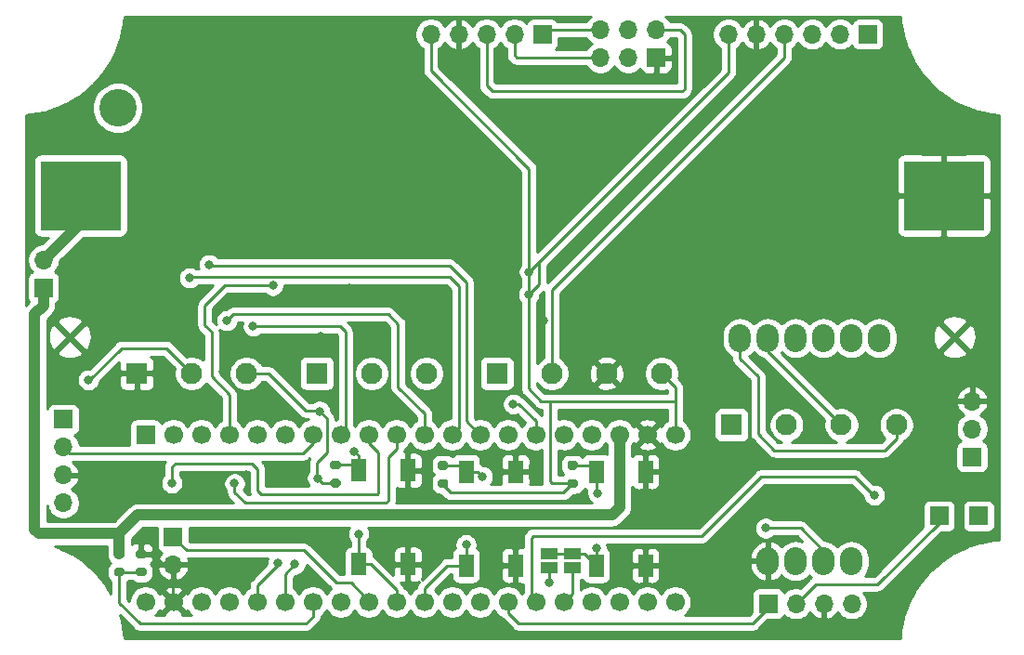
<source format=gtl>
G04 #@! TF.GenerationSoftware,KiCad,Pcbnew,5.1.9-73d0e3b20d~88~ubuntu18.04.1*
G04 #@! TF.CreationDate,2021-04-09T21:08:54+02:00*
G04 #@! TF.ProjectId,EcoApi_pcb,45636f41-7069-45f7-9063-622e6b696361,rev?*
G04 #@! TF.SameCoordinates,Original*
G04 #@! TF.FileFunction,Copper,L1,Top*
G04 #@! TF.FilePolarity,Positive*
%FSLAX46Y46*%
G04 Gerber Fmt 4.6, Leading zero omitted, Abs format (unit mm)*
G04 Created by KiCad (PCBNEW 5.1.9-73d0e3b20d~88~ubuntu18.04.1) date 2021-04-09 21:08:54*
%MOMM*%
%LPD*%
G01*
G04 APERTURE LIST*
G04 #@! TA.AperFunction,ComponentPad*
%ADD10O,2.032000X2.540000*%
G04 #@! TD*
G04 #@! TA.AperFunction,ComponentPad*
%ADD11O,2.000000X2.540000*%
G04 #@! TD*
G04 #@! TA.AperFunction,SMDPad,CuDef*
%ADD12R,7.350000X6.350000*%
G04 #@! TD*
G04 #@! TA.AperFunction,ComponentPad*
%ADD13C,3.406000*%
G04 #@! TD*
G04 #@! TA.AperFunction,ComponentPad*
%ADD14O,1.700000X1.700000*%
G04 #@! TD*
G04 #@! TA.AperFunction,ComponentPad*
%ADD15R,1.700000X1.700000*%
G04 #@! TD*
G04 #@! TA.AperFunction,SMDPad,CuDef*
%ADD16R,1.500000X1.000000*%
G04 #@! TD*
G04 #@! TA.AperFunction,SMDPad,CuDef*
%ADD17R,1.400000X2.100000*%
G04 #@! TD*
G04 #@! TA.AperFunction,ComponentPad*
%ADD18R,1.950000X1.950000*%
G04 #@! TD*
G04 #@! TA.AperFunction,ComponentPad*
%ADD19C,1.950000*%
G04 #@! TD*
G04 #@! TA.AperFunction,ComponentPad*
%ADD20C,1.700000*%
G04 #@! TD*
G04 #@! TA.AperFunction,ViaPad*
%ADD21C,0.800000*%
G04 #@! TD*
G04 #@! TA.AperFunction,Conductor*
%ADD22C,0.250000*%
G04 #@! TD*
G04 #@! TA.AperFunction,Conductor*
%ADD23C,1.000000*%
G04 #@! TD*
G04 #@! TA.AperFunction,Conductor*
%ADD24C,0.254000*%
G04 #@! TD*
G04 #@! TA.AperFunction,Conductor*
%ADD25C,0.100000*%
G04 #@! TD*
G04 APERTURE END LIST*
D10*
G04 #@! TO.P,U3,6*
G04 #@! TO.N,N/C*
X147550000Y-104080000D03*
G04 #@! TO.P,U3,5*
X145010000Y-104080000D03*
G04 #@! TO.P,U3,4*
G04 #@! TO.N,LOADCELL_A+*
X142470000Y-104080000D03*
D11*
G04 #@! TO.P,U3,3*
G04 #@! TO.N,LOADCELL_A-*
X139930000Y-104080000D03*
D10*
G04 #@! TO.P,U3,7*
G04 #@! TO.N,GND*
X137390000Y-124400000D03*
G04 #@! TO.P,U3,8*
G04 #@! TO.N,HX711_DT*
X139930000Y-124400000D03*
G04 #@! TO.P,U3,9*
G04 #@! TO.N,HX711_CK*
X142470000Y-124400000D03*
G04 #@! TO.P,U3,10*
G04 #@! TO.N,+3V3*
X145010000Y-124400000D03*
D11*
G04 #@! TO.P,U3,1*
G04 #@! TO.N,LOADCELL_E+*
X134850000Y-104080000D03*
G04 #@! TO.P,U3,2*
G04 #@! TO.N,LOADCELL_E-*
X137390000Y-104080000D03*
G04 #@! TD*
D12*
G04 #@! TO.P,BT1,-*
G04 #@! TO.N,GND*
X153430000Y-91100000D03*
G04 #@! TO.P,BT1,+*
G04 #@! TO.N,Net-(BT1-Pad+)*
X74770000Y-91100000D03*
D13*
G04 #@! TO.P,BT1,P$3*
G04 #@! TO.N,N/C*
X78170000Y-83100000D03*
G04 #@! TD*
D14*
G04 #@! TO.P,J4,6*
G04 #@! TO.N,MIC+*
X122130000Y-75990000D03*
G04 #@! TO.P,J4,3*
G04 #@! TO.N,MIC-*
X122130000Y-78530000D03*
G04 #@! TO.P,J4,5*
G04 #@! TO.N,SOUND2*
X124670000Y-75990000D03*
G04 #@! TO.P,J4,2*
G04 #@! TO.N,SOUND1*
X124670000Y-78530000D03*
G04 #@! TO.P,J4,4*
G04 #@! TO.N,ANA_MIC*
X127210000Y-75990000D03*
D15*
G04 #@! TO.P,J4,1*
G04 #@! TO.N,GND*
X127210000Y-78530000D03*
G04 #@! TD*
D16*
G04 #@! TO.P,JP7,1*
G04 #@! TO.N,Net-(JP6-Pad1)*
X119600000Y-125000000D03*
G04 #@! TO.P,JP7,2*
G04 #@! TO.N,BTN_RST*
X119600000Y-123700000D03*
G04 #@! TD*
G04 #@! TO.P,JP3,1*
G04 #@! TO.N,Net-(JP3-Pad1)*
X117500000Y-125000000D03*
G04 #@! TO.P,JP3,2*
G04 #@! TO.N,BTN_RST*
X117500000Y-123700000D03*
G04 #@! TD*
D14*
G04 #@! TO.P,J16,4*
G04 #@! TO.N,MCO*
X73200000Y-119120000D03*
G04 #@! TO.P,J16,3*
G04 #@! TO.N,GND*
X73200000Y-116580000D03*
G04 #@! TO.P,J16,2*
G04 #@! TO.N,UART1_RX*
X73200000Y-114040000D03*
D15*
G04 #@! TO.P,J16,1*
G04 #@! TO.N,UART1_TX*
X73200000Y-111500000D03*
G04 #@! TD*
D17*
G04 #@! TO.P,S3,2*
G04 #@! TO.N,BTN_RST*
X121750000Y-116250000D03*
G04 #@! TO.P,S3,1*
X121750000Y-124800000D03*
G04 #@! TO.P,S3,3*
G04 #@! TO.N,GND*
X126250000Y-124800000D03*
G04 #@! TO.P,S3,4*
X126250000Y-116250000D03*
G04 #@! TD*
G04 #@! TO.P,S2,2*
G04 #@! TO.N,BTN_TARE*
X100100000Y-116150000D03*
G04 #@! TO.P,S2,1*
X100100000Y-124700000D03*
G04 #@! TO.P,S2,3*
G04 #@! TO.N,GND*
X104600000Y-124700000D03*
G04 #@! TO.P,S2,4*
X104600000Y-116150000D03*
G04 #@! TD*
G04 #@! TO.P,S1,2*
G04 #@! TO.N,BTN_ACT*
X109900000Y-116250000D03*
G04 #@! TO.P,S1,1*
X109900000Y-124800000D03*
G04 #@! TO.P,S1,3*
G04 #@! TO.N,GND*
X114400000Y-124800000D03*
G04 #@! TO.P,S1,4*
X114400000Y-116250000D03*
G04 #@! TD*
G04 #@! TO.P,R15,2*
G04 #@! TO.N,BTN_RST*
G04 #@! TA.AperFunction,SMDPad,CuDef*
G36*
G01*
X119875000Y-116075000D02*
X119325000Y-116075000D01*
G75*
G02*
X119125000Y-115875000I0J200000D01*
G01*
X119125000Y-115475000D01*
G75*
G02*
X119325000Y-115275000I200000J0D01*
G01*
X119875000Y-115275000D01*
G75*
G02*
X120075000Y-115475000I0J-200000D01*
G01*
X120075000Y-115875000D01*
G75*
G02*
X119875000Y-116075000I-200000J0D01*
G01*
G37*
G04 #@! TD.AperFunction*
G04 #@! TO.P,R15,1*
G04 #@! TO.N,+3V3*
G04 #@! TA.AperFunction,SMDPad,CuDef*
G36*
G01*
X119875000Y-117725000D02*
X119325000Y-117725000D01*
G75*
G02*
X119125000Y-117525000I0J200000D01*
G01*
X119125000Y-117125000D01*
G75*
G02*
X119325000Y-116925000I200000J0D01*
G01*
X119875000Y-116925000D01*
G75*
G02*
X120075000Y-117125000I0J-200000D01*
G01*
X120075000Y-117525000D01*
G75*
G02*
X119875000Y-117725000I-200000J0D01*
G01*
G37*
G04 #@! TD.AperFunction*
G04 #@! TD*
G04 #@! TO.P,R14,2*
G04 #@! TO.N,BTN_ACT*
G04 #@! TA.AperFunction,SMDPad,CuDef*
G36*
G01*
X108075000Y-116075000D02*
X107525000Y-116075000D01*
G75*
G02*
X107325000Y-115875000I0J200000D01*
G01*
X107325000Y-115475000D01*
G75*
G02*
X107525000Y-115275000I200000J0D01*
G01*
X108075000Y-115275000D01*
G75*
G02*
X108275000Y-115475000I0J-200000D01*
G01*
X108275000Y-115875000D01*
G75*
G02*
X108075000Y-116075000I-200000J0D01*
G01*
G37*
G04 #@! TD.AperFunction*
G04 #@! TO.P,R14,1*
G04 #@! TO.N,+3V3*
G04 #@! TA.AperFunction,SMDPad,CuDef*
G36*
G01*
X108075000Y-117725000D02*
X107525000Y-117725000D01*
G75*
G02*
X107325000Y-117525000I0J200000D01*
G01*
X107325000Y-117125000D01*
G75*
G02*
X107525000Y-116925000I200000J0D01*
G01*
X108075000Y-116925000D01*
G75*
G02*
X108275000Y-117125000I0J-200000D01*
G01*
X108275000Y-117525000D01*
G75*
G02*
X108075000Y-117725000I-200000J0D01*
G01*
G37*
G04 #@! TD.AperFunction*
G04 #@! TD*
D14*
G04 #@! TO.P,J15,2*
G04 #@! TO.N,GND*
X83200000Y-124740000D03*
D15*
G04 #@! TO.P,J15,1*
G04 #@! TO.N,SCALE_TYPE*
X83200000Y-122200000D03*
G04 #@! TD*
D18*
G04 #@! TO.P,J3,1*
G04 #@! TO.N,LOADCELL_A-*
X134100000Y-112000000D03*
D19*
G04 #@! TO.P,J3,2*
G04 #@! TO.N,LOADCELL_A+*
X139100000Y-112000000D03*
G04 #@! TO.P,J3,3*
G04 #@! TO.N,LOADCELL_E-*
X144100000Y-112000000D03*
G04 #@! TO.P,J3,4*
G04 #@! TO.N,LOADCELL_E+*
X149100000Y-112000000D03*
G04 #@! TD*
D20*
G04 #@! TO.P,U1,40*
G04 #@! TO.N,N/C*
X80700000Y-128140000D03*
D15*
G04 #@! TO.P,U1,1*
G04 #@! TO.N,LORA_DIO0*
X80700000Y-112900000D03*
D20*
G04 #@! TO.P,U1,39*
G04 #@! TO.N,GND*
X83240000Y-128140000D03*
G04 #@! TO.P,U1,2*
G04 #@! TO.N,LORA_DIO1*
X83240000Y-112900000D03*
G04 #@! TO.P,U1,38*
G04 #@! TO.N,+3V3*
X85780000Y-128140000D03*
G04 #@! TO.P,U1,3*
G04 #@! TO.N,LORA_DIO2*
X85780000Y-112900000D03*
G04 #@! TO.P,U1,37*
G04 #@! TO.N,Net-(JP3-Pad1)*
X88320000Y-128140000D03*
G04 #@! TO.P,U1,4*
G04 #@! TO.N,LORA_DIO3*
X88320000Y-112900000D03*
G04 #@! TO.P,U1,36*
G04 #@! TO.N,Net-(JP4-Pad1)*
X90860000Y-128140000D03*
G04 #@! TO.P,U1,5*
G04 #@! TO.N,MCO*
X90860000Y-112900000D03*
G04 #@! TO.P,U1,35*
G04 #@! TO.N,Net-(JP5-Pad1)*
X93400000Y-128140000D03*
G04 #@! TO.P,U1,6*
G04 #@! TO.N,UART1_TX*
X93400000Y-112900000D03*
G04 #@! TO.P,U1,34*
G04 #@! TO.N,ANA_VBATT*
X95940000Y-128140000D03*
G04 #@! TO.P,U1,7*
G04 #@! TO.N,UART1_RX*
X95940000Y-112900000D03*
G04 #@! TO.P,U1,33*
G04 #@! TO.N,1WIRE_DATA*
X98480000Y-128140000D03*
G04 #@! TO.P,U1,8*
G04 #@! TO.N,LORA_RST*
X98480000Y-112900000D03*
G04 #@! TO.P,U1,32*
G04 #@! TO.N,SCALE_TYPE*
X101020000Y-128140000D03*
G04 #@! TO.P,U1,9*
G04 #@! TO.N,LORA_NSS*
X101020000Y-112900000D03*
G04 #@! TO.P,U1,31*
G04 #@! TO.N,BTN_TARE*
X103560000Y-128140000D03*
G04 #@! TO.P,U1,10*
G04 #@! TO.N,SPI1_NSS*
X103560000Y-112900000D03*
G04 #@! TO.P,U1,30*
G04 #@! TO.N,BTN_ACT*
X106100000Y-128140000D03*
G04 #@! TO.P,U1,11*
G04 #@! TO.N,SPI1_SCK*
X106100000Y-112900000D03*
G04 #@! TO.P,U1,29*
G04 #@! TO.N,N/C*
X108640000Y-128140000D03*
G04 #@! TO.P,U1,12*
G04 #@! TO.N,SPI1_MISO*
X108640000Y-112900000D03*
G04 #@! TO.P,U1,28*
G04 #@! TO.N,N/C*
X111180000Y-128140000D03*
G04 #@! TO.P,U1,13*
G04 #@! TO.N,SPI1_MOSI*
X111180000Y-112900000D03*
G04 #@! TO.P,U1,27*
G04 #@! TO.N,RING_ANA*
X113720000Y-128140000D03*
G04 #@! TO.P,U1,14*
G04 #@! TO.N,Net-(JP1-Pad2)*
X113720000Y-112900000D03*
G04 #@! TO.P,U1,26*
G04 #@! TO.N,Net-(JP8-Pad1)*
X116260000Y-128140000D03*
G04 #@! TO.P,U1,15*
G04 #@! TO.N,Net-(JP2-Pad2)*
X116260000Y-112900000D03*
G04 #@! TO.P,U1,25*
G04 #@! TO.N,Net-(JP6-Pad1)*
X118800000Y-128140000D03*
G04 #@! TO.P,U1,16*
G04 #@! TO.N,HX711_DT*
X118800000Y-112900000D03*
G04 #@! TO.P,U1,24*
G04 #@! TO.N,N/C*
X121340000Y-128140000D03*
G04 #@! TO.P,U1,17*
G04 #@! TO.N,HX711_CK*
X121340000Y-112900000D03*
G04 #@! TO.P,U1,23*
G04 #@! TO.N,N/C*
X123880000Y-128140000D03*
G04 #@! TO.P,U1,18*
G04 #@! TO.N,VCC*
X123880000Y-112900000D03*
G04 #@! TO.P,U1,22*
G04 #@! TO.N,N/C*
X126420000Y-128140000D03*
G04 #@! TO.P,U1,19*
G04 #@! TO.N,GND*
X126420000Y-112900000D03*
G04 #@! TO.P,U1,21*
G04 #@! TO.N,N/C*
X128960000Y-128140000D03*
G04 #@! TO.P,U1,20*
G04 #@! TO.N,+3V3*
X128960000Y-112900000D03*
G04 #@! TD*
D14*
G04 #@! TO.P,J7,6*
G04 #@! TO.N,+3V3*
X133800000Y-76400000D03*
G04 #@! TO.P,J7,5*
G04 #@! TO.N,GND*
X136340000Y-76400000D03*
G04 #@! TO.P,J7,4*
G04 #@! TO.N,I2C1_SCL*
X138880000Y-76400000D03*
G04 #@! TO.P,J7,3*
G04 #@! TO.N,I2C1_SDA*
X141420000Y-76400000D03*
G04 #@! TO.P,J7,2*
G04 #@! TO.N,N/C*
X143960000Y-76400000D03*
D15*
G04 #@! TO.P,J7,1*
X146500000Y-76400000D03*
G04 #@! TD*
D14*
G04 #@! TO.P,J8,5*
G04 #@! TO.N,+3V3*
X106680000Y-76400000D03*
G04 #@! TO.P,J8,4*
G04 #@! TO.N,GND*
X109220000Y-76400000D03*
G04 #@! TO.P,J8,3*
G04 #@! TO.N,ANA_MIC*
X111760000Y-76400000D03*
G04 #@! TO.P,J8,2*
G04 #@! TO.N,MIC-*
X114300000Y-76400000D03*
D15*
G04 #@! TO.P,J8,1*
G04 #@! TO.N,MIC+*
X116840000Y-76400000D03*
G04 #@! TD*
D14*
G04 #@! TO.P,J6,4*
G04 #@! TO.N,+3V3*
X145040000Y-128300000D03*
G04 #@! TO.P,J6,3*
G04 #@! TO.N,GND*
X142500000Y-128300000D03*
G04 #@! TO.P,J6,2*
G04 #@! TO.N,RING*
X139960000Y-128300000D03*
D15*
G04 #@! TO.P,J6,1*
G04 #@! TO.N,RING_ANA*
X137420000Y-128300000D03*
G04 #@! TD*
G04 #@! TO.P,R8,2*
G04 #@! TO.N,BTN_TARE*
G04 #@! TA.AperFunction,SMDPad,CuDef*
G36*
G01*
X98275000Y-116050000D02*
X97725000Y-116050000D01*
G75*
G02*
X97525000Y-115850000I0J200000D01*
G01*
X97525000Y-115450000D01*
G75*
G02*
X97725000Y-115250000I200000J0D01*
G01*
X98275000Y-115250000D01*
G75*
G02*
X98475000Y-115450000I0J-200000D01*
G01*
X98475000Y-115850000D01*
G75*
G02*
X98275000Y-116050000I-200000J0D01*
G01*
G37*
G04 #@! TD.AperFunction*
G04 #@! TO.P,R8,1*
G04 #@! TO.N,+3V3*
G04 #@! TA.AperFunction,SMDPad,CuDef*
G36*
G01*
X98275000Y-117700000D02*
X97725000Y-117700000D01*
G75*
G02*
X97525000Y-117500000I0J200000D01*
G01*
X97525000Y-117100000D01*
G75*
G02*
X97725000Y-116900000I200000J0D01*
G01*
X98275000Y-116900000D01*
G75*
G02*
X98475000Y-117100000I0J-200000D01*
G01*
X98475000Y-117500000D01*
G75*
G02*
X98275000Y-117700000I-200000J0D01*
G01*
G37*
G04 #@! TD.AperFunction*
G04 #@! TD*
G04 #@! TO.P,R2,2*
G04 #@! TO.N,GND*
G04 #@! TA.AperFunction,SMDPad,CuDef*
G36*
G01*
X80575000Y-124150000D02*
X80025000Y-124150000D01*
G75*
G02*
X79825000Y-123950000I0J200000D01*
G01*
X79825000Y-123550000D01*
G75*
G02*
X80025000Y-123350000I200000J0D01*
G01*
X80575000Y-123350000D01*
G75*
G02*
X80775000Y-123550000I0J-200000D01*
G01*
X80775000Y-123950000D01*
G75*
G02*
X80575000Y-124150000I-200000J0D01*
G01*
G37*
G04 #@! TD.AperFunction*
G04 #@! TO.P,R2,1*
G04 #@! TO.N,ANA_VBATT*
G04 #@! TA.AperFunction,SMDPad,CuDef*
G36*
G01*
X80575000Y-125800000D02*
X80025000Y-125800000D01*
G75*
G02*
X79825000Y-125600000I0J200000D01*
G01*
X79825000Y-125200000D01*
G75*
G02*
X80025000Y-125000000I200000J0D01*
G01*
X80575000Y-125000000D01*
G75*
G02*
X80775000Y-125200000I0J-200000D01*
G01*
X80775000Y-125600000D01*
G75*
G02*
X80575000Y-125800000I-200000J0D01*
G01*
G37*
G04 #@! TD.AperFunction*
G04 #@! TD*
G04 #@! TO.P,R1,2*
G04 #@! TO.N,ANA_VBATT*
G04 #@! TA.AperFunction,SMDPad,CuDef*
G36*
G01*
X78025000Y-125000000D02*
X78575000Y-125000000D01*
G75*
G02*
X78775000Y-125200000I0J-200000D01*
G01*
X78775000Y-125600000D01*
G75*
G02*
X78575000Y-125800000I-200000J0D01*
G01*
X78025000Y-125800000D01*
G75*
G02*
X77825000Y-125600000I0J200000D01*
G01*
X77825000Y-125200000D01*
G75*
G02*
X78025000Y-125000000I200000J0D01*
G01*
G37*
G04 #@! TD.AperFunction*
G04 #@! TO.P,R1,1*
G04 #@! TO.N,VCC*
G04 #@! TA.AperFunction,SMDPad,CuDef*
G36*
G01*
X78025000Y-123350000D02*
X78575000Y-123350000D01*
G75*
G02*
X78775000Y-123550000I0J-200000D01*
G01*
X78775000Y-123950000D01*
G75*
G02*
X78575000Y-124150000I-200000J0D01*
G01*
X78025000Y-124150000D01*
G75*
G02*
X77825000Y-123950000I0J200000D01*
G01*
X77825000Y-123550000D01*
G75*
G02*
X78025000Y-123350000I200000J0D01*
G01*
G37*
G04 #@! TD.AperFunction*
G04 #@! TD*
D14*
G04 #@! TO.P,J14,3*
G04 #@! TO.N,GND*
X156000000Y-109820000D03*
G04 #@! TO.P,J14,2*
G04 #@! TO.N,Net-(J13-Pad1)*
X156000000Y-112360000D03*
D15*
G04 #@! TO.P,J14,1*
G04 #@! TO.N,+3V3*
X156000000Y-114900000D03*
G04 #@! TD*
G04 #@! TO.P,J13,1*
G04 #@! TO.N,Net-(J13-Pad1)*
X156600000Y-120300000D03*
G04 #@! TD*
G04 #@! TO.P,J12,1*
G04 #@! TO.N,RING*
X153000000Y-120300000D03*
G04 #@! TD*
D14*
G04 #@! TO.P,J10,2*
G04 #@! TO.N,Net-(BT1-Pad+)*
X71400000Y-96960000D03*
D15*
G04 #@! TO.P,J10,1*
G04 #@! TO.N,VCC*
X71400000Y-99500000D03*
G04 #@! TD*
D18*
G04 #@! TO.P,J5,1*
G04 #@! TO.N,SOUND2*
X96300000Y-107300000D03*
D19*
G04 #@! TO.P,J5,2*
G04 #@! TO.N,SOUND1*
X101300000Y-107300000D03*
G04 #@! TO.P,J5,3*
G04 #@! TO.N,+3V3*
X106300000Y-107300000D03*
G04 #@! TD*
D18*
G04 #@! TO.P,J2,1*
G04 #@! TO.N,I2C1_SDA*
X112700000Y-107300000D03*
D19*
G04 #@! TO.P,J2,2*
G04 #@! TO.N,I2C1_SCL*
X117700000Y-107300000D03*
G04 #@! TO.P,J2,3*
G04 #@! TO.N,GND*
X122700000Y-107300000D03*
G04 #@! TO.P,J2,4*
G04 #@! TO.N,+3V3*
X127700000Y-107300000D03*
G04 #@! TD*
D18*
G04 #@! TO.P,J1,1*
G04 #@! TO.N,GND*
X79900000Y-107300000D03*
D19*
G04 #@! TO.P,J1,2*
G04 #@! TO.N,1WIRE_DATA*
X84900000Y-107300000D03*
G04 #@! TO.P,J1,3*
G04 #@! TO.N,+3V3*
X89900000Y-107300000D03*
G04 #@! TD*
D21*
G04 #@! TO.N,GND*
X107300000Y-104600000D03*
X138680000Y-109460000D03*
X116950000Y-102450000D03*
X73900000Y-123410000D03*
X102770000Y-109260000D03*
X97700000Y-109480000D03*
X93500000Y-110830000D03*
X122230000Y-83960000D03*
X140120000Y-78460000D03*
X95090000Y-87240000D03*
X86850000Y-87380000D03*
X86940000Y-90850000D03*
X85500000Y-92780000D03*
X111870000Y-103920000D03*
X82890000Y-108640000D03*
X84630000Y-110710000D03*
X103430000Y-122040000D03*
X102090000Y-130540000D03*
X147560000Y-123460000D03*
X112790000Y-122290000D03*
X154740000Y-117830000D03*
X87120000Y-126230000D03*
X143830000Y-121430000D03*
X112470000Y-126490000D03*
X97200000Y-129310000D03*
X90500000Y-105020000D03*
X99240000Y-99530000D03*
X141140000Y-119160000D03*
X82030000Y-110990000D03*
X87770000Y-107120000D03*
X119690000Y-106120000D03*
X114280000Y-104950000D03*
X94540000Y-115810000D03*
X96310000Y-121870000D03*
X120330000Y-118620000D03*
X94670000Y-126650000D03*
X118650000Y-114660000D03*
X89690000Y-122000000D03*
X92240000Y-116370000D03*
X134570000Y-121180000D03*
X96810000Y-80150000D03*
X100270000Y-80180000D03*
X100810000Y-81100000D03*
X100800000Y-82320000D03*
X101920000Y-82320000D03*
X101930000Y-81100000D03*
X101350000Y-80180000D03*
X95770000Y-80160000D03*
X76800000Y-123380000D03*
X82500000Y-97860000D03*
X89880000Y-116560000D03*
X96680000Y-103920000D03*
X118990000Y-77190000D03*
G04 #@! TO.N,+3V3*
X96550000Y-110750000D03*
X115650000Y-98050000D03*
X96350000Y-116850000D03*
X115600000Y-100110000D03*
G04 #@! TO.N,1WIRE_DATA*
X75500000Y-107900000D03*
G04 #@! TO.N,SPI1_NSS*
X88810000Y-117330000D03*
G04 #@! TO.N,LORA_NSS*
X83090000Y-117300000D03*
G04 #@! TO.N,LORA_RST*
X90500000Y-103000000D03*
G04 #@! TO.N,SPI1_MOSI*
X86500000Y-97400000D03*
G04 #@! TO.N,SPI1_MISO*
X84700000Y-98600000D03*
G04 #@! TO.N,SPI1_SCK*
X88100000Y-102500000D03*
G04 #@! TO.N,BTN_TARE*
X99700000Y-114400000D03*
X100100000Y-121920000D03*
G04 #@! TO.N,BTN_RST*
X121900000Y-118200000D03*
X121750000Y-123200000D03*
G04 #@! TO.N,BTN_ACT*
X109900000Y-122900000D03*
X111400000Y-116700000D03*
G04 #@! TO.N,LORA_DIO3*
X92300000Y-99300000D03*
G04 #@! TO.N,HX711_CK*
X137200000Y-121400000D03*
G04 #@! TO.N,Net-(JP2-Pad2)*
X114200000Y-110100000D03*
G04 #@! TO.N,Net-(JP3-Pad1)*
X117500000Y-126400000D03*
G04 #@! TO.N,Net-(JP4-Pad1)*
X92770000Y-124590000D03*
G04 #@! TO.N,Net-(JP5-Pad1)*
X94300000Y-124700000D03*
G04 #@! TO.N,Net-(JP8-Pad1)*
X147100000Y-118400000D03*
G04 #@! TD*
D22*
G04 #@! TO.N,GND*
X83200000Y-124740000D02*
X82340000Y-124740000D01*
X81350000Y-123750000D02*
X80300000Y-123750000D01*
X82340000Y-124740000D02*
X81350000Y-123750000D01*
X83200000Y-128100000D02*
X83240000Y-128140000D01*
X83200000Y-124740000D02*
X83200000Y-128100000D01*
D23*
G04 #@! TO.N,Net-(BT1-Pad+)*
X74770000Y-93590000D02*
X71400000Y-96960000D01*
D22*
X74770000Y-91100000D02*
X74770000Y-93590000D01*
G04 #@! TO.N,+3V3*
X128960000Y-108560000D02*
X127700000Y-107300000D01*
X133800000Y-76400000D02*
X133800000Y-79900000D01*
X115600000Y-98100000D02*
X115600000Y-100110000D01*
X115600000Y-108700000D02*
X116740000Y-109840000D01*
X128960000Y-112900000D02*
X128960000Y-109840000D01*
X128960000Y-109840000D02*
X128960000Y-108560000D01*
X133800000Y-79900000D02*
X120350000Y-93350000D01*
X89900000Y-107300000D02*
X91900000Y-107300000D01*
X91900000Y-107300000D02*
X95300000Y-110700000D01*
X95300000Y-110700000D02*
X96500000Y-110700000D01*
X96500000Y-110700000D02*
X96550000Y-110750000D01*
X97200000Y-111400000D02*
X97200000Y-114500000D01*
X97200000Y-114500000D02*
X96300000Y-115400000D01*
X96300000Y-115400000D02*
X96300000Y-116800000D01*
X96800000Y-117300000D02*
X98000000Y-117300000D01*
X96300000Y-116800000D02*
X96350000Y-116850000D01*
X96550000Y-110750000D02*
X97200000Y-111400000D01*
X117540000Y-109840000D02*
X117540000Y-117140000D01*
X117540000Y-109840000D02*
X128960000Y-109840000D01*
X116740000Y-109840000D02*
X117540000Y-109840000D01*
X117725000Y-117325000D02*
X119600000Y-117325000D01*
X117540000Y-117140000D02*
X117725000Y-117325000D01*
X115650000Y-98050000D02*
X115600000Y-98100000D01*
X115650000Y-98050000D02*
X115650000Y-88650000D01*
X106680000Y-79680000D02*
X106680000Y-76400000D01*
X115650000Y-88650000D02*
X106680000Y-79680000D01*
X96350000Y-116850000D02*
X96800000Y-117300000D01*
X115600000Y-100110000D02*
X115600000Y-108700000D01*
X116525000Y-99185000D02*
X115600000Y-100110000D01*
X116525000Y-97175000D02*
X116525000Y-99185000D01*
X116525000Y-97175000D02*
X115650000Y-98050000D01*
X120350000Y-93350000D02*
X116525000Y-97175000D01*
X118755000Y-118170000D02*
X119600000Y-117325000D01*
X108470000Y-118170000D02*
X118755000Y-118170000D01*
X107800000Y-117325000D02*
X107800000Y-117500000D01*
X107800000Y-117500000D02*
X108470000Y-118170000D01*
G04 #@! TO.N,1WIRE_DATA*
X75500000Y-107900000D02*
X75600000Y-107900000D01*
X75600000Y-107900000D02*
X78500000Y-105000000D01*
X82600000Y-105000000D02*
X84900000Y-107300000D01*
X78500000Y-105000000D02*
X82600000Y-105000000D01*
G04 #@! TO.N,I2C1_SCL*
X138880000Y-76400000D02*
X138880000Y-77940000D01*
X138880000Y-77930000D02*
X138880000Y-78530000D01*
X117700000Y-99710000D02*
X117700000Y-100520000D01*
X138880000Y-78530000D02*
X117700000Y-99710000D01*
X117700000Y-100140000D02*
X117700000Y-107300000D01*
G04 #@! TO.N,LOADCELL_E+*
X149100000Y-112000000D02*
X149100000Y-113200000D01*
X149100000Y-113200000D02*
X148000000Y-114300000D01*
X148000000Y-114300000D02*
X138000000Y-114300000D01*
X138000000Y-114300000D02*
X136500000Y-112800000D01*
X136500000Y-112800000D02*
X136500000Y-107600000D01*
X134850000Y-105950000D02*
X134850000Y-104080000D01*
X136500000Y-107600000D02*
X134850000Y-105950000D01*
G04 #@! TO.N,MIC-*
X114300000Y-78300000D02*
X114300000Y-76400000D01*
X114530000Y-78530000D02*
X114300000Y-78300000D01*
X122120000Y-78530000D02*
X114530000Y-78530000D01*
G04 #@! TO.N,RING*
X141760000Y-126500000D02*
X139960000Y-128300000D01*
X147400000Y-126500000D02*
X141760000Y-126500000D01*
X153000000Y-120300000D02*
X153000000Y-120900000D01*
X153000000Y-120900000D02*
X147400000Y-126500000D01*
G04 #@! TO.N,RING_ANA*
X137420000Y-128300000D02*
X137420000Y-128680000D01*
X137420000Y-128680000D02*
X136000000Y-130100000D01*
X136000000Y-130100000D02*
X114700000Y-130100000D01*
X113720000Y-129120000D02*
X113720000Y-128140000D01*
X114700000Y-130100000D02*
X113720000Y-129120000D01*
G04 #@! TO.N,ANA_MIC*
X111760000Y-81060000D02*
X111760000Y-76400000D01*
X112300000Y-81600000D02*
X111760000Y-81060000D01*
X127200000Y-75990000D02*
X129390000Y-75990000D01*
X129390000Y-75990000D02*
X129800000Y-76400000D01*
X129800000Y-76400000D02*
X129800000Y-81400000D01*
X129600000Y-81600000D02*
X112300000Y-81600000D01*
X129800000Y-81400000D02*
X129600000Y-81600000D01*
G04 #@! TO.N,MIC+*
X117440000Y-75800000D02*
X116840000Y-76400000D01*
X117250000Y-75990000D02*
X116840000Y-76400000D01*
X122130000Y-75990000D02*
X117250000Y-75990000D01*
D23*
G04 #@! TO.N,VCC*
X78300000Y-121900000D02*
X78300000Y-123750000D01*
X71000000Y-121900000D02*
X78300000Y-121900000D01*
X70600000Y-101900000D02*
X70600000Y-121500000D01*
X71400000Y-99500000D02*
X71400000Y-101100000D01*
X70600000Y-121500000D02*
X71000000Y-121900000D01*
X71400000Y-101100000D02*
X70600000Y-101900000D01*
D22*
X123880000Y-119920000D02*
X123600000Y-120200000D01*
D23*
X123880000Y-119520000D02*
X123200000Y-120200000D01*
X123880000Y-112900000D02*
X123880000Y-119520000D01*
X80000000Y-120200000D02*
X78300000Y-121900000D01*
X123200000Y-120200000D02*
X80000000Y-120200000D01*
D22*
G04 #@! TO.N,SPI1_NSS*
X103560000Y-112900000D02*
X103560000Y-113640000D01*
X103560000Y-112900000D02*
X103560000Y-114140000D01*
X102800000Y-114900000D02*
X102800000Y-118900000D01*
X103560000Y-114140000D02*
X102800000Y-114900000D01*
X102800000Y-118900000D02*
X102600000Y-119100000D01*
X88810000Y-118150000D02*
X89760000Y-119100000D01*
X88810000Y-117330000D02*
X88810000Y-118150000D01*
X102600000Y-119100000D02*
X89760000Y-119100000D01*
G04 #@! TO.N,LORA_NSS*
X101020000Y-112900000D02*
X101020000Y-113520000D01*
X90400000Y-115500000D02*
X83400000Y-115500000D01*
X90900000Y-118000000D02*
X90900000Y-116000000D01*
X90900000Y-116000000D02*
X90400000Y-115500000D01*
X101020000Y-113620000D02*
X101870000Y-114470000D01*
X101020000Y-112900000D02*
X101020000Y-113620000D01*
X101870000Y-114470000D02*
X101870000Y-118230000D01*
X91200000Y-118300000D02*
X90900000Y-118000000D01*
X101870000Y-118230000D02*
X101800000Y-118300000D01*
X101800000Y-118300000D02*
X91200000Y-118300000D01*
X83090000Y-115810000D02*
X83400000Y-115500000D01*
X83090000Y-117300000D02*
X83090000Y-115810000D01*
G04 #@! TO.N,UART1_RX*
X95940000Y-112900000D02*
X95940000Y-113460000D01*
X95940000Y-112900000D02*
X95940000Y-113660000D01*
X95940000Y-113660000D02*
X95000000Y-114600000D01*
X73760000Y-114600000D02*
X73200000Y-114040000D01*
X95000000Y-114600000D02*
X73760000Y-114600000D01*
G04 #@! TO.N,ANA_VBATT*
X80300000Y-125400000D02*
X78300000Y-125400000D01*
X95940000Y-128140000D02*
X95940000Y-129460000D01*
X95940000Y-129460000D02*
X95300000Y-130100000D01*
X95300000Y-130100000D02*
X80200000Y-130100000D01*
X78300000Y-128200000D02*
X78300000Y-125400000D01*
X80200000Y-130100000D02*
X78300000Y-128200000D01*
G04 #@! TO.N,LORA_RST*
X98480000Y-112900000D02*
X98480000Y-112720000D01*
X98480000Y-112720000D02*
X98900000Y-112300000D01*
X98900000Y-112300000D02*
X98900000Y-104700000D01*
X98900000Y-104700000D02*
X98900000Y-103900000D01*
X98900000Y-103900000D02*
X98900000Y-103500000D01*
X98900000Y-103500000D02*
X98400000Y-103000000D01*
X98400000Y-103000000D02*
X90500000Y-103000000D01*
X90500000Y-103000000D02*
X90500000Y-103000000D01*
G04 #@! TO.N,SPI1_MOSI*
X87100000Y-97500000D02*
X87100000Y-97500000D01*
X108400000Y-97500000D02*
X86600000Y-97500000D01*
X109900000Y-99000000D02*
X108400000Y-97500000D01*
X109900000Y-111650000D02*
X109900000Y-99000000D01*
X86600000Y-97500000D02*
X86500000Y-97400000D01*
X111180000Y-112900000D02*
X111150000Y-112900000D01*
X111150000Y-112900000D02*
X109900000Y-111650000D01*
G04 #@! TO.N,SPI1_MISO*
X85600000Y-98500000D02*
X85600000Y-98500000D01*
X84800000Y-98500000D02*
X84700000Y-98600000D01*
X108420000Y-98500000D02*
X84800000Y-98500000D01*
X109270000Y-99350000D02*
X108420000Y-98500000D01*
X108640000Y-112900000D02*
X109270000Y-112270000D01*
X109270000Y-112270000D02*
X109270000Y-99350000D01*
G04 #@! TO.N,SPI1_SCK*
X88100000Y-102500000D02*
X88100000Y-102500000D01*
X88700000Y-101900000D02*
X88100000Y-102500000D01*
X102800000Y-101900000D02*
X88700000Y-101900000D01*
X103700000Y-102800000D02*
X102800000Y-101900000D01*
X103700000Y-108540000D02*
X103700000Y-102800000D01*
X106100000Y-112900000D02*
X106100000Y-110940000D01*
X106100000Y-110940000D02*
X103700000Y-108540000D01*
G04 #@! TO.N,LOADCELL_E-*
X144100000Y-112000000D02*
X143900000Y-112000000D01*
X137390000Y-105290000D02*
X144100000Y-112000000D01*
X137390000Y-104080000D02*
X137390000Y-105290000D01*
G04 #@! TO.N,SCALE_TYPE*
X84420000Y-123420000D02*
X83200000Y-122200000D01*
X98100000Y-126400000D02*
X95120000Y-123420000D01*
X99400000Y-126400000D02*
X98100000Y-126400000D01*
X101020000Y-128140000D02*
X101020000Y-128020000D01*
X95120000Y-123420000D02*
X84420000Y-123420000D01*
X101020000Y-128020000D02*
X99400000Y-126400000D01*
G04 #@! TO.N,BTN_TARE*
X99600000Y-115650000D02*
X100100000Y-116150000D01*
X98000000Y-115650000D02*
X99600000Y-115650000D01*
X100100000Y-124700000D02*
X101200000Y-124700000D01*
X103560000Y-127060000D02*
X103560000Y-128140000D01*
X101200000Y-124700000D02*
X103560000Y-127060000D01*
X100100000Y-114800000D02*
X99700000Y-114400000D01*
X100100000Y-116150000D02*
X100100000Y-114800000D01*
X100100000Y-124700000D02*
X100100000Y-121920000D01*
G04 #@! TO.N,BTN_RST*
X117500000Y-123750000D02*
X119600000Y-123750000D01*
X120700000Y-123750000D02*
X121750000Y-124800000D01*
X119600000Y-123750000D02*
X120700000Y-123750000D01*
X121175000Y-115675000D02*
X121750000Y-116250000D01*
X119600000Y-115675000D02*
X121175000Y-115675000D01*
X121750000Y-118050000D02*
X121900000Y-118200000D01*
X121750000Y-116250000D02*
X121750000Y-118050000D01*
X121750000Y-123200000D02*
X121750000Y-124800000D01*
G04 #@! TO.N,BTN_ACT*
X109325000Y-115675000D02*
X109900000Y-116250000D01*
X107800000Y-115675000D02*
X109325000Y-115675000D01*
X106100000Y-126900000D02*
X106100000Y-128140000D01*
X109900000Y-124800000D02*
X108200000Y-124800000D01*
X108200000Y-124800000D02*
X106100000Y-126900000D01*
X110950000Y-116250000D02*
X111400000Y-116700000D01*
X109900000Y-116250000D02*
X110950000Y-116250000D01*
X109900000Y-124800000D02*
X109900000Y-122900000D01*
G04 #@! TO.N,LORA_DIO3*
X88320000Y-112900000D02*
X88320000Y-109220000D01*
X88320000Y-109220000D02*
X86700000Y-107600000D01*
X86700000Y-107600000D02*
X86700000Y-103500000D01*
X86700000Y-103500000D02*
X86100000Y-102900000D01*
X86100000Y-102900000D02*
X86100000Y-101100000D01*
X86100000Y-101100000D02*
X87900000Y-99300000D01*
X87900000Y-99300000D02*
X92300000Y-99300000D01*
X92300000Y-99300000D02*
X92300000Y-99300000D01*
G04 #@! TO.N,HX711_CK*
X137200000Y-121400000D02*
X140400000Y-121400000D01*
X142470000Y-123470000D02*
X142470000Y-124400000D01*
X140400000Y-121400000D02*
X142470000Y-123470000D01*
G04 #@! TO.N,Net-(JP2-Pad2)*
X114200000Y-110100000D02*
X114700000Y-110100000D01*
X116260000Y-111660000D02*
X116260000Y-112900000D01*
X114700000Y-110100000D02*
X116260000Y-111660000D01*
G04 #@! TO.N,Net-(JP3-Pad1)*
X117500000Y-125400000D02*
X117500000Y-126400000D01*
G04 #@! TO.N,Net-(JP4-Pad1)*
X92770000Y-124590000D02*
X92770000Y-124730000D01*
X92770000Y-124730000D02*
X90860000Y-126640000D01*
X90860000Y-126640000D02*
X90860000Y-128140000D01*
G04 #@! TO.N,Net-(JP5-Pad1)*
X93400000Y-125600000D02*
X94300000Y-124700000D01*
X93400000Y-128140000D02*
X93400000Y-125600000D01*
G04 #@! TO.N,Net-(JP6-Pad1)*
X119600000Y-127340000D02*
X118800000Y-128140000D01*
X119600000Y-125400000D02*
X119600000Y-127340000D01*
G04 #@! TO.N,Net-(JP8-Pad1)*
X115890000Y-127770000D02*
X116260000Y-128140000D01*
X115830000Y-127710000D02*
X116260000Y-128140000D01*
X115830000Y-122290000D02*
X115830000Y-127710000D01*
X147000000Y-118400000D02*
X145300000Y-116700000D01*
X145300000Y-116700000D02*
X136800000Y-116700000D01*
X147100000Y-118400000D02*
X147000000Y-118400000D01*
X131400000Y-122100000D02*
X116020000Y-122100000D01*
X136800000Y-116700000D02*
X131400000Y-122100000D01*
X116020000Y-122100000D02*
X115830000Y-122290000D01*
G04 #@! TD*
D24*
G04 #@! TO.N,GND*
X121183368Y-74836525D02*
X120976525Y-75043368D01*
X120851822Y-75230000D01*
X118238975Y-75230000D01*
X118220537Y-75195506D01*
X118141185Y-75098815D01*
X118044494Y-75019463D01*
X117934180Y-74960498D01*
X117814482Y-74924188D01*
X117690000Y-74911928D01*
X115990000Y-74911928D01*
X115865518Y-74924188D01*
X115745820Y-74960498D01*
X115635506Y-75019463D01*
X115538815Y-75098815D01*
X115459463Y-75195506D01*
X115400498Y-75305820D01*
X115378487Y-75378380D01*
X115246632Y-75246525D01*
X115003411Y-75084010D01*
X114733158Y-74972068D01*
X114446260Y-74915000D01*
X114153740Y-74915000D01*
X113866842Y-74972068D01*
X113596589Y-75084010D01*
X113353368Y-75246525D01*
X113146525Y-75453368D01*
X113030000Y-75627760D01*
X112913475Y-75453368D01*
X112706632Y-75246525D01*
X112463411Y-75084010D01*
X112193158Y-74972068D01*
X111906260Y-74915000D01*
X111613740Y-74915000D01*
X111326842Y-74972068D01*
X111056589Y-75084010D01*
X110813368Y-75246525D01*
X110606525Y-75453368D01*
X110484805Y-75635534D01*
X110415178Y-75518645D01*
X110220269Y-75302412D01*
X109986920Y-75128359D01*
X109724099Y-75003175D01*
X109576890Y-74958524D01*
X109347000Y-75079845D01*
X109347000Y-76273000D01*
X109367000Y-76273000D01*
X109367000Y-76527000D01*
X109347000Y-76527000D01*
X109347000Y-77720155D01*
X109576890Y-77841476D01*
X109724099Y-77796825D01*
X109986920Y-77671641D01*
X110220269Y-77497588D01*
X110415178Y-77281355D01*
X110484805Y-77164466D01*
X110606525Y-77346632D01*
X110813368Y-77553475D01*
X111000001Y-77678179D01*
X111000000Y-81022677D01*
X110996324Y-81060000D01*
X111000000Y-81097322D01*
X111000000Y-81097332D01*
X111010997Y-81208985D01*
X111051202Y-81341525D01*
X111054454Y-81352246D01*
X111125026Y-81484276D01*
X111137705Y-81499725D01*
X111219999Y-81600001D01*
X111249002Y-81623803D01*
X111736200Y-82111002D01*
X111759999Y-82140001D01*
X111875724Y-82234974D01*
X112007753Y-82305546D01*
X112151014Y-82349003D01*
X112262667Y-82360000D01*
X112262676Y-82360000D01*
X112299999Y-82363676D01*
X112337322Y-82360000D01*
X129562678Y-82360000D01*
X129600000Y-82363676D01*
X129637322Y-82360000D01*
X129637333Y-82360000D01*
X129748986Y-82349003D01*
X129892247Y-82305546D01*
X130024276Y-82234974D01*
X130140001Y-82140001D01*
X130163804Y-82110997D01*
X130310997Y-81963804D01*
X130340001Y-81940001D01*
X130434974Y-81824276D01*
X130505546Y-81692247D01*
X130549003Y-81548986D01*
X130560000Y-81437333D01*
X130560000Y-81437325D01*
X130563676Y-81400000D01*
X130560000Y-81362675D01*
X130560000Y-76437333D01*
X130563677Y-76400000D01*
X130549003Y-76251014D01*
X130505546Y-76107753D01*
X130484241Y-76067895D01*
X130434974Y-75975724D01*
X130340001Y-75859999D01*
X130310998Y-75836197D01*
X129953804Y-75479003D01*
X129930001Y-75449999D01*
X129814276Y-75355026D01*
X129682247Y-75284454D01*
X129538986Y-75240997D01*
X129427333Y-75230000D01*
X129427322Y-75230000D01*
X129390000Y-75226324D01*
X129352678Y-75230000D01*
X128488178Y-75230000D01*
X128363475Y-75043368D01*
X128156632Y-74836525D01*
X128079519Y-74785000D01*
X149452228Y-74785000D01*
X149472157Y-75141458D01*
X149473469Y-75152146D01*
X149473695Y-75162922D01*
X149481915Y-75224523D01*
X149693164Y-76398599D01*
X149696638Y-76412531D01*
X149698835Y-76426726D01*
X149715121Y-76486665D01*
X149715129Y-76486698D01*
X149715133Y-76486707D01*
X150079804Y-77622523D01*
X150085089Y-77635871D01*
X150089144Y-77649650D01*
X150113213Y-77706909D01*
X150113227Y-77706943D01*
X150113233Y-77706954D01*
X150624916Y-78784557D01*
X150631921Y-78797091D01*
X150637763Y-78810213D01*
X150669191Y-78863779D01*
X150669211Y-78863815D01*
X150669219Y-78863825D01*
X151318929Y-79864290D01*
X151327528Y-79875784D01*
X151335055Y-79888020D01*
X151373299Y-79936969D01*
X151373317Y-79936993D01*
X151373324Y-79937000D01*
X152149645Y-80842750D01*
X152159693Y-80853011D01*
X152168769Y-80864139D01*
X152213171Y-80907621D01*
X153102473Y-81702748D01*
X153113786Y-81711587D01*
X153124257Y-81721420D01*
X153173990Y-81758624D01*
X153174020Y-81758648D01*
X153174031Y-81758654D01*
X154160669Y-82429173D01*
X154173055Y-82436440D01*
X154184732Y-82444800D01*
X154238981Y-82475119D01*
X155305645Y-83009264D01*
X155318883Y-83014829D01*
X155331563Y-83021571D01*
X155389305Y-83044432D01*
X155389346Y-83044449D01*
X155389360Y-83044453D01*
X156517283Y-83432828D01*
X156531137Y-83436592D01*
X156544600Y-83441599D01*
X156604901Y-83456634D01*
X157774296Y-83692426D01*
X157788531Y-83694325D01*
X157802535Y-83697507D01*
X157864294Y-83704434D01*
X158415000Y-83741012D01*
X158415001Y-122452228D01*
X158058542Y-122472157D01*
X158047844Y-122473471D01*
X158037078Y-122473696D01*
X157975477Y-122481915D01*
X156801400Y-122693164D01*
X156787465Y-122696638D01*
X156773275Y-122698835D01*
X156713302Y-122715129D01*
X155577477Y-123079804D01*
X155564129Y-123085089D01*
X155550350Y-123089144D01*
X155493075Y-123113220D01*
X155493058Y-123113227D01*
X155493052Y-123113230D01*
X154415443Y-123624916D01*
X154402909Y-123631921D01*
X154389787Y-123637763D01*
X154336221Y-123669191D01*
X154336185Y-123669211D01*
X154336175Y-123669219D01*
X153335710Y-124318929D01*
X153324209Y-124327533D01*
X153311980Y-124335056D01*
X153263031Y-124373299D01*
X153263007Y-124373317D01*
X153263000Y-124373324D01*
X152357250Y-125149645D01*
X152346994Y-125159688D01*
X152335861Y-125168768D01*
X152292379Y-125213171D01*
X151497252Y-126102472D01*
X151488410Y-126113789D01*
X151478580Y-126124257D01*
X151441376Y-126173990D01*
X151441352Y-126174020D01*
X151441346Y-126174031D01*
X150770827Y-127160669D01*
X150763560Y-127173055D01*
X150755200Y-127184732D01*
X150724893Y-127238961D01*
X150724881Y-127238981D01*
X150724881Y-127238982D01*
X150190736Y-128305645D01*
X150185170Y-128318887D01*
X150178430Y-128331562D01*
X150155561Y-128389321D01*
X150155551Y-128389346D01*
X150155549Y-128389355D01*
X149767172Y-129517283D01*
X149763407Y-129531140D01*
X149758401Y-129544601D01*
X149743366Y-129604902D01*
X149507574Y-130774296D01*
X149505675Y-130788529D01*
X149502493Y-130802534D01*
X149495566Y-130864294D01*
X149458988Y-131415000D01*
X78747772Y-131415000D01*
X78727843Y-131058542D01*
X78726529Y-131047844D01*
X78726304Y-131037078D01*
X78718085Y-130975477D01*
X78506836Y-129801400D01*
X78503362Y-129787465D01*
X78501165Y-129773275D01*
X78484871Y-129713302D01*
X78364930Y-129339731D01*
X79636201Y-130611003D01*
X79659999Y-130640001D01*
X79775724Y-130734974D01*
X79907753Y-130805546D01*
X80051014Y-130849003D01*
X80162667Y-130860000D01*
X80162675Y-130860000D01*
X80200000Y-130863676D01*
X80237325Y-130860000D01*
X95262678Y-130860000D01*
X95300000Y-130863676D01*
X95337322Y-130860000D01*
X95337333Y-130860000D01*
X95448986Y-130849003D01*
X95592247Y-130805546D01*
X95724276Y-130734974D01*
X95840001Y-130640001D01*
X95863803Y-130610998D01*
X96451002Y-130023800D01*
X96480001Y-130000001D01*
X96574974Y-129884276D01*
X96645546Y-129752247D01*
X96689003Y-129608986D01*
X96700000Y-129497333D01*
X96700000Y-129497325D01*
X96703676Y-129460000D01*
X96700000Y-129422675D01*
X96700000Y-129418178D01*
X96886632Y-129293475D01*
X97093475Y-129086632D01*
X97210000Y-128912240D01*
X97326525Y-129086632D01*
X97533368Y-129293475D01*
X97776589Y-129455990D01*
X98046842Y-129567932D01*
X98333740Y-129625000D01*
X98626260Y-129625000D01*
X98913158Y-129567932D01*
X99183411Y-129455990D01*
X99426632Y-129293475D01*
X99633475Y-129086632D01*
X99750000Y-128912240D01*
X99866525Y-129086632D01*
X100073368Y-129293475D01*
X100316589Y-129455990D01*
X100586842Y-129567932D01*
X100873740Y-129625000D01*
X101166260Y-129625000D01*
X101453158Y-129567932D01*
X101723411Y-129455990D01*
X101966632Y-129293475D01*
X102173475Y-129086632D01*
X102290000Y-128912240D01*
X102406525Y-129086632D01*
X102613368Y-129293475D01*
X102856589Y-129455990D01*
X103126842Y-129567932D01*
X103413740Y-129625000D01*
X103706260Y-129625000D01*
X103993158Y-129567932D01*
X104263411Y-129455990D01*
X104506632Y-129293475D01*
X104713475Y-129086632D01*
X104830000Y-128912240D01*
X104946525Y-129086632D01*
X105153368Y-129293475D01*
X105396589Y-129455990D01*
X105666842Y-129567932D01*
X105953740Y-129625000D01*
X106246260Y-129625000D01*
X106533158Y-129567932D01*
X106803411Y-129455990D01*
X107046632Y-129293475D01*
X107253475Y-129086632D01*
X107370000Y-128912240D01*
X107486525Y-129086632D01*
X107693368Y-129293475D01*
X107936589Y-129455990D01*
X108206842Y-129567932D01*
X108493740Y-129625000D01*
X108786260Y-129625000D01*
X109073158Y-129567932D01*
X109343411Y-129455990D01*
X109586632Y-129293475D01*
X109793475Y-129086632D01*
X109910000Y-128912240D01*
X110026525Y-129086632D01*
X110233368Y-129293475D01*
X110476589Y-129455990D01*
X110746842Y-129567932D01*
X111033740Y-129625000D01*
X111326260Y-129625000D01*
X111613158Y-129567932D01*
X111883411Y-129455990D01*
X112126632Y-129293475D01*
X112333475Y-129086632D01*
X112450000Y-128912240D01*
X112566525Y-129086632D01*
X112773368Y-129293475D01*
X113016589Y-129455990D01*
X113043878Y-129467293D01*
X113085026Y-129544276D01*
X113107484Y-129571641D01*
X113179999Y-129660001D01*
X113209002Y-129683804D01*
X114136201Y-130611003D01*
X114159999Y-130640001D01*
X114275724Y-130734974D01*
X114407753Y-130805546D01*
X114551014Y-130849003D01*
X114662667Y-130860000D01*
X114662676Y-130860000D01*
X114699999Y-130863676D01*
X114737322Y-130860000D01*
X135962678Y-130860000D01*
X136000000Y-130863676D01*
X136037322Y-130860000D01*
X136037333Y-130860000D01*
X136148986Y-130849003D01*
X136292247Y-130805546D01*
X136424276Y-130734974D01*
X136540001Y-130640001D01*
X136563804Y-130610997D01*
X137386730Y-129788072D01*
X138270000Y-129788072D01*
X138394482Y-129775812D01*
X138514180Y-129739502D01*
X138624494Y-129680537D01*
X138721185Y-129601185D01*
X138800537Y-129504494D01*
X138859502Y-129394180D01*
X138881513Y-129321620D01*
X139013368Y-129453475D01*
X139256589Y-129615990D01*
X139526842Y-129727932D01*
X139813740Y-129785000D01*
X140106260Y-129785000D01*
X140393158Y-129727932D01*
X140663411Y-129615990D01*
X140906632Y-129453475D01*
X141113475Y-129246632D01*
X141235195Y-129064466D01*
X141304822Y-129181355D01*
X141499731Y-129397588D01*
X141733080Y-129571641D01*
X141995901Y-129696825D01*
X142143110Y-129741476D01*
X142373000Y-129620155D01*
X142373000Y-128427000D01*
X142353000Y-128427000D01*
X142353000Y-128173000D01*
X142373000Y-128173000D01*
X142373000Y-128153000D01*
X142627000Y-128153000D01*
X142627000Y-128173000D01*
X142647000Y-128173000D01*
X142647000Y-128427000D01*
X142627000Y-128427000D01*
X142627000Y-129620155D01*
X142856890Y-129741476D01*
X143004099Y-129696825D01*
X143266920Y-129571641D01*
X143500269Y-129397588D01*
X143695178Y-129181355D01*
X143764805Y-129064466D01*
X143886525Y-129246632D01*
X144093368Y-129453475D01*
X144336589Y-129615990D01*
X144606842Y-129727932D01*
X144893740Y-129785000D01*
X145186260Y-129785000D01*
X145473158Y-129727932D01*
X145743411Y-129615990D01*
X145986632Y-129453475D01*
X146193475Y-129246632D01*
X146355990Y-129003411D01*
X146467932Y-128733158D01*
X146525000Y-128446260D01*
X146525000Y-128153740D01*
X146467932Y-127866842D01*
X146355990Y-127596589D01*
X146193475Y-127353368D01*
X146100107Y-127260000D01*
X147362678Y-127260000D01*
X147400000Y-127263676D01*
X147437322Y-127260000D01*
X147437333Y-127260000D01*
X147548986Y-127249003D01*
X147692247Y-127205546D01*
X147824276Y-127134974D01*
X147940001Y-127040001D01*
X147963804Y-127010997D01*
X153186730Y-121788072D01*
X153850000Y-121788072D01*
X153974482Y-121775812D01*
X154094180Y-121739502D01*
X154204494Y-121680537D01*
X154301185Y-121601185D01*
X154380537Y-121504494D01*
X154439502Y-121394180D01*
X154475812Y-121274482D01*
X154488072Y-121150000D01*
X154488072Y-119450000D01*
X155111928Y-119450000D01*
X155111928Y-121150000D01*
X155124188Y-121274482D01*
X155160498Y-121394180D01*
X155219463Y-121504494D01*
X155298815Y-121601185D01*
X155395506Y-121680537D01*
X155505820Y-121739502D01*
X155625518Y-121775812D01*
X155750000Y-121788072D01*
X157450000Y-121788072D01*
X157574482Y-121775812D01*
X157694180Y-121739502D01*
X157804494Y-121680537D01*
X157901185Y-121601185D01*
X157980537Y-121504494D01*
X158039502Y-121394180D01*
X158075812Y-121274482D01*
X158088072Y-121150000D01*
X158088072Y-119450000D01*
X158075812Y-119325518D01*
X158039502Y-119205820D01*
X157980537Y-119095506D01*
X157901185Y-118998815D01*
X157804494Y-118919463D01*
X157694180Y-118860498D01*
X157574482Y-118824188D01*
X157450000Y-118811928D01*
X155750000Y-118811928D01*
X155625518Y-118824188D01*
X155505820Y-118860498D01*
X155395506Y-118919463D01*
X155298815Y-118998815D01*
X155219463Y-119095506D01*
X155160498Y-119205820D01*
X155124188Y-119325518D01*
X155111928Y-119450000D01*
X154488072Y-119450000D01*
X154475812Y-119325518D01*
X154439502Y-119205820D01*
X154380537Y-119095506D01*
X154301185Y-118998815D01*
X154204494Y-118919463D01*
X154094180Y-118860498D01*
X153974482Y-118824188D01*
X153850000Y-118811928D01*
X152150000Y-118811928D01*
X152025518Y-118824188D01*
X151905820Y-118860498D01*
X151795506Y-118919463D01*
X151698815Y-118998815D01*
X151619463Y-119095506D01*
X151560498Y-119205820D01*
X151524188Y-119325518D01*
X151511928Y-119450000D01*
X151511928Y-121150000D01*
X151524188Y-121274482D01*
X151530362Y-121294836D01*
X147085199Y-125740000D01*
X146254548Y-125740000D01*
X146389398Y-125575684D01*
X146542705Y-125288867D01*
X146637111Y-124977652D01*
X146661000Y-124735103D01*
X146661000Y-124064896D01*
X146637111Y-123822347D01*
X146542705Y-123511133D01*
X146389398Y-123224316D01*
X146183082Y-122972918D01*
X145931683Y-122766602D01*
X145644866Y-122613295D01*
X145333652Y-122518889D01*
X145010000Y-122487012D01*
X144686347Y-122518889D01*
X144375133Y-122613295D01*
X144088316Y-122766602D01*
X143836918Y-122972918D01*
X143740000Y-123091014D01*
X143643082Y-122972918D01*
X143391683Y-122766602D01*
X143104866Y-122613295D01*
X142793652Y-122518889D01*
X142571845Y-122497043D01*
X140963804Y-120889003D01*
X140940001Y-120859999D01*
X140824276Y-120765026D01*
X140692247Y-120694454D01*
X140548986Y-120650997D01*
X140437333Y-120640000D01*
X140437322Y-120640000D01*
X140400000Y-120636324D01*
X140362678Y-120640000D01*
X137903711Y-120640000D01*
X137859774Y-120596063D01*
X137690256Y-120482795D01*
X137501898Y-120404774D01*
X137301939Y-120365000D01*
X137098061Y-120365000D01*
X136898102Y-120404774D01*
X136709744Y-120482795D01*
X136540226Y-120596063D01*
X136396063Y-120740226D01*
X136282795Y-120909744D01*
X136204774Y-121098102D01*
X136165000Y-121298061D01*
X136165000Y-121501939D01*
X136204774Y-121701898D01*
X136282795Y-121890256D01*
X136396063Y-122059774D01*
X136540226Y-122203937D01*
X136709744Y-122317205D01*
X136898102Y-122395226D01*
X137098061Y-122435000D01*
X137301939Y-122435000D01*
X137501898Y-122395226D01*
X137690256Y-122317205D01*
X137859774Y-122203937D01*
X137903711Y-122160000D01*
X140085199Y-122160000D01*
X140527010Y-122601812D01*
X140253652Y-122518889D01*
X139930000Y-122487012D01*
X139606347Y-122518889D01*
X139295133Y-122613295D01*
X139008316Y-122766602D01*
X138756918Y-122972918D01*
X138660647Y-123090225D01*
X138467631Y-122888764D01*
X138201650Y-122702686D01*
X137904478Y-122572074D01*
X137772944Y-122540025D01*
X137517000Y-122659164D01*
X137517000Y-124273000D01*
X137537000Y-124273000D01*
X137537000Y-124527000D01*
X137517000Y-124527000D01*
X137517000Y-126140836D01*
X137772944Y-126259975D01*
X137904478Y-126227926D01*
X138201650Y-126097314D01*
X138467631Y-125911236D01*
X138660647Y-125709775D01*
X138756918Y-125827082D01*
X139008317Y-126033398D01*
X139295134Y-126186705D01*
X139606348Y-126281111D01*
X139930000Y-126312988D01*
X140253653Y-126281111D01*
X140564867Y-126186705D01*
X140851684Y-126033398D01*
X141103082Y-125827082D01*
X141200000Y-125708986D01*
X141296918Y-125827082D01*
X141340223Y-125862621D01*
X141335724Y-125865026D01*
X141335722Y-125865027D01*
X141335723Y-125865027D01*
X141248996Y-125936201D01*
X141248992Y-125936205D01*
X141219999Y-125959999D01*
X141196205Y-125988992D01*
X140326408Y-126858790D01*
X140106260Y-126815000D01*
X139813740Y-126815000D01*
X139526842Y-126872068D01*
X139256589Y-126984010D01*
X139013368Y-127146525D01*
X138881513Y-127278380D01*
X138859502Y-127205820D01*
X138800537Y-127095506D01*
X138721185Y-126998815D01*
X138624494Y-126919463D01*
X138514180Y-126860498D01*
X138394482Y-126824188D01*
X138270000Y-126811928D01*
X136570000Y-126811928D01*
X136445518Y-126824188D01*
X136325820Y-126860498D01*
X136215506Y-126919463D01*
X136118815Y-126998815D01*
X136039463Y-127095506D01*
X135980498Y-127205820D01*
X135944188Y-127325518D01*
X135931928Y-127450000D01*
X135931928Y-129093271D01*
X135685199Y-129340000D01*
X129837002Y-129340000D01*
X129906632Y-129293475D01*
X130113475Y-129086632D01*
X130275990Y-128843411D01*
X130387932Y-128573158D01*
X130445000Y-128286260D01*
X130445000Y-127993740D01*
X130387932Y-127706842D01*
X130275990Y-127436589D01*
X130113475Y-127193368D01*
X129906632Y-126986525D01*
X129663411Y-126824010D01*
X129393158Y-126712068D01*
X129106260Y-126655000D01*
X128813740Y-126655000D01*
X128526842Y-126712068D01*
X128256589Y-126824010D01*
X128013368Y-126986525D01*
X127806525Y-127193368D01*
X127690000Y-127367760D01*
X127573475Y-127193368D01*
X127366632Y-126986525D01*
X127123411Y-126824010D01*
X126853158Y-126712068D01*
X126566260Y-126655000D01*
X126273740Y-126655000D01*
X125986842Y-126712068D01*
X125716589Y-126824010D01*
X125473368Y-126986525D01*
X125266525Y-127193368D01*
X125150000Y-127367760D01*
X125033475Y-127193368D01*
X124826632Y-126986525D01*
X124583411Y-126824010D01*
X124313158Y-126712068D01*
X124026260Y-126655000D01*
X123733740Y-126655000D01*
X123446842Y-126712068D01*
X123176589Y-126824010D01*
X122933368Y-126986525D01*
X122726525Y-127193368D01*
X122610000Y-127367760D01*
X122493475Y-127193368D01*
X122286632Y-126986525D01*
X122043411Y-126824010D01*
X121773158Y-126712068D01*
X121486260Y-126655000D01*
X121193740Y-126655000D01*
X120906842Y-126712068D01*
X120636589Y-126824010D01*
X120393368Y-126986525D01*
X120360000Y-127019893D01*
X120360000Y-126137087D01*
X120474482Y-126125812D01*
X120476998Y-126125049D01*
X120519463Y-126204494D01*
X120598815Y-126301185D01*
X120695506Y-126380537D01*
X120805820Y-126439502D01*
X120925518Y-126475812D01*
X121050000Y-126488072D01*
X122450000Y-126488072D01*
X122574482Y-126475812D01*
X122694180Y-126439502D01*
X122804494Y-126380537D01*
X122901185Y-126301185D01*
X122980537Y-126204494D01*
X123039502Y-126094180D01*
X123075812Y-125974482D01*
X123088072Y-125850000D01*
X124911928Y-125850000D01*
X124924188Y-125974482D01*
X124960498Y-126094180D01*
X125019463Y-126204494D01*
X125098815Y-126301185D01*
X125195506Y-126380537D01*
X125305820Y-126439502D01*
X125425518Y-126475812D01*
X125550000Y-126488072D01*
X125964250Y-126485000D01*
X126123000Y-126326250D01*
X126123000Y-124927000D01*
X126377000Y-124927000D01*
X126377000Y-126326250D01*
X126535750Y-126485000D01*
X126950000Y-126488072D01*
X127074482Y-126475812D01*
X127194180Y-126439502D01*
X127304494Y-126380537D01*
X127401185Y-126301185D01*
X127480537Y-126204494D01*
X127539502Y-126094180D01*
X127575812Y-125974482D01*
X127588072Y-125850000D01*
X127585000Y-125085750D01*
X127426250Y-124927000D01*
X126377000Y-124927000D01*
X126123000Y-124927000D01*
X125073750Y-124927000D01*
X124915000Y-125085750D01*
X124911928Y-125850000D01*
X123088072Y-125850000D01*
X123088072Y-123750000D01*
X124911928Y-123750000D01*
X124915000Y-124514250D01*
X125073750Y-124673000D01*
X126123000Y-124673000D01*
X126123000Y-123273750D01*
X126377000Y-123273750D01*
X126377000Y-124673000D01*
X127426250Y-124673000D01*
X127572250Y-124527000D01*
X135739000Y-124527000D01*
X135739000Y-124781000D01*
X135795500Y-125100654D01*
X135913276Y-125403143D01*
X136087801Y-125676843D01*
X136312369Y-125911236D01*
X136578350Y-126097314D01*
X136875522Y-126227926D01*
X137007056Y-126259975D01*
X137263000Y-126140836D01*
X137263000Y-124527000D01*
X135739000Y-124527000D01*
X127572250Y-124527000D01*
X127585000Y-124514250D01*
X127586990Y-124019000D01*
X135739000Y-124019000D01*
X135739000Y-124273000D01*
X137263000Y-124273000D01*
X137263000Y-122659164D01*
X137007056Y-122540025D01*
X136875522Y-122572074D01*
X136578350Y-122702686D01*
X136312369Y-122888764D01*
X136087801Y-123123157D01*
X135913276Y-123396857D01*
X135795500Y-123699346D01*
X135739000Y-124019000D01*
X127586990Y-124019000D01*
X127588072Y-123750000D01*
X127575812Y-123625518D01*
X127539502Y-123505820D01*
X127480537Y-123395506D01*
X127401185Y-123298815D01*
X127304494Y-123219463D01*
X127194180Y-123160498D01*
X127074482Y-123124188D01*
X126950000Y-123111928D01*
X126535750Y-123115000D01*
X126377000Y-123273750D01*
X126123000Y-123273750D01*
X125964250Y-123115000D01*
X125550000Y-123111928D01*
X125425518Y-123124188D01*
X125305820Y-123160498D01*
X125195506Y-123219463D01*
X125098815Y-123298815D01*
X125019463Y-123395506D01*
X124960498Y-123505820D01*
X124924188Y-123625518D01*
X124911928Y-123750000D01*
X123088072Y-123750000D01*
X123075812Y-123625518D01*
X123039502Y-123505820D01*
X122980537Y-123395506D01*
X122901185Y-123298815D01*
X122804494Y-123219463D01*
X122785000Y-123209043D01*
X122785000Y-123098061D01*
X122745226Y-122898102D01*
X122729444Y-122860000D01*
X131362678Y-122860000D01*
X131400000Y-122863676D01*
X131437322Y-122860000D01*
X131437333Y-122860000D01*
X131548986Y-122849003D01*
X131692247Y-122805546D01*
X131824276Y-122734974D01*
X131940001Y-122640001D01*
X131963804Y-122610997D01*
X137114802Y-117460000D01*
X144985199Y-117460000D01*
X146074401Y-118549203D01*
X146104774Y-118701898D01*
X146182795Y-118890256D01*
X146296063Y-119059774D01*
X146440226Y-119203937D01*
X146609744Y-119317205D01*
X146798102Y-119395226D01*
X146998061Y-119435000D01*
X147201939Y-119435000D01*
X147401898Y-119395226D01*
X147590256Y-119317205D01*
X147759774Y-119203937D01*
X147903937Y-119059774D01*
X148017205Y-118890256D01*
X148095226Y-118701898D01*
X148135000Y-118501939D01*
X148135000Y-118298061D01*
X148095226Y-118098102D01*
X148017205Y-117909744D01*
X147903937Y-117740226D01*
X147759774Y-117596063D01*
X147590256Y-117482795D01*
X147401898Y-117404774D01*
X147201939Y-117365000D01*
X147039802Y-117365000D01*
X145863804Y-116189003D01*
X145840001Y-116159999D01*
X145724276Y-116065026D01*
X145592247Y-115994454D01*
X145448986Y-115950997D01*
X145337333Y-115940000D01*
X145337322Y-115940000D01*
X145300000Y-115936324D01*
X145262678Y-115940000D01*
X136837322Y-115940000D01*
X136799999Y-115936324D01*
X136762676Y-115940000D01*
X136762667Y-115940000D01*
X136651014Y-115950997D01*
X136507753Y-115994454D01*
X136375724Y-116065026D01*
X136259999Y-116159999D01*
X136236201Y-116188997D01*
X131085199Y-121340000D01*
X123204985Y-121340000D01*
X123255751Y-121335000D01*
X123255752Y-121335000D01*
X123422499Y-121318577D01*
X123636447Y-121253676D01*
X123833623Y-121148284D01*
X124006449Y-121006449D01*
X124041996Y-120963135D01*
X124643135Y-120361996D01*
X124686449Y-120326449D01*
X124828284Y-120153623D01*
X124933676Y-119956447D01*
X124992190Y-119763553D01*
X124998577Y-119742500D01*
X125009878Y-119627754D01*
X125015000Y-119575752D01*
X125015000Y-119575745D01*
X125020490Y-119520001D01*
X125015000Y-119464257D01*
X125015000Y-117646144D01*
X125019463Y-117654494D01*
X125098815Y-117751185D01*
X125195506Y-117830537D01*
X125305820Y-117889502D01*
X125425518Y-117925812D01*
X125550000Y-117938072D01*
X125964250Y-117935000D01*
X126123000Y-117776250D01*
X126123000Y-116377000D01*
X126377000Y-116377000D01*
X126377000Y-117776250D01*
X126535750Y-117935000D01*
X126950000Y-117938072D01*
X127074482Y-117925812D01*
X127194180Y-117889502D01*
X127304494Y-117830537D01*
X127401185Y-117751185D01*
X127480537Y-117654494D01*
X127539502Y-117544180D01*
X127575812Y-117424482D01*
X127588072Y-117300000D01*
X127585000Y-116535750D01*
X127426250Y-116377000D01*
X126377000Y-116377000D01*
X126123000Y-116377000D01*
X126103000Y-116377000D01*
X126103000Y-116123000D01*
X126123000Y-116123000D01*
X126123000Y-114723750D01*
X126377000Y-114723750D01*
X126377000Y-116123000D01*
X127426250Y-116123000D01*
X127585000Y-115964250D01*
X127588072Y-115200000D01*
X127575812Y-115075518D01*
X127539502Y-114955820D01*
X127480537Y-114845506D01*
X127401185Y-114748815D01*
X127304494Y-114669463D01*
X127194180Y-114610498D01*
X127074482Y-114574188D01*
X126950000Y-114561928D01*
X126535750Y-114565000D01*
X126377000Y-114723750D01*
X126123000Y-114723750D01*
X125964250Y-114565000D01*
X125550000Y-114561928D01*
X125425518Y-114574188D01*
X125305820Y-114610498D01*
X125195506Y-114669463D01*
X125098815Y-114748815D01*
X125019463Y-114845506D01*
X125015000Y-114853856D01*
X125015000Y-113928397D01*
X125571208Y-113928397D01*
X125648843Y-114177472D01*
X125912883Y-114303371D01*
X126196411Y-114375339D01*
X126488531Y-114390611D01*
X126778019Y-114348599D01*
X127053747Y-114250919D01*
X127191157Y-114177472D01*
X127268792Y-113928397D01*
X126420000Y-113079605D01*
X125571208Y-113928397D01*
X125015000Y-113928397D01*
X125015000Y-113865107D01*
X125033475Y-113846632D01*
X125149311Y-113673271D01*
X125391603Y-113748792D01*
X126240395Y-112900000D01*
X125391603Y-112051208D01*
X125149311Y-112126729D01*
X125033475Y-111953368D01*
X124951710Y-111871603D01*
X125571208Y-111871603D01*
X126420000Y-112720395D01*
X127268792Y-111871603D01*
X127191157Y-111622528D01*
X126927117Y-111496629D01*
X126643589Y-111424661D01*
X126351469Y-111409389D01*
X126061981Y-111451401D01*
X125786253Y-111549081D01*
X125648843Y-111622528D01*
X125571208Y-111871603D01*
X124951710Y-111871603D01*
X124826632Y-111746525D01*
X124583411Y-111584010D01*
X124313158Y-111472068D01*
X124026260Y-111415000D01*
X123733740Y-111415000D01*
X123446842Y-111472068D01*
X123176589Y-111584010D01*
X122933368Y-111746525D01*
X122726525Y-111953368D01*
X122610000Y-112127760D01*
X122493475Y-111953368D01*
X122286632Y-111746525D01*
X122043411Y-111584010D01*
X121773158Y-111472068D01*
X121486260Y-111415000D01*
X121193740Y-111415000D01*
X120906842Y-111472068D01*
X120636589Y-111584010D01*
X120393368Y-111746525D01*
X120186525Y-111953368D01*
X120070000Y-112127760D01*
X119953475Y-111953368D01*
X119746632Y-111746525D01*
X119503411Y-111584010D01*
X119233158Y-111472068D01*
X118946260Y-111415000D01*
X118653740Y-111415000D01*
X118366842Y-111472068D01*
X118300000Y-111499755D01*
X118300000Y-110600000D01*
X128200001Y-110600000D01*
X128200000Y-111621821D01*
X128013368Y-111746525D01*
X127806525Y-111953368D01*
X127690689Y-112126729D01*
X127448397Y-112051208D01*
X126599605Y-112900000D01*
X127448397Y-113748792D01*
X127690689Y-113673271D01*
X127806525Y-113846632D01*
X128013368Y-114053475D01*
X128256589Y-114215990D01*
X128526842Y-114327932D01*
X128813740Y-114385000D01*
X129106260Y-114385000D01*
X129393158Y-114327932D01*
X129663411Y-114215990D01*
X129906632Y-114053475D01*
X130113475Y-113846632D01*
X130275990Y-113603411D01*
X130387932Y-113333158D01*
X130445000Y-113046260D01*
X130445000Y-112753740D01*
X130387932Y-112466842D01*
X130275990Y-112196589D01*
X130113475Y-111953368D01*
X129906632Y-111746525D01*
X129720000Y-111621822D01*
X129720000Y-111025000D01*
X132486928Y-111025000D01*
X132486928Y-112975000D01*
X132499188Y-113099482D01*
X132535498Y-113219180D01*
X132594463Y-113329494D01*
X132673815Y-113426185D01*
X132770506Y-113505537D01*
X132880820Y-113564502D01*
X133000518Y-113600812D01*
X133125000Y-113613072D01*
X135075000Y-113613072D01*
X135199482Y-113600812D01*
X135319180Y-113564502D01*
X135429494Y-113505537D01*
X135526185Y-113426185D01*
X135605537Y-113329494D01*
X135664502Y-113219180D01*
X135700812Y-113099482D01*
X135713072Y-112975000D01*
X135713072Y-111025000D01*
X135700812Y-110900518D01*
X135664502Y-110780820D01*
X135605537Y-110670506D01*
X135526185Y-110573815D01*
X135429494Y-110494463D01*
X135319180Y-110435498D01*
X135199482Y-110399188D01*
X135075000Y-110386928D01*
X133125000Y-110386928D01*
X133000518Y-110399188D01*
X132880820Y-110435498D01*
X132770506Y-110494463D01*
X132673815Y-110573815D01*
X132594463Y-110670506D01*
X132535498Y-110780820D01*
X132499188Y-110900518D01*
X132486928Y-111025000D01*
X129720000Y-111025000D01*
X129720000Y-109877332D01*
X129723677Y-109840000D01*
X129720000Y-109802667D01*
X129720000Y-108597322D01*
X129723676Y-108559999D01*
X129720000Y-108522676D01*
X129720000Y-108522667D01*
X129709003Y-108411014D01*
X129665546Y-108267753D01*
X129648025Y-108234974D01*
X129594974Y-108135723D01*
X129523799Y-108048997D01*
X129500001Y-108019999D01*
X129471003Y-107996201D01*
X129247043Y-107772241D01*
X129248129Y-107769620D01*
X129310000Y-107458571D01*
X129310000Y-107141429D01*
X129248129Y-106830380D01*
X129126763Y-106537379D01*
X128950569Y-106273685D01*
X128726315Y-106049431D01*
X128462621Y-105873237D01*
X128169620Y-105751871D01*
X127858571Y-105690000D01*
X127541429Y-105690000D01*
X127230380Y-105751871D01*
X126937379Y-105873237D01*
X126673685Y-106049431D01*
X126449431Y-106273685D01*
X126273237Y-106537379D01*
X126151871Y-106830380D01*
X126090000Y-107141429D01*
X126090000Y-107458571D01*
X126151871Y-107769620D01*
X126273237Y-108062621D01*
X126449431Y-108326315D01*
X126673685Y-108550569D01*
X126937379Y-108726763D01*
X127230380Y-108848129D01*
X127541429Y-108910000D01*
X127858571Y-108910000D01*
X128169620Y-108848129D01*
X128172241Y-108847043D01*
X128200001Y-108874803D01*
X128200001Y-109080000D01*
X117577333Y-109080000D01*
X117540000Y-109076323D01*
X117502667Y-109080000D01*
X117054803Y-109080000D01*
X116360000Y-108385199D01*
X116360000Y-108192472D01*
X116449431Y-108326315D01*
X116673685Y-108550569D01*
X116937379Y-108726763D01*
X117230380Y-108848129D01*
X117541429Y-108910000D01*
X117858571Y-108910000D01*
X118169620Y-108848129D01*
X118462621Y-108726763D01*
X118726315Y-108550569D01*
X118859300Y-108417584D01*
X121762021Y-108417584D01*
X121854766Y-108679429D01*
X122140120Y-108817820D01*
X122446990Y-108897883D01*
X122763584Y-108916540D01*
X123077733Y-108873074D01*
X123377367Y-108769156D01*
X123545234Y-108679429D01*
X123637979Y-108417584D01*
X122700000Y-107479605D01*
X121762021Y-108417584D01*
X118859300Y-108417584D01*
X118950569Y-108326315D01*
X119126763Y-108062621D01*
X119248129Y-107769620D01*
X119310000Y-107458571D01*
X119310000Y-107363584D01*
X121083460Y-107363584D01*
X121126926Y-107677733D01*
X121230844Y-107977367D01*
X121320571Y-108145234D01*
X121582416Y-108237979D01*
X122520395Y-107300000D01*
X122879605Y-107300000D01*
X123817584Y-108237979D01*
X124079429Y-108145234D01*
X124217820Y-107859880D01*
X124297883Y-107553010D01*
X124316540Y-107236416D01*
X124273074Y-106922267D01*
X124169156Y-106622633D01*
X124079429Y-106454766D01*
X123817584Y-106362021D01*
X122879605Y-107300000D01*
X122520395Y-107300000D01*
X121582416Y-106362021D01*
X121320571Y-106454766D01*
X121182180Y-106740120D01*
X121102117Y-107046990D01*
X121083460Y-107363584D01*
X119310000Y-107363584D01*
X119310000Y-107141429D01*
X119248129Y-106830380D01*
X119126763Y-106537379D01*
X118950569Y-106273685D01*
X118859300Y-106182416D01*
X121762021Y-106182416D01*
X122700000Y-107120395D01*
X123637979Y-106182416D01*
X123545234Y-105920571D01*
X123259880Y-105782180D01*
X122953010Y-105702117D01*
X122636416Y-105683460D01*
X122322267Y-105726926D01*
X122022633Y-105830844D01*
X121854766Y-105920571D01*
X121762021Y-106182416D01*
X118859300Y-106182416D01*
X118726315Y-106049431D01*
X118462621Y-105873237D01*
X118460000Y-105872151D01*
X118460000Y-103729679D01*
X133215000Y-103729679D01*
X133215000Y-104430322D01*
X133238657Y-104670516D01*
X133332148Y-104978715D01*
X133483969Y-105262752D01*
X133688286Y-105511714D01*
X133937249Y-105716031D01*
X134090000Y-105797678D01*
X134090000Y-105912677D01*
X134086324Y-105950000D01*
X134090000Y-105987322D01*
X134090000Y-105987332D01*
X134100997Y-106098985D01*
X134126305Y-106182416D01*
X134144454Y-106242246D01*
X134215026Y-106374276D01*
X134254871Y-106422826D01*
X134309999Y-106490001D01*
X134339002Y-106513803D01*
X135740001Y-107914804D01*
X135740000Y-112762677D01*
X135736324Y-112800000D01*
X135740000Y-112837322D01*
X135740000Y-112837332D01*
X135750997Y-112948985D01*
X135790739Y-113079999D01*
X135794454Y-113092246D01*
X135865026Y-113224276D01*
X135894345Y-113260001D01*
X135959999Y-113340001D01*
X135989003Y-113363804D01*
X137436201Y-114811003D01*
X137459999Y-114840001D01*
X137575724Y-114934974D01*
X137707753Y-115005546D01*
X137851014Y-115049003D01*
X137962667Y-115060000D01*
X137962676Y-115060000D01*
X137999999Y-115063676D01*
X138037322Y-115060000D01*
X147962678Y-115060000D01*
X148000000Y-115063676D01*
X148037322Y-115060000D01*
X148037333Y-115060000D01*
X148148986Y-115049003D01*
X148292247Y-115005546D01*
X148424276Y-114934974D01*
X148540001Y-114840001D01*
X148563804Y-114810998D01*
X149324802Y-114050000D01*
X154511928Y-114050000D01*
X154511928Y-115750000D01*
X154524188Y-115874482D01*
X154560498Y-115994180D01*
X154619463Y-116104494D01*
X154698815Y-116201185D01*
X154795506Y-116280537D01*
X154905820Y-116339502D01*
X155025518Y-116375812D01*
X155150000Y-116388072D01*
X156850000Y-116388072D01*
X156974482Y-116375812D01*
X157094180Y-116339502D01*
X157204494Y-116280537D01*
X157301185Y-116201185D01*
X157380537Y-116104494D01*
X157439502Y-115994180D01*
X157475812Y-115874482D01*
X157488072Y-115750000D01*
X157488072Y-114050000D01*
X157475812Y-113925518D01*
X157439502Y-113805820D01*
X157380537Y-113695506D01*
X157301185Y-113598815D01*
X157204494Y-113519463D01*
X157094180Y-113460498D01*
X157021620Y-113438487D01*
X157153475Y-113306632D01*
X157315990Y-113063411D01*
X157427932Y-112793158D01*
X157485000Y-112506260D01*
X157485000Y-112213740D01*
X157427932Y-111926842D01*
X157315990Y-111656589D01*
X157153475Y-111413368D01*
X156946632Y-111206525D01*
X156764466Y-111084805D01*
X156881355Y-111015178D01*
X157097588Y-110820269D01*
X157271641Y-110586920D01*
X157396825Y-110324099D01*
X157441476Y-110176890D01*
X157320155Y-109947000D01*
X156127000Y-109947000D01*
X156127000Y-109967000D01*
X155873000Y-109967000D01*
X155873000Y-109947000D01*
X154679845Y-109947000D01*
X154558524Y-110176890D01*
X154603175Y-110324099D01*
X154728359Y-110586920D01*
X154902412Y-110820269D01*
X155118645Y-111015178D01*
X155235534Y-111084805D01*
X155053368Y-111206525D01*
X154846525Y-111413368D01*
X154684010Y-111656589D01*
X154572068Y-111926842D01*
X154515000Y-112213740D01*
X154515000Y-112506260D01*
X154572068Y-112793158D01*
X154684010Y-113063411D01*
X154846525Y-113306632D01*
X154978380Y-113438487D01*
X154905820Y-113460498D01*
X154795506Y-113519463D01*
X154698815Y-113598815D01*
X154619463Y-113695506D01*
X154560498Y-113805820D01*
X154524188Y-113925518D01*
X154511928Y-114050000D01*
X149324802Y-114050000D01*
X149611003Y-113763799D01*
X149640001Y-113740001D01*
X149676517Y-113695506D01*
X149734974Y-113624277D01*
X149805546Y-113492247D01*
X149810413Y-113476201D01*
X149820063Y-113444391D01*
X149862621Y-113426763D01*
X150126315Y-113250569D01*
X150350569Y-113026315D01*
X150526763Y-112762621D01*
X150648129Y-112469620D01*
X150710000Y-112158571D01*
X150710000Y-111841429D01*
X150648129Y-111530380D01*
X150526763Y-111237379D01*
X150350569Y-110973685D01*
X150126315Y-110749431D01*
X149862621Y-110573237D01*
X149569620Y-110451871D01*
X149258571Y-110390000D01*
X148941429Y-110390000D01*
X148630380Y-110451871D01*
X148337379Y-110573237D01*
X148073685Y-110749431D01*
X147849431Y-110973685D01*
X147673237Y-111237379D01*
X147551871Y-111530380D01*
X147490000Y-111841429D01*
X147490000Y-112158571D01*
X147551871Y-112469620D01*
X147673237Y-112762621D01*
X147849431Y-113026315D01*
X148024157Y-113201041D01*
X147685199Y-113540000D01*
X144589245Y-113540000D01*
X144862621Y-113426763D01*
X145126315Y-113250569D01*
X145350569Y-113026315D01*
X145526763Y-112762621D01*
X145648129Y-112469620D01*
X145710000Y-112158571D01*
X145710000Y-111841429D01*
X145648129Y-111530380D01*
X145526763Y-111237379D01*
X145350569Y-110973685D01*
X145126315Y-110749431D01*
X144862621Y-110573237D01*
X144569620Y-110451871D01*
X144258571Y-110390000D01*
X143941429Y-110390000D01*
X143630380Y-110451871D01*
X143627759Y-110452957D01*
X142637912Y-109463110D01*
X154558524Y-109463110D01*
X154679845Y-109693000D01*
X155873000Y-109693000D01*
X155873000Y-108499186D01*
X156127000Y-108499186D01*
X156127000Y-109693000D01*
X157320155Y-109693000D01*
X157441476Y-109463110D01*
X157396825Y-109315901D01*
X157271641Y-109053080D01*
X157097588Y-108819731D01*
X156881355Y-108624822D01*
X156631252Y-108475843D01*
X156356891Y-108378519D01*
X156127000Y-108499186D01*
X155873000Y-108499186D01*
X155643109Y-108378519D01*
X155368748Y-108475843D01*
X155118645Y-108624822D01*
X154902412Y-108819731D01*
X154728359Y-109053080D01*
X154603175Y-109315901D01*
X154558524Y-109463110D01*
X142637912Y-109463110D01*
X138612476Y-105437675D01*
X138660000Y-105379767D01*
X138768286Y-105511714D01*
X139017249Y-105716031D01*
X139301286Y-105867852D01*
X139609485Y-105961343D01*
X139930000Y-105992911D01*
X140250516Y-105961343D01*
X140558715Y-105867852D01*
X140842752Y-105716031D01*
X141091714Y-105511714D01*
X141196217Y-105384377D01*
X141296918Y-105507082D01*
X141548317Y-105713398D01*
X141835134Y-105866705D01*
X142146348Y-105961111D01*
X142470000Y-105992988D01*
X142793653Y-105961111D01*
X143104867Y-105866705D01*
X143391684Y-105713398D01*
X143643082Y-105507082D01*
X143740000Y-105388986D01*
X143836918Y-105507082D01*
X144088317Y-105713398D01*
X144375134Y-105866705D01*
X144686348Y-105961111D01*
X145010000Y-105992988D01*
X145333653Y-105961111D01*
X145644867Y-105866705D01*
X145931684Y-105713398D01*
X146183082Y-105507082D01*
X146280000Y-105388986D01*
X146376918Y-105507082D01*
X146628317Y-105713398D01*
X146915134Y-105866705D01*
X147226348Y-105961111D01*
X147550000Y-105992988D01*
X147873653Y-105961111D01*
X148184867Y-105866705D01*
X148471684Y-105713398D01*
X148723082Y-105507082D01*
X148823404Y-105384838D01*
X153194767Y-105384838D01*
X153332724Y-105685044D01*
X153681967Y-105860882D01*
X154058804Y-105965207D01*
X154448753Y-105994009D01*
X154836828Y-105946184D01*
X155208116Y-105823568D01*
X155467276Y-105685044D01*
X155605233Y-105384838D01*
X154400000Y-104179605D01*
X153194767Y-105384838D01*
X148823404Y-105384838D01*
X148929398Y-105255684D01*
X149082705Y-104968867D01*
X149177111Y-104657652D01*
X149201000Y-104415103D01*
X149201000Y-104048753D01*
X152405991Y-104048753D01*
X152453816Y-104436828D01*
X152576432Y-104808116D01*
X152714956Y-105067276D01*
X153015162Y-105205233D01*
X154220395Y-104000000D01*
X154579605Y-104000000D01*
X155784838Y-105205233D01*
X156085044Y-105067276D01*
X156260882Y-104718033D01*
X156365207Y-104341196D01*
X156394009Y-103951247D01*
X156346184Y-103563172D01*
X156223568Y-103191884D01*
X156085044Y-102932724D01*
X155784838Y-102794767D01*
X154579605Y-104000000D01*
X154220395Y-104000000D01*
X153015162Y-102794767D01*
X152714956Y-102932724D01*
X152539118Y-103281967D01*
X152434793Y-103658804D01*
X152405991Y-104048753D01*
X149201000Y-104048753D01*
X149201000Y-103744896D01*
X149177111Y-103502347D01*
X149082705Y-103191133D01*
X148929398Y-102904316D01*
X148723082Y-102652918D01*
X148677076Y-102615162D01*
X153194767Y-102615162D01*
X154400000Y-103820395D01*
X155605233Y-102615162D01*
X155467276Y-102314956D01*
X155118033Y-102139118D01*
X154741196Y-102034793D01*
X154351247Y-102005991D01*
X153963172Y-102053816D01*
X153591884Y-102176432D01*
X153332724Y-102314956D01*
X153194767Y-102615162D01*
X148677076Y-102615162D01*
X148471683Y-102446602D01*
X148184866Y-102293295D01*
X147873652Y-102198889D01*
X147550000Y-102167012D01*
X147226347Y-102198889D01*
X146915133Y-102293295D01*
X146628316Y-102446602D01*
X146376918Y-102652918D01*
X146280000Y-102771014D01*
X146183082Y-102652918D01*
X145931683Y-102446602D01*
X145644866Y-102293295D01*
X145333652Y-102198889D01*
X145010000Y-102167012D01*
X144686347Y-102198889D01*
X144375133Y-102293295D01*
X144088316Y-102446602D01*
X143836918Y-102652918D01*
X143740000Y-102771014D01*
X143643082Y-102652918D01*
X143391683Y-102446602D01*
X143104866Y-102293295D01*
X142793652Y-102198889D01*
X142470000Y-102167012D01*
X142146347Y-102198889D01*
X141835133Y-102293295D01*
X141548316Y-102446602D01*
X141296918Y-102652918D01*
X141196217Y-102775624D01*
X141091714Y-102648286D01*
X140842751Y-102443969D01*
X140558714Y-102292148D01*
X140250515Y-102198657D01*
X139930000Y-102167089D01*
X139609484Y-102198657D01*
X139301285Y-102292148D01*
X139017248Y-102443969D01*
X138768286Y-102648286D01*
X138660000Y-102780234D01*
X138551714Y-102648286D01*
X138302751Y-102443969D01*
X138018714Y-102292148D01*
X137710515Y-102198657D01*
X137390000Y-102167089D01*
X137069484Y-102198657D01*
X136761285Y-102292148D01*
X136477248Y-102443969D01*
X136228286Y-102648286D01*
X136120000Y-102780234D01*
X136011714Y-102648286D01*
X135762751Y-102443969D01*
X135478714Y-102292148D01*
X135170515Y-102198657D01*
X134850000Y-102167089D01*
X134529484Y-102198657D01*
X134221285Y-102292148D01*
X133937248Y-102443969D01*
X133688286Y-102648286D01*
X133483969Y-102897249D01*
X133332148Y-103181286D01*
X133238657Y-103489485D01*
X133215000Y-103729679D01*
X118460000Y-103729679D01*
X118460000Y-100024801D01*
X124209801Y-94275000D01*
X149116928Y-94275000D01*
X149129188Y-94399482D01*
X149165498Y-94519180D01*
X149224463Y-94629494D01*
X149303815Y-94726185D01*
X149400506Y-94805537D01*
X149510820Y-94864502D01*
X149630518Y-94900812D01*
X149755000Y-94913072D01*
X153144250Y-94910000D01*
X153303000Y-94751250D01*
X153303000Y-91227000D01*
X153557000Y-91227000D01*
X153557000Y-94751250D01*
X153715750Y-94910000D01*
X157105000Y-94913072D01*
X157229482Y-94900812D01*
X157349180Y-94864502D01*
X157459494Y-94805537D01*
X157556185Y-94726185D01*
X157635537Y-94629494D01*
X157694502Y-94519180D01*
X157730812Y-94399482D01*
X157743072Y-94275000D01*
X157740000Y-91385750D01*
X157581250Y-91227000D01*
X153557000Y-91227000D01*
X153303000Y-91227000D01*
X149278750Y-91227000D01*
X149120000Y-91385750D01*
X149116928Y-94275000D01*
X124209801Y-94275000D01*
X130559801Y-87925000D01*
X149116928Y-87925000D01*
X149120000Y-90814250D01*
X149278750Y-90973000D01*
X153303000Y-90973000D01*
X153303000Y-87448750D01*
X153557000Y-87448750D01*
X153557000Y-90973000D01*
X157581250Y-90973000D01*
X157740000Y-90814250D01*
X157743072Y-87925000D01*
X157730812Y-87800518D01*
X157694502Y-87680820D01*
X157635537Y-87570506D01*
X157556185Y-87473815D01*
X157459494Y-87394463D01*
X157349180Y-87335498D01*
X157229482Y-87299188D01*
X157105000Y-87286928D01*
X153715750Y-87290000D01*
X153557000Y-87448750D01*
X153303000Y-87448750D01*
X153144250Y-87290000D01*
X149755000Y-87286928D01*
X149630518Y-87299188D01*
X149510820Y-87335498D01*
X149400506Y-87394463D01*
X149303815Y-87473815D01*
X149224463Y-87570506D01*
X149165498Y-87680820D01*
X149129188Y-87800518D01*
X149116928Y-87925000D01*
X130559801Y-87925000D01*
X139391003Y-79093799D01*
X139420001Y-79070001D01*
X139514974Y-78954276D01*
X139585546Y-78822247D01*
X139629003Y-78678986D01*
X139640000Y-78567333D01*
X139640000Y-78567324D01*
X139643676Y-78530001D01*
X139640000Y-78492678D01*
X139640000Y-77678178D01*
X139826632Y-77553475D01*
X140033475Y-77346632D01*
X140150000Y-77172240D01*
X140266525Y-77346632D01*
X140473368Y-77553475D01*
X140716589Y-77715990D01*
X140986842Y-77827932D01*
X141273740Y-77885000D01*
X141566260Y-77885000D01*
X141853158Y-77827932D01*
X142123411Y-77715990D01*
X142366632Y-77553475D01*
X142573475Y-77346632D01*
X142690000Y-77172240D01*
X142806525Y-77346632D01*
X143013368Y-77553475D01*
X143256589Y-77715990D01*
X143526842Y-77827932D01*
X143813740Y-77885000D01*
X144106260Y-77885000D01*
X144393158Y-77827932D01*
X144663411Y-77715990D01*
X144906632Y-77553475D01*
X145038487Y-77421620D01*
X145060498Y-77494180D01*
X145119463Y-77604494D01*
X145198815Y-77701185D01*
X145295506Y-77780537D01*
X145405820Y-77839502D01*
X145525518Y-77875812D01*
X145650000Y-77888072D01*
X147350000Y-77888072D01*
X147474482Y-77875812D01*
X147594180Y-77839502D01*
X147704494Y-77780537D01*
X147801185Y-77701185D01*
X147880537Y-77604494D01*
X147939502Y-77494180D01*
X147975812Y-77374482D01*
X147988072Y-77250000D01*
X147988072Y-75550000D01*
X147975812Y-75425518D01*
X147939502Y-75305820D01*
X147880537Y-75195506D01*
X147801185Y-75098815D01*
X147704494Y-75019463D01*
X147594180Y-74960498D01*
X147474482Y-74924188D01*
X147350000Y-74911928D01*
X145650000Y-74911928D01*
X145525518Y-74924188D01*
X145405820Y-74960498D01*
X145295506Y-75019463D01*
X145198815Y-75098815D01*
X145119463Y-75195506D01*
X145060498Y-75305820D01*
X145038487Y-75378380D01*
X144906632Y-75246525D01*
X144663411Y-75084010D01*
X144393158Y-74972068D01*
X144106260Y-74915000D01*
X143813740Y-74915000D01*
X143526842Y-74972068D01*
X143256589Y-75084010D01*
X143013368Y-75246525D01*
X142806525Y-75453368D01*
X142690000Y-75627760D01*
X142573475Y-75453368D01*
X142366632Y-75246525D01*
X142123411Y-75084010D01*
X141853158Y-74972068D01*
X141566260Y-74915000D01*
X141273740Y-74915000D01*
X140986842Y-74972068D01*
X140716589Y-75084010D01*
X140473368Y-75246525D01*
X140266525Y-75453368D01*
X140150000Y-75627760D01*
X140033475Y-75453368D01*
X139826632Y-75246525D01*
X139583411Y-75084010D01*
X139313158Y-74972068D01*
X139026260Y-74915000D01*
X138733740Y-74915000D01*
X138446842Y-74972068D01*
X138176589Y-75084010D01*
X137933368Y-75246525D01*
X137726525Y-75453368D01*
X137604805Y-75635534D01*
X137535178Y-75518645D01*
X137340269Y-75302412D01*
X137106920Y-75128359D01*
X136844099Y-75003175D01*
X136696890Y-74958524D01*
X136467000Y-75079845D01*
X136467000Y-76273000D01*
X136487000Y-76273000D01*
X136487000Y-76527000D01*
X136467000Y-76527000D01*
X136467000Y-77720155D01*
X136696890Y-77841476D01*
X136844099Y-77796825D01*
X137106920Y-77671641D01*
X137340269Y-77497588D01*
X137535178Y-77281355D01*
X137604805Y-77164466D01*
X137726525Y-77346632D01*
X137933368Y-77553475D01*
X138120001Y-77678179D01*
X138120001Y-77892658D01*
X138120000Y-77892668D01*
X138120000Y-78215198D01*
X117285000Y-99050199D01*
X117285000Y-97489801D01*
X120913799Y-93861003D01*
X120913804Y-93860997D01*
X134311008Y-80463795D01*
X134340001Y-80440001D01*
X134363795Y-80411008D01*
X134363799Y-80411004D01*
X134434973Y-80324277D01*
X134435471Y-80323346D01*
X134505546Y-80192247D01*
X134549003Y-80048986D01*
X134560000Y-79937333D01*
X134560000Y-79937324D01*
X134563676Y-79900001D01*
X134560000Y-79862678D01*
X134560000Y-77678178D01*
X134746632Y-77553475D01*
X134953475Y-77346632D01*
X135075195Y-77164466D01*
X135144822Y-77281355D01*
X135339731Y-77497588D01*
X135573080Y-77671641D01*
X135835901Y-77796825D01*
X135983110Y-77841476D01*
X136213000Y-77720155D01*
X136213000Y-76527000D01*
X136193000Y-76527000D01*
X136193000Y-76273000D01*
X136213000Y-76273000D01*
X136213000Y-75079845D01*
X135983110Y-74958524D01*
X135835901Y-75003175D01*
X135573080Y-75128359D01*
X135339731Y-75302412D01*
X135144822Y-75518645D01*
X135075195Y-75635534D01*
X134953475Y-75453368D01*
X134746632Y-75246525D01*
X134503411Y-75084010D01*
X134233158Y-74972068D01*
X133946260Y-74915000D01*
X133653740Y-74915000D01*
X133366842Y-74972068D01*
X133096589Y-75084010D01*
X132853368Y-75246525D01*
X132646525Y-75453368D01*
X132484010Y-75696589D01*
X132372068Y-75966842D01*
X132315000Y-76253740D01*
X132315000Y-76546260D01*
X132372068Y-76833158D01*
X132484010Y-77103411D01*
X132646525Y-77346632D01*
X132853368Y-77553475D01*
X133040000Y-77678179D01*
X133040001Y-79585196D01*
X119839003Y-92786196D01*
X119838997Y-92786201D01*
X116410000Y-96215199D01*
X116410000Y-88687325D01*
X116413676Y-88650000D01*
X116410000Y-88612675D01*
X116410000Y-88612667D01*
X116399003Y-88501014D01*
X116355546Y-88357753D01*
X116284974Y-88225724D01*
X116190001Y-88109999D01*
X116161003Y-88086201D01*
X107440000Y-79365199D01*
X107440000Y-77678178D01*
X107626632Y-77553475D01*
X107833475Y-77346632D01*
X107955195Y-77164466D01*
X108024822Y-77281355D01*
X108219731Y-77497588D01*
X108453080Y-77671641D01*
X108715901Y-77796825D01*
X108863110Y-77841476D01*
X109093000Y-77720155D01*
X109093000Y-76527000D01*
X109073000Y-76527000D01*
X109073000Y-76273000D01*
X109093000Y-76273000D01*
X109093000Y-75079845D01*
X108863110Y-74958524D01*
X108715901Y-75003175D01*
X108453080Y-75128359D01*
X108219731Y-75302412D01*
X108024822Y-75518645D01*
X107955195Y-75635534D01*
X107833475Y-75453368D01*
X107626632Y-75246525D01*
X107383411Y-75084010D01*
X107113158Y-74972068D01*
X106826260Y-74915000D01*
X106533740Y-74915000D01*
X106246842Y-74972068D01*
X105976589Y-75084010D01*
X105733368Y-75246525D01*
X105526525Y-75453368D01*
X105364010Y-75696589D01*
X105252068Y-75966842D01*
X105195000Y-76253740D01*
X105195000Y-76546260D01*
X105252068Y-76833158D01*
X105364010Y-77103411D01*
X105526525Y-77346632D01*
X105733368Y-77553475D01*
X105920001Y-77678179D01*
X105920000Y-79642677D01*
X105916324Y-79680000D01*
X105920000Y-79717322D01*
X105920000Y-79717332D01*
X105930997Y-79828985D01*
X105968067Y-79951190D01*
X105974454Y-79972246D01*
X106045026Y-80104276D01*
X106073435Y-80138892D01*
X106139999Y-80220001D01*
X106169003Y-80243804D01*
X114890001Y-88964803D01*
X114890000Y-97346289D01*
X114846063Y-97390226D01*
X114732795Y-97559744D01*
X114654774Y-97748102D01*
X114615000Y-97948061D01*
X114615000Y-98151939D01*
X114654774Y-98351898D01*
X114732795Y-98540256D01*
X114840000Y-98700701D01*
X114840001Y-99406288D01*
X114796063Y-99450226D01*
X114682795Y-99619744D01*
X114604774Y-99808102D01*
X114565000Y-100008061D01*
X114565000Y-100211939D01*
X114604774Y-100411898D01*
X114682795Y-100600256D01*
X114796063Y-100769774D01*
X114840000Y-100813711D01*
X114840001Y-108662668D01*
X114836324Y-108700000D01*
X114850998Y-108848985D01*
X114894454Y-108992246D01*
X114965026Y-109124276D01*
X115012947Y-109182667D01*
X115060000Y-109240001D01*
X115088998Y-109263799D01*
X116176205Y-110351008D01*
X116199999Y-110380001D01*
X116228992Y-110403795D01*
X116228996Y-110403799D01*
X116267622Y-110435498D01*
X116315724Y-110474974D01*
X116447753Y-110545546D01*
X116591014Y-110589003D01*
X116702667Y-110600000D01*
X116702676Y-110600000D01*
X116739999Y-110603676D01*
X116777322Y-110600000D01*
X116780000Y-110600000D01*
X116780000Y-111103585D01*
X116771004Y-111096202D01*
X115263804Y-109589003D01*
X115240001Y-109559999D01*
X115124276Y-109465026D01*
X114992247Y-109394454D01*
X114943325Y-109379614D01*
X114859774Y-109296063D01*
X114690256Y-109182795D01*
X114501898Y-109104774D01*
X114301939Y-109065000D01*
X114098061Y-109065000D01*
X113898102Y-109104774D01*
X113709744Y-109182795D01*
X113540226Y-109296063D01*
X113396063Y-109440226D01*
X113282795Y-109609744D01*
X113204774Y-109798102D01*
X113165000Y-109998061D01*
X113165000Y-110201939D01*
X113204774Y-110401898D01*
X113282795Y-110590256D01*
X113396063Y-110759774D01*
X113540226Y-110903937D01*
X113709744Y-111017205D01*
X113898102Y-111095226D01*
X114098061Y-111135000D01*
X114301939Y-111135000D01*
X114501898Y-111095226D01*
X114585709Y-111060510D01*
X115292546Y-111767347D01*
X115106525Y-111953368D01*
X114990000Y-112127760D01*
X114873475Y-111953368D01*
X114666632Y-111746525D01*
X114423411Y-111584010D01*
X114153158Y-111472068D01*
X113866260Y-111415000D01*
X113573740Y-111415000D01*
X113286842Y-111472068D01*
X113016589Y-111584010D01*
X112773368Y-111746525D01*
X112566525Y-111953368D01*
X112450000Y-112127760D01*
X112333475Y-111953368D01*
X112126632Y-111746525D01*
X111883411Y-111584010D01*
X111613158Y-111472068D01*
X111326260Y-111415000D01*
X111033740Y-111415000D01*
X110788569Y-111463768D01*
X110660000Y-111335199D01*
X110660000Y-106325000D01*
X111086928Y-106325000D01*
X111086928Y-108275000D01*
X111099188Y-108399482D01*
X111135498Y-108519180D01*
X111194463Y-108629494D01*
X111273815Y-108726185D01*
X111370506Y-108805537D01*
X111480820Y-108864502D01*
X111600518Y-108900812D01*
X111725000Y-108913072D01*
X113675000Y-108913072D01*
X113799482Y-108900812D01*
X113919180Y-108864502D01*
X114029494Y-108805537D01*
X114126185Y-108726185D01*
X114205537Y-108629494D01*
X114264502Y-108519180D01*
X114300812Y-108399482D01*
X114313072Y-108275000D01*
X114313072Y-106325000D01*
X114300812Y-106200518D01*
X114264502Y-106080820D01*
X114205537Y-105970506D01*
X114126185Y-105873815D01*
X114029494Y-105794463D01*
X113919180Y-105735498D01*
X113799482Y-105699188D01*
X113675000Y-105686928D01*
X111725000Y-105686928D01*
X111600518Y-105699188D01*
X111480820Y-105735498D01*
X111370506Y-105794463D01*
X111273815Y-105873815D01*
X111194463Y-105970506D01*
X111135498Y-106080820D01*
X111099188Y-106200518D01*
X111086928Y-106325000D01*
X110660000Y-106325000D01*
X110660000Y-99037322D01*
X110663676Y-98999999D01*
X110660000Y-98962676D01*
X110660000Y-98962667D01*
X110649003Y-98851014D01*
X110605546Y-98707753D01*
X110534974Y-98575724D01*
X110440001Y-98459999D01*
X110411003Y-98436201D01*
X108963804Y-96989003D01*
X108940001Y-96959999D01*
X108824276Y-96865026D01*
X108692247Y-96794454D01*
X108548986Y-96750997D01*
X108437333Y-96740000D01*
X108437322Y-96740000D01*
X108400000Y-96736324D01*
X108362678Y-96740000D01*
X87303711Y-96740000D01*
X87159774Y-96596063D01*
X86990256Y-96482795D01*
X86801898Y-96404774D01*
X86601939Y-96365000D01*
X86398061Y-96365000D01*
X86198102Y-96404774D01*
X86009744Y-96482795D01*
X85840226Y-96596063D01*
X85696063Y-96740226D01*
X85582795Y-96909744D01*
X85504774Y-97098102D01*
X85465000Y-97298061D01*
X85465000Y-97501939D01*
X85504774Y-97701898D01*
X85520556Y-97740000D01*
X85275870Y-97740000D01*
X85190256Y-97682795D01*
X85001898Y-97604774D01*
X84801939Y-97565000D01*
X84598061Y-97565000D01*
X84398102Y-97604774D01*
X84209744Y-97682795D01*
X84040226Y-97796063D01*
X83896063Y-97940226D01*
X83782795Y-98109744D01*
X83704774Y-98298102D01*
X83665000Y-98498061D01*
X83665000Y-98701939D01*
X83704774Y-98901898D01*
X83782795Y-99090256D01*
X83896063Y-99259774D01*
X84040226Y-99403937D01*
X84209744Y-99517205D01*
X84398102Y-99595226D01*
X84598061Y-99635000D01*
X84801939Y-99635000D01*
X85001898Y-99595226D01*
X85190256Y-99517205D01*
X85359774Y-99403937D01*
X85503711Y-99260000D01*
X86865198Y-99260000D01*
X85588998Y-100536201D01*
X85560000Y-100559999D01*
X85536202Y-100588997D01*
X85536201Y-100588998D01*
X85465026Y-100675724D01*
X85394454Y-100807754D01*
X85350998Y-100951015D01*
X85336324Y-101100000D01*
X85340001Y-101137332D01*
X85340000Y-102862677D01*
X85336324Y-102900000D01*
X85340000Y-102937322D01*
X85340000Y-102937332D01*
X85350997Y-103048985D01*
X85384604Y-103159774D01*
X85394454Y-103192246D01*
X85465026Y-103324276D01*
X85497462Y-103363799D01*
X85559999Y-103440001D01*
X85589002Y-103463803D01*
X85940001Y-103814803D01*
X85940000Y-106063116D01*
X85926315Y-106049431D01*
X85662621Y-105873237D01*
X85369620Y-105751871D01*
X85058571Y-105690000D01*
X84741429Y-105690000D01*
X84430380Y-105751871D01*
X84427758Y-105752957D01*
X83163804Y-104489003D01*
X83140001Y-104459999D01*
X83024276Y-104365026D01*
X82892247Y-104294454D01*
X82748986Y-104250997D01*
X82637333Y-104240000D01*
X82637322Y-104240000D01*
X82600000Y-104236324D01*
X82562678Y-104240000D01*
X78537322Y-104240000D01*
X78499999Y-104236324D01*
X78462676Y-104240000D01*
X78462667Y-104240000D01*
X78351014Y-104250997D01*
X78207753Y-104294454D01*
X78075724Y-104365026D01*
X77959999Y-104459999D01*
X77936201Y-104488997D01*
X75560199Y-106865000D01*
X75398061Y-106865000D01*
X75198102Y-106904774D01*
X75009744Y-106982795D01*
X74840226Y-107096063D01*
X74696063Y-107240226D01*
X74582795Y-107409744D01*
X74504774Y-107598102D01*
X74465000Y-107798061D01*
X74465000Y-108001939D01*
X74504774Y-108201898D01*
X74582795Y-108390256D01*
X74696063Y-108559774D01*
X74840226Y-108703937D01*
X75009744Y-108817205D01*
X75198102Y-108895226D01*
X75398061Y-108935000D01*
X75601939Y-108935000D01*
X75801898Y-108895226D01*
X75990256Y-108817205D01*
X76159774Y-108703937D01*
X76303937Y-108559774D01*
X76417205Y-108390256D01*
X76464945Y-108275000D01*
X78286928Y-108275000D01*
X78299188Y-108399482D01*
X78335498Y-108519180D01*
X78394463Y-108629494D01*
X78473815Y-108726185D01*
X78570506Y-108805537D01*
X78680820Y-108864502D01*
X78800518Y-108900812D01*
X78925000Y-108913072D01*
X79614250Y-108910000D01*
X79773000Y-108751250D01*
X79773000Y-107427000D01*
X80027000Y-107427000D01*
X80027000Y-108751250D01*
X80185750Y-108910000D01*
X80875000Y-108913072D01*
X80999482Y-108900812D01*
X81119180Y-108864502D01*
X81229494Y-108805537D01*
X81326185Y-108726185D01*
X81405537Y-108629494D01*
X81464502Y-108519180D01*
X81500812Y-108399482D01*
X81513072Y-108275000D01*
X81510000Y-107585750D01*
X81351250Y-107427000D01*
X80027000Y-107427000D01*
X79773000Y-107427000D01*
X78448750Y-107427000D01*
X78290000Y-107585750D01*
X78286928Y-108275000D01*
X76464945Y-108275000D01*
X76495226Y-108201898D01*
X76525599Y-108049202D01*
X78290984Y-106283818D01*
X78286928Y-106325000D01*
X78290000Y-107014250D01*
X78448750Y-107173000D01*
X79773000Y-107173000D01*
X79773000Y-107153000D01*
X80027000Y-107153000D01*
X80027000Y-107173000D01*
X81351250Y-107173000D01*
X81510000Y-107014250D01*
X81513072Y-106325000D01*
X81500812Y-106200518D01*
X81464502Y-106080820D01*
X81405537Y-105970506D01*
X81326185Y-105873815D01*
X81229494Y-105794463D01*
X81165019Y-105760000D01*
X82285199Y-105760000D01*
X83352957Y-106827758D01*
X83351871Y-106830380D01*
X83290000Y-107141429D01*
X83290000Y-107458571D01*
X83351871Y-107769620D01*
X83473237Y-108062621D01*
X83649431Y-108326315D01*
X83873685Y-108550569D01*
X84137379Y-108726763D01*
X84430380Y-108848129D01*
X84741429Y-108910000D01*
X85058571Y-108910000D01*
X85369620Y-108848129D01*
X85662621Y-108726763D01*
X85926315Y-108550569D01*
X86150569Y-108326315D01*
X86231056Y-108205857D01*
X87560001Y-109534803D01*
X87560000Y-111621821D01*
X87373368Y-111746525D01*
X87166525Y-111953368D01*
X87050000Y-112127760D01*
X86933475Y-111953368D01*
X86726632Y-111746525D01*
X86483411Y-111584010D01*
X86213158Y-111472068D01*
X85926260Y-111415000D01*
X85633740Y-111415000D01*
X85346842Y-111472068D01*
X85076589Y-111584010D01*
X84833368Y-111746525D01*
X84626525Y-111953368D01*
X84510000Y-112127760D01*
X84393475Y-111953368D01*
X84186632Y-111746525D01*
X83943411Y-111584010D01*
X83673158Y-111472068D01*
X83386260Y-111415000D01*
X83093740Y-111415000D01*
X82806842Y-111472068D01*
X82536589Y-111584010D01*
X82293368Y-111746525D01*
X82161513Y-111878380D01*
X82139502Y-111805820D01*
X82080537Y-111695506D01*
X82001185Y-111598815D01*
X81904494Y-111519463D01*
X81794180Y-111460498D01*
X81674482Y-111424188D01*
X81550000Y-111411928D01*
X79850000Y-111411928D01*
X79725518Y-111424188D01*
X79605820Y-111460498D01*
X79495506Y-111519463D01*
X79398815Y-111598815D01*
X79319463Y-111695506D01*
X79260498Y-111805820D01*
X79224188Y-111925518D01*
X79211928Y-112050000D01*
X79211928Y-113750000D01*
X79220792Y-113840000D01*
X74674310Y-113840000D01*
X74627932Y-113606842D01*
X74515990Y-113336589D01*
X74353475Y-113093368D01*
X74221620Y-112961513D01*
X74294180Y-112939502D01*
X74404494Y-112880537D01*
X74501185Y-112801185D01*
X74580537Y-112704494D01*
X74639502Y-112594180D01*
X74675812Y-112474482D01*
X74688072Y-112350000D01*
X74688072Y-110650000D01*
X74675812Y-110525518D01*
X74639502Y-110405820D01*
X74580537Y-110295506D01*
X74501185Y-110198815D01*
X74404494Y-110119463D01*
X74294180Y-110060498D01*
X74174482Y-110024188D01*
X74050000Y-110011928D01*
X72350000Y-110011928D01*
X72225518Y-110024188D01*
X72105820Y-110060498D01*
X71995506Y-110119463D01*
X71898815Y-110198815D01*
X71819463Y-110295506D01*
X71760498Y-110405820D01*
X71735000Y-110489876D01*
X71735000Y-105384838D01*
X72594767Y-105384838D01*
X72732724Y-105685044D01*
X73081967Y-105860882D01*
X73458804Y-105965207D01*
X73848753Y-105994009D01*
X74236828Y-105946184D01*
X74608116Y-105823568D01*
X74867276Y-105685044D01*
X75005233Y-105384838D01*
X73800000Y-104179605D01*
X72594767Y-105384838D01*
X71735000Y-105384838D01*
X71735000Y-104048753D01*
X71805991Y-104048753D01*
X71853816Y-104436828D01*
X71976432Y-104808116D01*
X72114956Y-105067276D01*
X72415162Y-105205233D01*
X73620395Y-104000000D01*
X73979605Y-104000000D01*
X75184838Y-105205233D01*
X75485044Y-105067276D01*
X75660882Y-104718033D01*
X75765207Y-104341196D01*
X75794009Y-103951247D01*
X75746184Y-103563172D01*
X75623568Y-103191884D01*
X75485044Y-102932724D01*
X75184838Y-102794767D01*
X73979605Y-104000000D01*
X73620395Y-104000000D01*
X72415162Y-102794767D01*
X72114956Y-102932724D01*
X71939118Y-103281967D01*
X71834793Y-103658804D01*
X71805991Y-104048753D01*
X71735000Y-104048753D01*
X71735000Y-102615162D01*
X72594767Y-102615162D01*
X73800000Y-103820395D01*
X75005233Y-102615162D01*
X74867276Y-102314956D01*
X74518033Y-102139118D01*
X74141196Y-102034793D01*
X73751247Y-102005991D01*
X73363172Y-102053816D01*
X72991884Y-102176432D01*
X72732724Y-102314956D01*
X72594767Y-102615162D01*
X71735000Y-102615162D01*
X71735000Y-102370131D01*
X72163140Y-101941992D01*
X72206449Y-101906449D01*
X72348284Y-101733623D01*
X72453676Y-101536447D01*
X72518577Y-101322499D01*
X72535000Y-101155752D01*
X72540491Y-101100000D01*
X72535000Y-101044248D01*
X72535000Y-100917683D01*
X72604494Y-100880537D01*
X72701185Y-100801185D01*
X72780537Y-100704494D01*
X72839502Y-100594180D01*
X72875812Y-100474482D01*
X72888072Y-100350000D01*
X72888072Y-98650000D01*
X72875812Y-98525518D01*
X72839502Y-98405820D01*
X72780537Y-98295506D01*
X72701185Y-98198815D01*
X72604494Y-98119463D01*
X72494180Y-98060498D01*
X72421620Y-98038487D01*
X72553475Y-97906632D01*
X72715990Y-97663411D01*
X72827932Y-97393158D01*
X72885000Y-97106260D01*
X72885000Y-97080131D01*
X75052061Y-94913072D01*
X78445000Y-94913072D01*
X78569482Y-94900812D01*
X78689180Y-94864502D01*
X78799494Y-94805537D01*
X78896185Y-94726185D01*
X78975537Y-94629494D01*
X79034502Y-94519180D01*
X79070812Y-94399482D01*
X79083072Y-94275000D01*
X79083072Y-87925000D01*
X79070812Y-87800518D01*
X79034502Y-87680820D01*
X78975537Y-87570506D01*
X78896185Y-87473815D01*
X78799494Y-87394463D01*
X78689180Y-87335498D01*
X78569482Y-87299188D01*
X78445000Y-87286928D01*
X71095000Y-87286928D01*
X70970518Y-87299188D01*
X70850820Y-87335498D01*
X70740506Y-87394463D01*
X70643815Y-87473815D01*
X70564463Y-87570506D01*
X70505498Y-87680820D01*
X70469188Y-87800518D01*
X70456928Y-87925000D01*
X70456928Y-94275000D01*
X70469188Y-94399482D01*
X70505498Y-94519180D01*
X70564463Y-94629494D01*
X70643815Y-94726185D01*
X70740506Y-94805537D01*
X70850820Y-94864502D01*
X70970518Y-94900812D01*
X71095000Y-94913072D01*
X71841796Y-94913072D01*
X71279869Y-95475000D01*
X71253740Y-95475000D01*
X70966842Y-95532068D01*
X70696589Y-95644010D01*
X70453368Y-95806525D01*
X70246525Y-96013368D01*
X70084010Y-96256589D01*
X69972068Y-96526842D01*
X69915000Y-96813740D01*
X69915000Y-97106260D01*
X69972068Y-97393158D01*
X70084010Y-97663411D01*
X70246525Y-97906632D01*
X70378380Y-98038487D01*
X70305820Y-98060498D01*
X70195506Y-98119463D01*
X70098815Y-98198815D01*
X70019463Y-98295506D01*
X69960498Y-98405820D01*
X69924188Y-98525518D01*
X69911928Y-98650000D01*
X69911928Y-100350000D01*
X69924188Y-100474482D01*
X69960498Y-100594180D01*
X70019463Y-100704494D01*
X70096502Y-100798367D01*
X69836864Y-101058005D01*
X69793551Y-101093551D01*
X69785000Y-101103970D01*
X69785000Y-83747772D01*
X70141458Y-83727843D01*
X70152146Y-83726531D01*
X70162922Y-83726305D01*
X70224523Y-83718085D01*
X71398599Y-83506836D01*
X71412531Y-83503362D01*
X71426726Y-83501165D01*
X71486665Y-83484879D01*
X71486698Y-83484871D01*
X71486707Y-83484867D01*
X72622523Y-83120196D01*
X72635871Y-83114911D01*
X72649650Y-83110856D01*
X72706909Y-83086787D01*
X72706943Y-83086773D01*
X72706954Y-83086767D01*
X73164039Y-82869727D01*
X75832000Y-82869727D01*
X75832000Y-83330273D01*
X75921848Y-83781970D01*
X76098091Y-84207458D01*
X76353956Y-84590388D01*
X76679612Y-84916044D01*
X77062542Y-85171909D01*
X77488030Y-85348152D01*
X77939727Y-85438000D01*
X78400273Y-85438000D01*
X78851970Y-85348152D01*
X79277458Y-85171909D01*
X79660388Y-84916044D01*
X79986044Y-84590388D01*
X80241909Y-84207458D01*
X80418152Y-83781970D01*
X80508000Y-83330273D01*
X80508000Y-82869727D01*
X80418152Y-82418030D01*
X80241909Y-81992542D01*
X79986044Y-81609612D01*
X79660388Y-81283956D01*
X79277458Y-81028091D01*
X78851970Y-80851848D01*
X78400273Y-80762000D01*
X77939727Y-80762000D01*
X77488030Y-80851848D01*
X77062542Y-81028091D01*
X76679612Y-81283956D01*
X76353956Y-81609612D01*
X76098091Y-81992542D01*
X75921848Y-82418030D01*
X75832000Y-82869727D01*
X73164039Y-82869727D01*
X73784557Y-82575084D01*
X73797091Y-82568079D01*
X73810213Y-82562237D01*
X73863779Y-82530809D01*
X73863815Y-82530789D01*
X73863825Y-82530781D01*
X74864290Y-81881071D01*
X74875784Y-81872472D01*
X74888020Y-81864945D01*
X74936969Y-81826701D01*
X74936993Y-81826683D01*
X74937000Y-81826676D01*
X75842750Y-81050355D01*
X75853011Y-81040307D01*
X75864139Y-81031231D01*
X75907621Y-80986829D01*
X76702748Y-80097527D01*
X76711587Y-80086214D01*
X76721420Y-80075743D01*
X76758624Y-80026010D01*
X76758648Y-80025980D01*
X76758654Y-80025969D01*
X77429173Y-79039331D01*
X77436440Y-79026945D01*
X77444800Y-79015268D01*
X77475119Y-78961019D01*
X78009264Y-77894355D01*
X78014829Y-77881117D01*
X78021571Y-77868437D01*
X78044432Y-77810695D01*
X78044449Y-77810654D01*
X78044453Y-77810640D01*
X78432828Y-76682717D01*
X78436592Y-76668863D01*
X78441599Y-76655400D01*
X78456634Y-76595099D01*
X78692426Y-75425704D01*
X78694325Y-75411469D01*
X78697507Y-75397465D01*
X78704434Y-75335706D01*
X78741012Y-74785000D01*
X121260481Y-74785000D01*
X121183368Y-74836525D01*
G04 #@! TA.AperFunction,Conductor*
D25*
G36*
X121183368Y-74836525D02*
G01*
X120976525Y-75043368D01*
X120851822Y-75230000D01*
X118238975Y-75230000D01*
X118220537Y-75195506D01*
X118141185Y-75098815D01*
X118044494Y-75019463D01*
X117934180Y-74960498D01*
X117814482Y-74924188D01*
X117690000Y-74911928D01*
X115990000Y-74911928D01*
X115865518Y-74924188D01*
X115745820Y-74960498D01*
X115635506Y-75019463D01*
X115538815Y-75098815D01*
X115459463Y-75195506D01*
X115400498Y-75305820D01*
X115378487Y-75378380D01*
X115246632Y-75246525D01*
X115003411Y-75084010D01*
X114733158Y-74972068D01*
X114446260Y-74915000D01*
X114153740Y-74915000D01*
X113866842Y-74972068D01*
X113596589Y-75084010D01*
X113353368Y-75246525D01*
X113146525Y-75453368D01*
X113030000Y-75627760D01*
X112913475Y-75453368D01*
X112706632Y-75246525D01*
X112463411Y-75084010D01*
X112193158Y-74972068D01*
X111906260Y-74915000D01*
X111613740Y-74915000D01*
X111326842Y-74972068D01*
X111056589Y-75084010D01*
X110813368Y-75246525D01*
X110606525Y-75453368D01*
X110484805Y-75635534D01*
X110415178Y-75518645D01*
X110220269Y-75302412D01*
X109986920Y-75128359D01*
X109724099Y-75003175D01*
X109576890Y-74958524D01*
X109347000Y-75079845D01*
X109347000Y-76273000D01*
X109367000Y-76273000D01*
X109367000Y-76527000D01*
X109347000Y-76527000D01*
X109347000Y-77720155D01*
X109576890Y-77841476D01*
X109724099Y-77796825D01*
X109986920Y-77671641D01*
X110220269Y-77497588D01*
X110415178Y-77281355D01*
X110484805Y-77164466D01*
X110606525Y-77346632D01*
X110813368Y-77553475D01*
X111000001Y-77678179D01*
X111000000Y-81022677D01*
X110996324Y-81060000D01*
X111000000Y-81097322D01*
X111000000Y-81097332D01*
X111010997Y-81208985D01*
X111051202Y-81341525D01*
X111054454Y-81352246D01*
X111125026Y-81484276D01*
X111137705Y-81499725D01*
X111219999Y-81600001D01*
X111249002Y-81623803D01*
X111736200Y-82111002D01*
X111759999Y-82140001D01*
X111875724Y-82234974D01*
X112007753Y-82305546D01*
X112151014Y-82349003D01*
X112262667Y-82360000D01*
X112262676Y-82360000D01*
X112299999Y-82363676D01*
X112337322Y-82360000D01*
X129562678Y-82360000D01*
X129600000Y-82363676D01*
X129637322Y-82360000D01*
X129637333Y-82360000D01*
X129748986Y-82349003D01*
X129892247Y-82305546D01*
X130024276Y-82234974D01*
X130140001Y-82140001D01*
X130163804Y-82110997D01*
X130310997Y-81963804D01*
X130340001Y-81940001D01*
X130434974Y-81824276D01*
X130505546Y-81692247D01*
X130549003Y-81548986D01*
X130560000Y-81437333D01*
X130560000Y-81437325D01*
X130563676Y-81400000D01*
X130560000Y-81362675D01*
X130560000Y-76437333D01*
X130563677Y-76400000D01*
X130549003Y-76251014D01*
X130505546Y-76107753D01*
X130484241Y-76067895D01*
X130434974Y-75975724D01*
X130340001Y-75859999D01*
X130310998Y-75836197D01*
X129953804Y-75479003D01*
X129930001Y-75449999D01*
X129814276Y-75355026D01*
X129682247Y-75284454D01*
X129538986Y-75240997D01*
X129427333Y-75230000D01*
X129427322Y-75230000D01*
X129390000Y-75226324D01*
X129352678Y-75230000D01*
X128488178Y-75230000D01*
X128363475Y-75043368D01*
X128156632Y-74836525D01*
X128079519Y-74785000D01*
X149452228Y-74785000D01*
X149472157Y-75141458D01*
X149473469Y-75152146D01*
X149473695Y-75162922D01*
X149481915Y-75224523D01*
X149693164Y-76398599D01*
X149696638Y-76412531D01*
X149698835Y-76426726D01*
X149715121Y-76486665D01*
X149715129Y-76486698D01*
X149715133Y-76486707D01*
X150079804Y-77622523D01*
X150085089Y-77635871D01*
X150089144Y-77649650D01*
X150113213Y-77706909D01*
X150113227Y-77706943D01*
X150113233Y-77706954D01*
X150624916Y-78784557D01*
X150631921Y-78797091D01*
X150637763Y-78810213D01*
X150669191Y-78863779D01*
X150669211Y-78863815D01*
X150669219Y-78863825D01*
X151318929Y-79864290D01*
X151327528Y-79875784D01*
X151335055Y-79888020D01*
X151373299Y-79936969D01*
X151373317Y-79936993D01*
X151373324Y-79937000D01*
X152149645Y-80842750D01*
X152159693Y-80853011D01*
X152168769Y-80864139D01*
X152213171Y-80907621D01*
X153102473Y-81702748D01*
X153113786Y-81711587D01*
X153124257Y-81721420D01*
X153173990Y-81758624D01*
X153174020Y-81758648D01*
X153174031Y-81758654D01*
X154160669Y-82429173D01*
X154173055Y-82436440D01*
X154184732Y-82444800D01*
X154238981Y-82475119D01*
X155305645Y-83009264D01*
X155318883Y-83014829D01*
X155331563Y-83021571D01*
X155389305Y-83044432D01*
X155389346Y-83044449D01*
X155389360Y-83044453D01*
X156517283Y-83432828D01*
X156531137Y-83436592D01*
X156544600Y-83441599D01*
X156604901Y-83456634D01*
X157774296Y-83692426D01*
X157788531Y-83694325D01*
X157802535Y-83697507D01*
X157864294Y-83704434D01*
X158415000Y-83741012D01*
X158415001Y-122452228D01*
X158058542Y-122472157D01*
X158047844Y-122473471D01*
X158037078Y-122473696D01*
X157975477Y-122481915D01*
X156801400Y-122693164D01*
X156787465Y-122696638D01*
X156773275Y-122698835D01*
X156713302Y-122715129D01*
X155577477Y-123079804D01*
X155564129Y-123085089D01*
X155550350Y-123089144D01*
X155493075Y-123113220D01*
X155493058Y-123113227D01*
X155493052Y-123113230D01*
X154415443Y-123624916D01*
X154402909Y-123631921D01*
X154389787Y-123637763D01*
X154336221Y-123669191D01*
X154336185Y-123669211D01*
X154336175Y-123669219D01*
X153335710Y-124318929D01*
X153324209Y-124327533D01*
X153311980Y-124335056D01*
X153263031Y-124373299D01*
X153263007Y-124373317D01*
X153263000Y-124373324D01*
X152357250Y-125149645D01*
X152346994Y-125159688D01*
X152335861Y-125168768D01*
X152292379Y-125213171D01*
X151497252Y-126102472D01*
X151488410Y-126113789D01*
X151478580Y-126124257D01*
X151441376Y-126173990D01*
X151441352Y-126174020D01*
X151441346Y-126174031D01*
X150770827Y-127160669D01*
X150763560Y-127173055D01*
X150755200Y-127184732D01*
X150724893Y-127238961D01*
X150724881Y-127238981D01*
X150724881Y-127238982D01*
X150190736Y-128305645D01*
X150185170Y-128318887D01*
X150178430Y-128331562D01*
X150155561Y-128389321D01*
X150155551Y-128389346D01*
X150155549Y-128389355D01*
X149767172Y-129517283D01*
X149763407Y-129531140D01*
X149758401Y-129544601D01*
X149743366Y-129604902D01*
X149507574Y-130774296D01*
X149505675Y-130788529D01*
X149502493Y-130802534D01*
X149495566Y-130864294D01*
X149458988Y-131415000D01*
X78747772Y-131415000D01*
X78727843Y-131058542D01*
X78726529Y-131047844D01*
X78726304Y-131037078D01*
X78718085Y-130975477D01*
X78506836Y-129801400D01*
X78503362Y-129787465D01*
X78501165Y-129773275D01*
X78484871Y-129713302D01*
X78364930Y-129339731D01*
X79636201Y-130611003D01*
X79659999Y-130640001D01*
X79775724Y-130734974D01*
X79907753Y-130805546D01*
X80051014Y-130849003D01*
X80162667Y-130860000D01*
X80162675Y-130860000D01*
X80200000Y-130863676D01*
X80237325Y-130860000D01*
X95262678Y-130860000D01*
X95300000Y-130863676D01*
X95337322Y-130860000D01*
X95337333Y-130860000D01*
X95448986Y-130849003D01*
X95592247Y-130805546D01*
X95724276Y-130734974D01*
X95840001Y-130640001D01*
X95863803Y-130610998D01*
X96451002Y-130023800D01*
X96480001Y-130000001D01*
X96574974Y-129884276D01*
X96645546Y-129752247D01*
X96689003Y-129608986D01*
X96700000Y-129497333D01*
X96700000Y-129497325D01*
X96703676Y-129460000D01*
X96700000Y-129422675D01*
X96700000Y-129418178D01*
X96886632Y-129293475D01*
X97093475Y-129086632D01*
X97210000Y-128912240D01*
X97326525Y-129086632D01*
X97533368Y-129293475D01*
X97776589Y-129455990D01*
X98046842Y-129567932D01*
X98333740Y-129625000D01*
X98626260Y-129625000D01*
X98913158Y-129567932D01*
X99183411Y-129455990D01*
X99426632Y-129293475D01*
X99633475Y-129086632D01*
X99750000Y-128912240D01*
X99866525Y-129086632D01*
X100073368Y-129293475D01*
X100316589Y-129455990D01*
X100586842Y-129567932D01*
X100873740Y-129625000D01*
X101166260Y-129625000D01*
X101453158Y-129567932D01*
X101723411Y-129455990D01*
X101966632Y-129293475D01*
X102173475Y-129086632D01*
X102290000Y-128912240D01*
X102406525Y-129086632D01*
X102613368Y-129293475D01*
X102856589Y-129455990D01*
X103126842Y-129567932D01*
X103413740Y-129625000D01*
X103706260Y-129625000D01*
X103993158Y-129567932D01*
X104263411Y-129455990D01*
X104506632Y-129293475D01*
X104713475Y-129086632D01*
X104830000Y-128912240D01*
X104946525Y-129086632D01*
X105153368Y-129293475D01*
X105396589Y-129455990D01*
X105666842Y-129567932D01*
X105953740Y-129625000D01*
X106246260Y-129625000D01*
X106533158Y-129567932D01*
X106803411Y-129455990D01*
X107046632Y-129293475D01*
X107253475Y-129086632D01*
X107370000Y-128912240D01*
X107486525Y-129086632D01*
X107693368Y-129293475D01*
X107936589Y-129455990D01*
X108206842Y-129567932D01*
X108493740Y-129625000D01*
X108786260Y-129625000D01*
X109073158Y-129567932D01*
X109343411Y-129455990D01*
X109586632Y-129293475D01*
X109793475Y-129086632D01*
X109910000Y-128912240D01*
X110026525Y-129086632D01*
X110233368Y-129293475D01*
X110476589Y-129455990D01*
X110746842Y-129567932D01*
X111033740Y-129625000D01*
X111326260Y-129625000D01*
X111613158Y-129567932D01*
X111883411Y-129455990D01*
X112126632Y-129293475D01*
X112333475Y-129086632D01*
X112450000Y-128912240D01*
X112566525Y-129086632D01*
X112773368Y-129293475D01*
X113016589Y-129455990D01*
X113043878Y-129467293D01*
X113085026Y-129544276D01*
X113107484Y-129571641D01*
X113179999Y-129660001D01*
X113209002Y-129683804D01*
X114136201Y-130611003D01*
X114159999Y-130640001D01*
X114275724Y-130734974D01*
X114407753Y-130805546D01*
X114551014Y-130849003D01*
X114662667Y-130860000D01*
X114662676Y-130860000D01*
X114699999Y-130863676D01*
X114737322Y-130860000D01*
X135962678Y-130860000D01*
X136000000Y-130863676D01*
X136037322Y-130860000D01*
X136037333Y-130860000D01*
X136148986Y-130849003D01*
X136292247Y-130805546D01*
X136424276Y-130734974D01*
X136540001Y-130640001D01*
X136563804Y-130610997D01*
X137386730Y-129788072D01*
X138270000Y-129788072D01*
X138394482Y-129775812D01*
X138514180Y-129739502D01*
X138624494Y-129680537D01*
X138721185Y-129601185D01*
X138800537Y-129504494D01*
X138859502Y-129394180D01*
X138881513Y-129321620D01*
X139013368Y-129453475D01*
X139256589Y-129615990D01*
X139526842Y-129727932D01*
X139813740Y-129785000D01*
X140106260Y-129785000D01*
X140393158Y-129727932D01*
X140663411Y-129615990D01*
X140906632Y-129453475D01*
X141113475Y-129246632D01*
X141235195Y-129064466D01*
X141304822Y-129181355D01*
X141499731Y-129397588D01*
X141733080Y-129571641D01*
X141995901Y-129696825D01*
X142143110Y-129741476D01*
X142373000Y-129620155D01*
X142373000Y-128427000D01*
X142353000Y-128427000D01*
X142353000Y-128173000D01*
X142373000Y-128173000D01*
X142373000Y-128153000D01*
X142627000Y-128153000D01*
X142627000Y-128173000D01*
X142647000Y-128173000D01*
X142647000Y-128427000D01*
X142627000Y-128427000D01*
X142627000Y-129620155D01*
X142856890Y-129741476D01*
X143004099Y-129696825D01*
X143266920Y-129571641D01*
X143500269Y-129397588D01*
X143695178Y-129181355D01*
X143764805Y-129064466D01*
X143886525Y-129246632D01*
X144093368Y-129453475D01*
X144336589Y-129615990D01*
X144606842Y-129727932D01*
X144893740Y-129785000D01*
X145186260Y-129785000D01*
X145473158Y-129727932D01*
X145743411Y-129615990D01*
X145986632Y-129453475D01*
X146193475Y-129246632D01*
X146355990Y-129003411D01*
X146467932Y-128733158D01*
X146525000Y-128446260D01*
X146525000Y-128153740D01*
X146467932Y-127866842D01*
X146355990Y-127596589D01*
X146193475Y-127353368D01*
X146100107Y-127260000D01*
X147362678Y-127260000D01*
X147400000Y-127263676D01*
X147437322Y-127260000D01*
X147437333Y-127260000D01*
X147548986Y-127249003D01*
X147692247Y-127205546D01*
X147824276Y-127134974D01*
X147940001Y-127040001D01*
X147963804Y-127010997D01*
X153186730Y-121788072D01*
X153850000Y-121788072D01*
X153974482Y-121775812D01*
X154094180Y-121739502D01*
X154204494Y-121680537D01*
X154301185Y-121601185D01*
X154380537Y-121504494D01*
X154439502Y-121394180D01*
X154475812Y-121274482D01*
X154488072Y-121150000D01*
X154488072Y-119450000D01*
X155111928Y-119450000D01*
X155111928Y-121150000D01*
X155124188Y-121274482D01*
X155160498Y-121394180D01*
X155219463Y-121504494D01*
X155298815Y-121601185D01*
X155395506Y-121680537D01*
X155505820Y-121739502D01*
X155625518Y-121775812D01*
X155750000Y-121788072D01*
X157450000Y-121788072D01*
X157574482Y-121775812D01*
X157694180Y-121739502D01*
X157804494Y-121680537D01*
X157901185Y-121601185D01*
X157980537Y-121504494D01*
X158039502Y-121394180D01*
X158075812Y-121274482D01*
X158088072Y-121150000D01*
X158088072Y-119450000D01*
X158075812Y-119325518D01*
X158039502Y-119205820D01*
X157980537Y-119095506D01*
X157901185Y-118998815D01*
X157804494Y-118919463D01*
X157694180Y-118860498D01*
X157574482Y-118824188D01*
X157450000Y-118811928D01*
X155750000Y-118811928D01*
X155625518Y-118824188D01*
X155505820Y-118860498D01*
X155395506Y-118919463D01*
X155298815Y-118998815D01*
X155219463Y-119095506D01*
X155160498Y-119205820D01*
X155124188Y-119325518D01*
X155111928Y-119450000D01*
X154488072Y-119450000D01*
X154475812Y-119325518D01*
X154439502Y-119205820D01*
X154380537Y-119095506D01*
X154301185Y-118998815D01*
X154204494Y-118919463D01*
X154094180Y-118860498D01*
X153974482Y-118824188D01*
X153850000Y-118811928D01*
X152150000Y-118811928D01*
X152025518Y-118824188D01*
X151905820Y-118860498D01*
X151795506Y-118919463D01*
X151698815Y-118998815D01*
X151619463Y-119095506D01*
X151560498Y-119205820D01*
X151524188Y-119325518D01*
X151511928Y-119450000D01*
X151511928Y-121150000D01*
X151524188Y-121274482D01*
X151530362Y-121294836D01*
X147085199Y-125740000D01*
X146254548Y-125740000D01*
X146389398Y-125575684D01*
X146542705Y-125288867D01*
X146637111Y-124977652D01*
X146661000Y-124735103D01*
X146661000Y-124064896D01*
X146637111Y-123822347D01*
X146542705Y-123511133D01*
X146389398Y-123224316D01*
X146183082Y-122972918D01*
X145931683Y-122766602D01*
X145644866Y-122613295D01*
X145333652Y-122518889D01*
X145010000Y-122487012D01*
X144686347Y-122518889D01*
X144375133Y-122613295D01*
X144088316Y-122766602D01*
X143836918Y-122972918D01*
X143740000Y-123091014D01*
X143643082Y-122972918D01*
X143391683Y-122766602D01*
X143104866Y-122613295D01*
X142793652Y-122518889D01*
X142571845Y-122497043D01*
X140963804Y-120889003D01*
X140940001Y-120859999D01*
X140824276Y-120765026D01*
X140692247Y-120694454D01*
X140548986Y-120650997D01*
X140437333Y-120640000D01*
X140437322Y-120640000D01*
X140400000Y-120636324D01*
X140362678Y-120640000D01*
X137903711Y-120640000D01*
X137859774Y-120596063D01*
X137690256Y-120482795D01*
X137501898Y-120404774D01*
X137301939Y-120365000D01*
X137098061Y-120365000D01*
X136898102Y-120404774D01*
X136709744Y-120482795D01*
X136540226Y-120596063D01*
X136396063Y-120740226D01*
X136282795Y-120909744D01*
X136204774Y-121098102D01*
X136165000Y-121298061D01*
X136165000Y-121501939D01*
X136204774Y-121701898D01*
X136282795Y-121890256D01*
X136396063Y-122059774D01*
X136540226Y-122203937D01*
X136709744Y-122317205D01*
X136898102Y-122395226D01*
X137098061Y-122435000D01*
X137301939Y-122435000D01*
X137501898Y-122395226D01*
X137690256Y-122317205D01*
X137859774Y-122203937D01*
X137903711Y-122160000D01*
X140085199Y-122160000D01*
X140527010Y-122601812D01*
X140253652Y-122518889D01*
X139930000Y-122487012D01*
X139606347Y-122518889D01*
X139295133Y-122613295D01*
X139008316Y-122766602D01*
X138756918Y-122972918D01*
X138660647Y-123090225D01*
X138467631Y-122888764D01*
X138201650Y-122702686D01*
X137904478Y-122572074D01*
X137772944Y-122540025D01*
X137517000Y-122659164D01*
X137517000Y-124273000D01*
X137537000Y-124273000D01*
X137537000Y-124527000D01*
X137517000Y-124527000D01*
X137517000Y-126140836D01*
X137772944Y-126259975D01*
X137904478Y-126227926D01*
X138201650Y-126097314D01*
X138467631Y-125911236D01*
X138660647Y-125709775D01*
X138756918Y-125827082D01*
X139008317Y-126033398D01*
X139295134Y-126186705D01*
X139606348Y-126281111D01*
X139930000Y-126312988D01*
X140253653Y-126281111D01*
X140564867Y-126186705D01*
X140851684Y-126033398D01*
X141103082Y-125827082D01*
X141200000Y-125708986D01*
X141296918Y-125827082D01*
X141340223Y-125862621D01*
X141335724Y-125865026D01*
X141335722Y-125865027D01*
X141335723Y-125865027D01*
X141248996Y-125936201D01*
X141248992Y-125936205D01*
X141219999Y-125959999D01*
X141196205Y-125988992D01*
X140326408Y-126858790D01*
X140106260Y-126815000D01*
X139813740Y-126815000D01*
X139526842Y-126872068D01*
X139256589Y-126984010D01*
X139013368Y-127146525D01*
X138881513Y-127278380D01*
X138859502Y-127205820D01*
X138800537Y-127095506D01*
X138721185Y-126998815D01*
X138624494Y-126919463D01*
X138514180Y-126860498D01*
X138394482Y-126824188D01*
X138270000Y-126811928D01*
X136570000Y-126811928D01*
X136445518Y-126824188D01*
X136325820Y-126860498D01*
X136215506Y-126919463D01*
X136118815Y-126998815D01*
X136039463Y-127095506D01*
X135980498Y-127205820D01*
X135944188Y-127325518D01*
X135931928Y-127450000D01*
X135931928Y-129093271D01*
X135685199Y-129340000D01*
X129837002Y-129340000D01*
X129906632Y-129293475D01*
X130113475Y-129086632D01*
X130275990Y-128843411D01*
X130387932Y-128573158D01*
X130445000Y-128286260D01*
X130445000Y-127993740D01*
X130387932Y-127706842D01*
X130275990Y-127436589D01*
X130113475Y-127193368D01*
X129906632Y-126986525D01*
X129663411Y-126824010D01*
X129393158Y-126712068D01*
X129106260Y-126655000D01*
X128813740Y-126655000D01*
X128526842Y-126712068D01*
X128256589Y-126824010D01*
X128013368Y-126986525D01*
X127806525Y-127193368D01*
X127690000Y-127367760D01*
X127573475Y-127193368D01*
X127366632Y-126986525D01*
X127123411Y-126824010D01*
X126853158Y-126712068D01*
X126566260Y-126655000D01*
X126273740Y-126655000D01*
X125986842Y-126712068D01*
X125716589Y-126824010D01*
X125473368Y-126986525D01*
X125266525Y-127193368D01*
X125150000Y-127367760D01*
X125033475Y-127193368D01*
X124826632Y-126986525D01*
X124583411Y-126824010D01*
X124313158Y-126712068D01*
X124026260Y-126655000D01*
X123733740Y-126655000D01*
X123446842Y-126712068D01*
X123176589Y-126824010D01*
X122933368Y-126986525D01*
X122726525Y-127193368D01*
X122610000Y-127367760D01*
X122493475Y-127193368D01*
X122286632Y-126986525D01*
X122043411Y-126824010D01*
X121773158Y-126712068D01*
X121486260Y-126655000D01*
X121193740Y-126655000D01*
X120906842Y-126712068D01*
X120636589Y-126824010D01*
X120393368Y-126986525D01*
X120360000Y-127019893D01*
X120360000Y-126137087D01*
X120474482Y-126125812D01*
X120476998Y-126125049D01*
X120519463Y-126204494D01*
X120598815Y-126301185D01*
X120695506Y-126380537D01*
X120805820Y-126439502D01*
X120925518Y-126475812D01*
X121050000Y-126488072D01*
X122450000Y-126488072D01*
X122574482Y-126475812D01*
X122694180Y-126439502D01*
X122804494Y-126380537D01*
X122901185Y-126301185D01*
X122980537Y-126204494D01*
X123039502Y-126094180D01*
X123075812Y-125974482D01*
X123088072Y-125850000D01*
X124911928Y-125850000D01*
X124924188Y-125974482D01*
X124960498Y-126094180D01*
X125019463Y-126204494D01*
X125098815Y-126301185D01*
X125195506Y-126380537D01*
X125305820Y-126439502D01*
X125425518Y-126475812D01*
X125550000Y-126488072D01*
X125964250Y-126485000D01*
X126123000Y-126326250D01*
X126123000Y-124927000D01*
X126377000Y-124927000D01*
X126377000Y-126326250D01*
X126535750Y-126485000D01*
X126950000Y-126488072D01*
X127074482Y-126475812D01*
X127194180Y-126439502D01*
X127304494Y-126380537D01*
X127401185Y-126301185D01*
X127480537Y-126204494D01*
X127539502Y-126094180D01*
X127575812Y-125974482D01*
X127588072Y-125850000D01*
X127585000Y-125085750D01*
X127426250Y-124927000D01*
X126377000Y-124927000D01*
X126123000Y-124927000D01*
X125073750Y-124927000D01*
X124915000Y-125085750D01*
X124911928Y-125850000D01*
X123088072Y-125850000D01*
X123088072Y-123750000D01*
X124911928Y-123750000D01*
X124915000Y-124514250D01*
X125073750Y-124673000D01*
X126123000Y-124673000D01*
X126123000Y-123273750D01*
X126377000Y-123273750D01*
X126377000Y-124673000D01*
X127426250Y-124673000D01*
X127572250Y-124527000D01*
X135739000Y-124527000D01*
X135739000Y-124781000D01*
X135795500Y-125100654D01*
X135913276Y-125403143D01*
X136087801Y-125676843D01*
X136312369Y-125911236D01*
X136578350Y-126097314D01*
X136875522Y-126227926D01*
X137007056Y-126259975D01*
X137263000Y-126140836D01*
X137263000Y-124527000D01*
X135739000Y-124527000D01*
X127572250Y-124527000D01*
X127585000Y-124514250D01*
X127586990Y-124019000D01*
X135739000Y-124019000D01*
X135739000Y-124273000D01*
X137263000Y-124273000D01*
X137263000Y-122659164D01*
X137007056Y-122540025D01*
X136875522Y-122572074D01*
X136578350Y-122702686D01*
X136312369Y-122888764D01*
X136087801Y-123123157D01*
X135913276Y-123396857D01*
X135795500Y-123699346D01*
X135739000Y-124019000D01*
X127586990Y-124019000D01*
X127588072Y-123750000D01*
X127575812Y-123625518D01*
X127539502Y-123505820D01*
X127480537Y-123395506D01*
X127401185Y-123298815D01*
X127304494Y-123219463D01*
X127194180Y-123160498D01*
X127074482Y-123124188D01*
X126950000Y-123111928D01*
X126535750Y-123115000D01*
X126377000Y-123273750D01*
X126123000Y-123273750D01*
X125964250Y-123115000D01*
X125550000Y-123111928D01*
X125425518Y-123124188D01*
X125305820Y-123160498D01*
X125195506Y-123219463D01*
X125098815Y-123298815D01*
X125019463Y-123395506D01*
X124960498Y-123505820D01*
X124924188Y-123625518D01*
X124911928Y-123750000D01*
X123088072Y-123750000D01*
X123075812Y-123625518D01*
X123039502Y-123505820D01*
X122980537Y-123395506D01*
X122901185Y-123298815D01*
X122804494Y-123219463D01*
X122785000Y-123209043D01*
X122785000Y-123098061D01*
X122745226Y-122898102D01*
X122729444Y-122860000D01*
X131362678Y-122860000D01*
X131400000Y-122863676D01*
X131437322Y-122860000D01*
X131437333Y-122860000D01*
X131548986Y-122849003D01*
X131692247Y-122805546D01*
X131824276Y-122734974D01*
X131940001Y-122640001D01*
X131963804Y-122610997D01*
X137114802Y-117460000D01*
X144985199Y-117460000D01*
X146074401Y-118549203D01*
X146104774Y-118701898D01*
X146182795Y-118890256D01*
X146296063Y-119059774D01*
X146440226Y-119203937D01*
X146609744Y-119317205D01*
X146798102Y-119395226D01*
X146998061Y-119435000D01*
X147201939Y-119435000D01*
X147401898Y-119395226D01*
X147590256Y-119317205D01*
X147759774Y-119203937D01*
X147903937Y-119059774D01*
X148017205Y-118890256D01*
X148095226Y-118701898D01*
X148135000Y-118501939D01*
X148135000Y-118298061D01*
X148095226Y-118098102D01*
X148017205Y-117909744D01*
X147903937Y-117740226D01*
X147759774Y-117596063D01*
X147590256Y-117482795D01*
X147401898Y-117404774D01*
X147201939Y-117365000D01*
X147039802Y-117365000D01*
X145863804Y-116189003D01*
X145840001Y-116159999D01*
X145724276Y-116065026D01*
X145592247Y-115994454D01*
X145448986Y-115950997D01*
X145337333Y-115940000D01*
X145337322Y-115940000D01*
X145300000Y-115936324D01*
X145262678Y-115940000D01*
X136837322Y-115940000D01*
X136799999Y-115936324D01*
X136762676Y-115940000D01*
X136762667Y-115940000D01*
X136651014Y-115950997D01*
X136507753Y-115994454D01*
X136375724Y-116065026D01*
X136259999Y-116159999D01*
X136236201Y-116188997D01*
X131085199Y-121340000D01*
X123204985Y-121340000D01*
X123255751Y-121335000D01*
X123255752Y-121335000D01*
X123422499Y-121318577D01*
X123636447Y-121253676D01*
X123833623Y-121148284D01*
X124006449Y-121006449D01*
X124041996Y-120963135D01*
X124643135Y-120361996D01*
X124686449Y-120326449D01*
X124828284Y-120153623D01*
X124933676Y-119956447D01*
X124992190Y-119763553D01*
X124998577Y-119742500D01*
X125009878Y-119627754D01*
X125015000Y-119575752D01*
X125015000Y-119575745D01*
X125020490Y-119520001D01*
X125015000Y-119464257D01*
X125015000Y-117646144D01*
X125019463Y-117654494D01*
X125098815Y-117751185D01*
X125195506Y-117830537D01*
X125305820Y-117889502D01*
X125425518Y-117925812D01*
X125550000Y-117938072D01*
X125964250Y-117935000D01*
X126123000Y-117776250D01*
X126123000Y-116377000D01*
X126377000Y-116377000D01*
X126377000Y-117776250D01*
X126535750Y-117935000D01*
X126950000Y-117938072D01*
X127074482Y-117925812D01*
X127194180Y-117889502D01*
X127304494Y-117830537D01*
X127401185Y-117751185D01*
X127480537Y-117654494D01*
X127539502Y-117544180D01*
X127575812Y-117424482D01*
X127588072Y-117300000D01*
X127585000Y-116535750D01*
X127426250Y-116377000D01*
X126377000Y-116377000D01*
X126123000Y-116377000D01*
X126103000Y-116377000D01*
X126103000Y-116123000D01*
X126123000Y-116123000D01*
X126123000Y-114723750D01*
X126377000Y-114723750D01*
X126377000Y-116123000D01*
X127426250Y-116123000D01*
X127585000Y-115964250D01*
X127588072Y-115200000D01*
X127575812Y-115075518D01*
X127539502Y-114955820D01*
X127480537Y-114845506D01*
X127401185Y-114748815D01*
X127304494Y-114669463D01*
X127194180Y-114610498D01*
X127074482Y-114574188D01*
X126950000Y-114561928D01*
X126535750Y-114565000D01*
X126377000Y-114723750D01*
X126123000Y-114723750D01*
X125964250Y-114565000D01*
X125550000Y-114561928D01*
X125425518Y-114574188D01*
X125305820Y-114610498D01*
X125195506Y-114669463D01*
X125098815Y-114748815D01*
X125019463Y-114845506D01*
X125015000Y-114853856D01*
X125015000Y-113928397D01*
X125571208Y-113928397D01*
X125648843Y-114177472D01*
X125912883Y-114303371D01*
X126196411Y-114375339D01*
X126488531Y-114390611D01*
X126778019Y-114348599D01*
X127053747Y-114250919D01*
X127191157Y-114177472D01*
X127268792Y-113928397D01*
X126420000Y-113079605D01*
X125571208Y-113928397D01*
X125015000Y-113928397D01*
X125015000Y-113865107D01*
X125033475Y-113846632D01*
X125149311Y-113673271D01*
X125391603Y-113748792D01*
X126240395Y-112900000D01*
X125391603Y-112051208D01*
X125149311Y-112126729D01*
X125033475Y-111953368D01*
X124951710Y-111871603D01*
X125571208Y-111871603D01*
X126420000Y-112720395D01*
X127268792Y-111871603D01*
X127191157Y-111622528D01*
X126927117Y-111496629D01*
X126643589Y-111424661D01*
X126351469Y-111409389D01*
X126061981Y-111451401D01*
X125786253Y-111549081D01*
X125648843Y-111622528D01*
X125571208Y-111871603D01*
X124951710Y-111871603D01*
X124826632Y-111746525D01*
X124583411Y-111584010D01*
X124313158Y-111472068D01*
X124026260Y-111415000D01*
X123733740Y-111415000D01*
X123446842Y-111472068D01*
X123176589Y-111584010D01*
X122933368Y-111746525D01*
X122726525Y-111953368D01*
X122610000Y-112127760D01*
X122493475Y-111953368D01*
X122286632Y-111746525D01*
X122043411Y-111584010D01*
X121773158Y-111472068D01*
X121486260Y-111415000D01*
X121193740Y-111415000D01*
X120906842Y-111472068D01*
X120636589Y-111584010D01*
X120393368Y-111746525D01*
X120186525Y-111953368D01*
X120070000Y-112127760D01*
X119953475Y-111953368D01*
X119746632Y-111746525D01*
X119503411Y-111584010D01*
X119233158Y-111472068D01*
X118946260Y-111415000D01*
X118653740Y-111415000D01*
X118366842Y-111472068D01*
X118300000Y-111499755D01*
X118300000Y-110600000D01*
X128200001Y-110600000D01*
X128200000Y-111621821D01*
X128013368Y-111746525D01*
X127806525Y-111953368D01*
X127690689Y-112126729D01*
X127448397Y-112051208D01*
X126599605Y-112900000D01*
X127448397Y-113748792D01*
X127690689Y-113673271D01*
X127806525Y-113846632D01*
X128013368Y-114053475D01*
X128256589Y-114215990D01*
X128526842Y-114327932D01*
X128813740Y-114385000D01*
X129106260Y-114385000D01*
X129393158Y-114327932D01*
X129663411Y-114215990D01*
X129906632Y-114053475D01*
X130113475Y-113846632D01*
X130275990Y-113603411D01*
X130387932Y-113333158D01*
X130445000Y-113046260D01*
X130445000Y-112753740D01*
X130387932Y-112466842D01*
X130275990Y-112196589D01*
X130113475Y-111953368D01*
X129906632Y-111746525D01*
X129720000Y-111621822D01*
X129720000Y-111025000D01*
X132486928Y-111025000D01*
X132486928Y-112975000D01*
X132499188Y-113099482D01*
X132535498Y-113219180D01*
X132594463Y-113329494D01*
X132673815Y-113426185D01*
X132770506Y-113505537D01*
X132880820Y-113564502D01*
X133000518Y-113600812D01*
X133125000Y-113613072D01*
X135075000Y-113613072D01*
X135199482Y-113600812D01*
X135319180Y-113564502D01*
X135429494Y-113505537D01*
X135526185Y-113426185D01*
X135605537Y-113329494D01*
X135664502Y-113219180D01*
X135700812Y-113099482D01*
X135713072Y-112975000D01*
X135713072Y-111025000D01*
X135700812Y-110900518D01*
X135664502Y-110780820D01*
X135605537Y-110670506D01*
X135526185Y-110573815D01*
X135429494Y-110494463D01*
X135319180Y-110435498D01*
X135199482Y-110399188D01*
X135075000Y-110386928D01*
X133125000Y-110386928D01*
X133000518Y-110399188D01*
X132880820Y-110435498D01*
X132770506Y-110494463D01*
X132673815Y-110573815D01*
X132594463Y-110670506D01*
X132535498Y-110780820D01*
X132499188Y-110900518D01*
X132486928Y-111025000D01*
X129720000Y-111025000D01*
X129720000Y-109877332D01*
X129723677Y-109840000D01*
X129720000Y-109802667D01*
X129720000Y-108597322D01*
X129723676Y-108559999D01*
X129720000Y-108522676D01*
X129720000Y-108522667D01*
X129709003Y-108411014D01*
X129665546Y-108267753D01*
X129648025Y-108234974D01*
X129594974Y-108135723D01*
X129523799Y-108048997D01*
X129500001Y-108019999D01*
X129471003Y-107996201D01*
X129247043Y-107772241D01*
X129248129Y-107769620D01*
X129310000Y-107458571D01*
X129310000Y-107141429D01*
X129248129Y-106830380D01*
X129126763Y-106537379D01*
X128950569Y-106273685D01*
X128726315Y-106049431D01*
X128462621Y-105873237D01*
X128169620Y-105751871D01*
X127858571Y-105690000D01*
X127541429Y-105690000D01*
X127230380Y-105751871D01*
X126937379Y-105873237D01*
X126673685Y-106049431D01*
X126449431Y-106273685D01*
X126273237Y-106537379D01*
X126151871Y-106830380D01*
X126090000Y-107141429D01*
X126090000Y-107458571D01*
X126151871Y-107769620D01*
X126273237Y-108062621D01*
X126449431Y-108326315D01*
X126673685Y-108550569D01*
X126937379Y-108726763D01*
X127230380Y-108848129D01*
X127541429Y-108910000D01*
X127858571Y-108910000D01*
X128169620Y-108848129D01*
X128172241Y-108847043D01*
X128200001Y-108874803D01*
X128200001Y-109080000D01*
X117577333Y-109080000D01*
X117540000Y-109076323D01*
X117502667Y-109080000D01*
X117054803Y-109080000D01*
X116360000Y-108385199D01*
X116360000Y-108192472D01*
X116449431Y-108326315D01*
X116673685Y-108550569D01*
X116937379Y-108726763D01*
X117230380Y-108848129D01*
X117541429Y-108910000D01*
X117858571Y-108910000D01*
X118169620Y-108848129D01*
X118462621Y-108726763D01*
X118726315Y-108550569D01*
X118859300Y-108417584D01*
X121762021Y-108417584D01*
X121854766Y-108679429D01*
X122140120Y-108817820D01*
X122446990Y-108897883D01*
X122763584Y-108916540D01*
X123077733Y-108873074D01*
X123377367Y-108769156D01*
X123545234Y-108679429D01*
X123637979Y-108417584D01*
X122700000Y-107479605D01*
X121762021Y-108417584D01*
X118859300Y-108417584D01*
X118950569Y-108326315D01*
X119126763Y-108062621D01*
X119248129Y-107769620D01*
X119310000Y-107458571D01*
X119310000Y-107363584D01*
X121083460Y-107363584D01*
X121126926Y-107677733D01*
X121230844Y-107977367D01*
X121320571Y-108145234D01*
X121582416Y-108237979D01*
X122520395Y-107300000D01*
X122879605Y-107300000D01*
X123817584Y-108237979D01*
X124079429Y-108145234D01*
X124217820Y-107859880D01*
X124297883Y-107553010D01*
X124316540Y-107236416D01*
X124273074Y-106922267D01*
X124169156Y-106622633D01*
X124079429Y-106454766D01*
X123817584Y-106362021D01*
X122879605Y-107300000D01*
X122520395Y-107300000D01*
X121582416Y-106362021D01*
X121320571Y-106454766D01*
X121182180Y-106740120D01*
X121102117Y-107046990D01*
X121083460Y-107363584D01*
X119310000Y-107363584D01*
X119310000Y-107141429D01*
X119248129Y-106830380D01*
X119126763Y-106537379D01*
X118950569Y-106273685D01*
X118859300Y-106182416D01*
X121762021Y-106182416D01*
X122700000Y-107120395D01*
X123637979Y-106182416D01*
X123545234Y-105920571D01*
X123259880Y-105782180D01*
X122953010Y-105702117D01*
X122636416Y-105683460D01*
X122322267Y-105726926D01*
X122022633Y-105830844D01*
X121854766Y-105920571D01*
X121762021Y-106182416D01*
X118859300Y-106182416D01*
X118726315Y-106049431D01*
X118462621Y-105873237D01*
X118460000Y-105872151D01*
X118460000Y-103729679D01*
X133215000Y-103729679D01*
X133215000Y-104430322D01*
X133238657Y-104670516D01*
X133332148Y-104978715D01*
X133483969Y-105262752D01*
X133688286Y-105511714D01*
X133937249Y-105716031D01*
X134090000Y-105797678D01*
X134090000Y-105912677D01*
X134086324Y-105950000D01*
X134090000Y-105987322D01*
X134090000Y-105987332D01*
X134100997Y-106098985D01*
X134126305Y-106182416D01*
X134144454Y-106242246D01*
X134215026Y-106374276D01*
X134254871Y-106422826D01*
X134309999Y-106490001D01*
X134339002Y-106513803D01*
X135740001Y-107914804D01*
X135740000Y-112762677D01*
X135736324Y-112800000D01*
X135740000Y-112837322D01*
X135740000Y-112837332D01*
X135750997Y-112948985D01*
X135790739Y-113079999D01*
X135794454Y-113092246D01*
X135865026Y-113224276D01*
X135894345Y-113260001D01*
X135959999Y-113340001D01*
X135989003Y-113363804D01*
X137436201Y-114811003D01*
X137459999Y-114840001D01*
X137575724Y-114934974D01*
X137707753Y-115005546D01*
X137851014Y-115049003D01*
X137962667Y-115060000D01*
X137962676Y-115060000D01*
X137999999Y-115063676D01*
X138037322Y-115060000D01*
X147962678Y-115060000D01*
X148000000Y-115063676D01*
X148037322Y-115060000D01*
X148037333Y-115060000D01*
X148148986Y-115049003D01*
X148292247Y-115005546D01*
X148424276Y-114934974D01*
X148540001Y-114840001D01*
X148563804Y-114810998D01*
X149324802Y-114050000D01*
X154511928Y-114050000D01*
X154511928Y-115750000D01*
X154524188Y-115874482D01*
X154560498Y-115994180D01*
X154619463Y-116104494D01*
X154698815Y-116201185D01*
X154795506Y-116280537D01*
X154905820Y-116339502D01*
X155025518Y-116375812D01*
X155150000Y-116388072D01*
X156850000Y-116388072D01*
X156974482Y-116375812D01*
X157094180Y-116339502D01*
X157204494Y-116280537D01*
X157301185Y-116201185D01*
X157380537Y-116104494D01*
X157439502Y-115994180D01*
X157475812Y-115874482D01*
X157488072Y-115750000D01*
X157488072Y-114050000D01*
X157475812Y-113925518D01*
X157439502Y-113805820D01*
X157380537Y-113695506D01*
X157301185Y-113598815D01*
X157204494Y-113519463D01*
X157094180Y-113460498D01*
X157021620Y-113438487D01*
X157153475Y-113306632D01*
X157315990Y-113063411D01*
X157427932Y-112793158D01*
X157485000Y-112506260D01*
X157485000Y-112213740D01*
X157427932Y-111926842D01*
X157315990Y-111656589D01*
X157153475Y-111413368D01*
X156946632Y-111206525D01*
X156764466Y-111084805D01*
X156881355Y-111015178D01*
X157097588Y-110820269D01*
X157271641Y-110586920D01*
X157396825Y-110324099D01*
X157441476Y-110176890D01*
X157320155Y-109947000D01*
X156127000Y-109947000D01*
X156127000Y-109967000D01*
X155873000Y-109967000D01*
X155873000Y-109947000D01*
X154679845Y-109947000D01*
X154558524Y-110176890D01*
X154603175Y-110324099D01*
X154728359Y-110586920D01*
X154902412Y-110820269D01*
X155118645Y-111015178D01*
X155235534Y-111084805D01*
X155053368Y-111206525D01*
X154846525Y-111413368D01*
X154684010Y-111656589D01*
X154572068Y-111926842D01*
X154515000Y-112213740D01*
X154515000Y-112506260D01*
X154572068Y-112793158D01*
X154684010Y-113063411D01*
X154846525Y-113306632D01*
X154978380Y-113438487D01*
X154905820Y-113460498D01*
X154795506Y-113519463D01*
X154698815Y-113598815D01*
X154619463Y-113695506D01*
X154560498Y-113805820D01*
X154524188Y-113925518D01*
X154511928Y-114050000D01*
X149324802Y-114050000D01*
X149611003Y-113763799D01*
X149640001Y-113740001D01*
X149676517Y-113695506D01*
X149734974Y-113624277D01*
X149805546Y-113492247D01*
X149810413Y-113476201D01*
X149820063Y-113444391D01*
X149862621Y-113426763D01*
X150126315Y-113250569D01*
X150350569Y-113026315D01*
X150526763Y-112762621D01*
X150648129Y-112469620D01*
X150710000Y-112158571D01*
X150710000Y-111841429D01*
X150648129Y-111530380D01*
X150526763Y-111237379D01*
X150350569Y-110973685D01*
X150126315Y-110749431D01*
X149862621Y-110573237D01*
X149569620Y-110451871D01*
X149258571Y-110390000D01*
X148941429Y-110390000D01*
X148630380Y-110451871D01*
X148337379Y-110573237D01*
X148073685Y-110749431D01*
X147849431Y-110973685D01*
X147673237Y-111237379D01*
X147551871Y-111530380D01*
X147490000Y-111841429D01*
X147490000Y-112158571D01*
X147551871Y-112469620D01*
X147673237Y-112762621D01*
X147849431Y-113026315D01*
X148024157Y-113201041D01*
X147685199Y-113540000D01*
X144589245Y-113540000D01*
X144862621Y-113426763D01*
X145126315Y-113250569D01*
X145350569Y-113026315D01*
X145526763Y-112762621D01*
X145648129Y-112469620D01*
X145710000Y-112158571D01*
X145710000Y-111841429D01*
X145648129Y-111530380D01*
X145526763Y-111237379D01*
X145350569Y-110973685D01*
X145126315Y-110749431D01*
X144862621Y-110573237D01*
X144569620Y-110451871D01*
X144258571Y-110390000D01*
X143941429Y-110390000D01*
X143630380Y-110451871D01*
X143627759Y-110452957D01*
X142637912Y-109463110D01*
X154558524Y-109463110D01*
X154679845Y-109693000D01*
X155873000Y-109693000D01*
X155873000Y-108499186D01*
X156127000Y-108499186D01*
X156127000Y-109693000D01*
X157320155Y-109693000D01*
X157441476Y-109463110D01*
X157396825Y-109315901D01*
X157271641Y-109053080D01*
X157097588Y-108819731D01*
X156881355Y-108624822D01*
X156631252Y-108475843D01*
X156356891Y-108378519D01*
X156127000Y-108499186D01*
X155873000Y-108499186D01*
X155643109Y-108378519D01*
X155368748Y-108475843D01*
X155118645Y-108624822D01*
X154902412Y-108819731D01*
X154728359Y-109053080D01*
X154603175Y-109315901D01*
X154558524Y-109463110D01*
X142637912Y-109463110D01*
X138612476Y-105437675D01*
X138660000Y-105379767D01*
X138768286Y-105511714D01*
X139017249Y-105716031D01*
X139301286Y-105867852D01*
X139609485Y-105961343D01*
X139930000Y-105992911D01*
X140250516Y-105961343D01*
X140558715Y-105867852D01*
X140842752Y-105716031D01*
X141091714Y-105511714D01*
X141196217Y-105384377D01*
X141296918Y-105507082D01*
X141548317Y-105713398D01*
X141835134Y-105866705D01*
X142146348Y-105961111D01*
X142470000Y-105992988D01*
X142793653Y-105961111D01*
X143104867Y-105866705D01*
X143391684Y-105713398D01*
X143643082Y-105507082D01*
X143740000Y-105388986D01*
X143836918Y-105507082D01*
X144088317Y-105713398D01*
X144375134Y-105866705D01*
X144686348Y-105961111D01*
X145010000Y-105992988D01*
X145333653Y-105961111D01*
X145644867Y-105866705D01*
X145931684Y-105713398D01*
X146183082Y-105507082D01*
X146280000Y-105388986D01*
X146376918Y-105507082D01*
X146628317Y-105713398D01*
X146915134Y-105866705D01*
X147226348Y-105961111D01*
X147550000Y-105992988D01*
X147873653Y-105961111D01*
X148184867Y-105866705D01*
X148471684Y-105713398D01*
X148723082Y-105507082D01*
X148823404Y-105384838D01*
X153194767Y-105384838D01*
X153332724Y-105685044D01*
X153681967Y-105860882D01*
X154058804Y-105965207D01*
X154448753Y-105994009D01*
X154836828Y-105946184D01*
X155208116Y-105823568D01*
X155467276Y-105685044D01*
X155605233Y-105384838D01*
X154400000Y-104179605D01*
X153194767Y-105384838D01*
X148823404Y-105384838D01*
X148929398Y-105255684D01*
X149082705Y-104968867D01*
X149177111Y-104657652D01*
X149201000Y-104415103D01*
X149201000Y-104048753D01*
X152405991Y-104048753D01*
X152453816Y-104436828D01*
X152576432Y-104808116D01*
X152714956Y-105067276D01*
X153015162Y-105205233D01*
X154220395Y-104000000D01*
X154579605Y-104000000D01*
X155784838Y-105205233D01*
X156085044Y-105067276D01*
X156260882Y-104718033D01*
X156365207Y-104341196D01*
X156394009Y-103951247D01*
X156346184Y-103563172D01*
X156223568Y-103191884D01*
X156085044Y-102932724D01*
X155784838Y-102794767D01*
X154579605Y-104000000D01*
X154220395Y-104000000D01*
X153015162Y-102794767D01*
X152714956Y-102932724D01*
X152539118Y-103281967D01*
X152434793Y-103658804D01*
X152405991Y-104048753D01*
X149201000Y-104048753D01*
X149201000Y-103744896D01*
X149177111Y-103502347D01*
X149082705Y-103191133D01*
X148929398Y-102904316D01*
X148723082Y-102652918D01*
X148677076Y-102615162D01*
X153194767Y-102615162D01*
X154400000Y-103820395D01*
X155605233Y-102615162D01*
X155467276Y-102314956D01*
X155118033Y-102139118D01*
X154741196Y-102034793D01*
X154351247Y-102005991D01*
X153963172Y-102053816D01*
X153591884Y-102176432D01*
X153332724Y-102314956D01*
X153194767Y-102615162D01*
X148677076Y-102615162D01*
X148471683Y-102446602D01*
X148184866Y-102293295D01*
X147873652Y-102198889D01*
X147550000Y-102167012D01*
X147226347Y-102198889D01*
X146915133Y-102293295D01*
X146628316Y-102446602D01*
X146376918Y-102652918D01*
X146280000Y-102771014D01*
X146183082Y-102652918D01*
X145931683Y-102446602D01*
X145644866Y-102293295D01*
X145333652Y-102198889D01*
X145010000Y-102167012D01*
X144686347Y-102198889D01*
X144375133Y-102293295D01*
X144088316Y-102446602D01*
X143836918Y-102652918D01*
X143740000Y-102771014D01*
X143643082Y-102652918D01*
X143391683Y-102446602D01*
X143104866Y-102293295D01*
X142793652Y-102198889D01*
X142470000Y-102167012D01*
X142146347Y-102198889D01*
X141835133Y-102293295D01*
X141548316Y-102446602D01*
X141296918Y-102652918D01*
X141196217Y-102775624D01*
X141091714Y-102648286D01*
X140842751Y-102443969D01*
X140558714Y-102292148D01*
X140250515Y-102198657D01*
X139930000Y-102167089D01*
X139609484Y-102198657D01*
X139301285Y-102292148D01*
X139017248Y-102443969D01*
X138768286Y-102648286D01*
X138660000Y-102780234D01*
X138551714Y-102648286D01*
X138302751Y-102443969D01*
X138018714Y-102292148D01*
X137710515Y-102198657D01*
X137390000Y-102167089D01*
X137069484Y-102198657D01*
X136761285Y-102292148D01*
X136477248Y-102443969D01*
X136228286Y-102648286D01*
X136120000Y-102780234D01*
X136011714Y-102648286D01*
X135762751Y-102443969D01*
X135478714Y-102292148D01*
X135170515Y-102198657D01*
X134850000Y-102167089D01*
X134529484Y-102198657D01*
X134221285Y-102292148D01*
X133937248Y-102443969D01*
X133688286Y-102648286D01*
X133483969Y-102897249D01*
X133332148Y-103181286D01*
X133238657Y-103489485D01*
X133215000Y-103729679D01*
X118460000Y-103729679D01*
X118460000Y-100024801D01*
X124209801Y-94275000D01*
X149116928Y-94275000D01*
X149129188Y-94399482D01*
X149165498Y-94519180D01*
X149224463Y-94629494D01*
X149303815Y-94726185D01*
X149400506Y-94805537D01*
X149510820Y-94864502D01*
X149630518Y-94900812D01*
X149755000Y-94913072D01*
X153144250Y-94910000D01*
X153303000Y-94751250D01*
X153303000Y-91227000D01*
X153557000Y-91227000D01*
X153557000Y-94751250D01*
X153715750Y-94910000D01*
X157105000Y-94913072D01*
X157229482Y-94900812D01*
X157349180Y-94864502D01*
X157459494Y-94805537D01*
X157556185Y-94726185D01*
X157635537Y-94629494D01*
X157694502Y-94519180D01*
X157730812Y-94399482D01*
X157743072Y-94275000D01*
X157740000Y-91385750D01*
X157581250Y-91227000D01*
X153557000Y-91227000D01*
X153303000Y-91227000D01*
X149278750Y-91227000D01*
X149120000Y-91385750D01*
X149116928Y-94275000D01*
X124209801Y-94275000D01*
X130559801Y-87925000D01*
X149116928Y-87925000D01*
X149120000Y-90814250D01*
X149278750Y-90973000D01*
X153303000Y-90973000D01*
X153303000Y-87448750D01*
X153557000Y-87448750D01*
X153557000Y-90973000D01*
X157581250Y-90973000D01*
X157740000Y-90814250D01*
X157743072Y-87925000D01*
X157730812Y-87800518D01*
X157694502Y-87680820D01*
X157635537Y-87570506D01*
X157556185Y-87473815D01*
X157459494Y-87394463D01*
X157349180Y-87335498D01*
X157229482Y-87299188D01*
X157105000Y-87286928D01*
X153715750Y-87290000D01*
X153557000Y-87448750D01*
X153303000Y-87448750D01*
X153144250Y-87290000D01*
X149755000Y-87286928D01*
X149630518Y-87299188D01*
X149510820Y-87335498D01*
X149400506Y-87394463D01*
X149303815Y-87473815D01*
X149224463Y-87570506D01*
X149165498Y-87680820D01*
X149129188Y-87800518D01*
X149116928Y-87925000D01*
X130559801Y-87925000D01*
X139391003Y-79093799D01*
X139420001Y-79070001D01*
X139514974Y-78954276D01*
X139585546Y-78822247D01*
X139629003Y-78678986D01*
X139640000Y-78567333D01*
X139640000Y-78567324D01*
X139643676Y-78530001D01*
X139640000Y-78492678D01*
X139640000Y-77678178D01*
X139826632Y-77553475D01*
X140033475Y-77346632D01*
X140150000Y-77172240D01*
X140266525Y-77346632D01*
X140473368Y-77553475D01*
X140716589Y-77715990D01*
X140986842Y-77827932D01*
X141273740Y-77885000D01*
X141566260Y-77885000D01*
X141853158Y-77827932D01*
X142123411Y-77715990D01*
X142366632Y-77553475D01*
X142573475Y-77346632D01*
X142690000Y-77172240D01*
X142806525Y-77346632D01*
X143013368Y-77553475D01*
X143256589Y-77715990D01*
X143526842Y-77827932D01*
X143813740Y-77885000D01*
X144106260Y-77885000D01*
X144393158Y-77827932D01*
X144663411Y-77715990D01*
X144906632Y-77553475D01*
X145038487Y-77421620D01*
X145060498Y-77494180D01*
X145119463Y-77604494D01*
X145198815Y-77701185D01*
X145295506Y-77780537D01*
X145405820Y-77839502D01*
X145525518Y-77875812D01*
X145650000Y-77888072D01*
X147350000Y-77888072D01*
X147474482Y-77875812D01*
X147594180Y-77839502D01*
X147704494Y-77780537D01*
X147801185Y-77701185D01*
X147880537Y-77604494D01*
X147939502Y-77494180D01*
X147975812Y-77374482D01*
X147988072Y-77250000D01*
X147988072Y-75550000D01*
X147975812Y-75425518D01*
X147939502Y-75305820D01*
X147880537Y-75195506D01*
X147801185Y-75098815D01*
X147704494Y-75019463D01*
X147594180Y-74960498D01*
X147474482Y-74924188D01*
X147350000Y-74911928D01*
X145650000Y-74911928D01*
X145525518Y-74924188D01*
X145405820Y-74960498D01*
X145295506Y-75019463D01*
X145198815Y-75098815D01*
X145119463Y-75195506D01*
X145060498Y-75305820D01*
X145038487Y-75378380D01*
X144906632Y-75246525D01*
X144663411Y-75084010D01*
X144393158Y-74972068D01*
X144106260Y-74915000D01*
X143813740Y-74915000D01*
X143526842Y-74972068D01*
X143256589Y-75084010D01*
X143013368Y-75246525D01*
X142806525Y-75453368D01*
X142690000Y-75627760D01*
X142573475Y-75453368D01*
X142366632Y-75246525D01*
X142123411Y-75084010D01*
X141853158Y-74972068D01*
X141566260Y-74915000D01*
X141273740Y-74915000D01*
X140986842Y-74972068D01*
X140716589Y-75084010D01*
X140473368Y-75246525D01*
X140266525Y-75453368D01*
X140150000Y-75627760D01*
X140033475Y-75453368D01*
X139826632Y-75246525D01*
X139583411Y-75084010D01*
X139313158Y-74972068D01*
X139026260Y-74915000D01*
X138733740Y-74915000D01*
X138446842Y-74972068D01*
X138176589Y-75084010D01*
X137933368Y-75246525D01*
X137726525Y-75453368D01*
X137604805Y-75635534D01*
X137535178Y-75518645D01*
X137340269Y-75302412D01*
X137106920Y-75128359D01*
X136844099Y-75003175D01*
X136696890Y-74958524D01*
X136467000Y-75079845D01*
X136467000Y-76273000D01*
X136487000Y-76273000D01*
X136487000Y-76527000D01*
X136467000Y-76527000D01*
X136467000Y-77720155D01*
X136696890Y-77841476D01*
X136844099Y-77796825D01*
X137106920Y-77671641D01*
X137340269Y-77497588D01*
X137535178Y-77281355D01*
X137604805Y-77164466D01*
X137726525Y-77346632D01*
X137933368Y-77553475D01*
X138120001Y-77678179D01*
X138120001Y-77892658D01*
X138120000Y-77892668D01*
X138120000Y-78215198D01*
X117285000Y-99050199D01*
X117285000Y-97489801D01*
X120913799Y-93861003D01*
X120913804Y-93860997D01*
X134311008Y-80463795D01*
X134340001Y-80440001D01*
X134363795Y-80411008D01*
X134363799Y-80411004D01*
X134434973Y-80324277D01*
X134435471Y-80323346D01*
X134505546Y-80192247D01*
X134549003Y-80048986D01*
X134560000Y-79937333D01*
X134560000Y-79937324D01*
X134563676Y-79900001D01*
X134560000Y-79862678D01*
X134560000Y-77678178D01*
X134746632Y-77553475D01*
X134953475Y-77346632D01*
X135075195Y-77164466D01*
X135144822Y-77281355D01*
X135339731Y-77497588D01*
X135573080Y-77671641D01*
X135835901Y-77796825D01*
X135983110Y-77841476D01*
X136213000Y-77720155D01*
X136213000Y-76527000D01*
X136193000Y-76527000D01*
X136193000Y-76273000D01*
X136213000Y-76273000D01*
X136213000Y-75079845D01*
X135983110Y-74958524D01*
X135835901Y-75003175D01*
X135573080Y-75128359D01*
X135339731Y-75302412D01*
X135144822Y-75518645D01*
X135075195Y-75635534D01*
X134953475Y-75453368D01*
X134746632Y-75246525D01*
X134503411Y-75084010D01*
X134233158Y-74972068D01*
X133946260Y-74915000D01*
X133653740Y-74915000D01*
X133366842Y-74972068D01*
X133096589Y-75084010D01*
X132853368Y-75246525D01*
X132646525Y-75453368D01*
X132484010Y-75696589D01*
X132372068Y-75966842D01*
X132315000Y-76253740D01*
X132315000Y-76546260D01*
X132372068Y-76833158D01*
X132484010Y-77103411D01*
X132646525Y-77346632D01*
X132853368Y-77553475D01*
X133040000Y-77678179D01*
X133040001Y-79585196D01*
X119839003Y-92786196D01*
X119838997Y-92786201D01*
X116410000Y-96215199D01*
X116410000Y-88687325D01*
X116413676Y-88650000D01*
X116410000Y-88612675D01*
X116410000Y-88612667D01*
X116399003Y-88501014D01*
X116355546Y-88357753D01*
X116284974Y-88225724D01*
X116190001Y-88109999D01*
X116161003Y-88086201D01*
X107440000Y-79365199D01*
X107440000Y-77678178D01*
X107626632Y-77553475D01*
X107833475Y-77346632D01*
X107955195Y-77164466D01*
X108024822Y-77281355D01*
X108219731Y-77497588D01*
X108453080Y-77671641D01*
X108715901Y-77796825D01*
X108863110Y-77841476D01*
X109093000Y-77720155D01*
X109093000Y-76527000D01*
X109073000Y-76527000D01*
X109073000Y-76273000D01*
X109093000Y-76273000D01*
X109093000Y-75079845D01*
X108863110Y-74958524D01*
X108715901Y-75003175D01*
X108453080Y-75128359D01*
X108219731Y-75302412D01*
X108024822Y-75518645D01*
X107955195Y-75635534D01*
X107833475Y-75453368D01*
X107626632Y-75246525D01*
X107383411Y-75084010D01*
X107113158Y-74972068D01*
X106826260Y-74915000D01*
X106533740Y-74915000D01*
X106246842Y-74972068D01*
X105976589Y-75084010D01*
X105733368Y-75246525D01*
X105526525Y-75453368D01*
X105364010Y-75696589D01*
X105252068Y-75966842D01*
X105195000Y-76253740D01*
X105195000Y-76546260D01*
X105252068Y-76833158D01*
X105364010Y-77103411D01*
X105526525Y-77346632D01*
X105733368Y-77553475D01*
X105920001Y-77678179D01*
X105920000Y-79642677D01*
X105916324Y-79680000D01*
X105920000Y-79717322D01*
X105920000Y-79717332D01*
X105930997Y-79828985D01*
X105968067Y-79951190D01*
X105974454Y-79972246D01*
X106045026Y-80104276D01*
X106073435Y-80138892D01*
X106139999Y-80220001D01*
X106169003Y-80243804D01*
X114890001Y-88964803D01*
X114890000Y-97346289D01*
X114846063Y-97390226D01*
X114732795Y-97559744D01*
X114654774Y-97748102D01*
X114615000Y-97948061D01*
X114615000Y-98151939D01*
X114654774Y-98351898D01*
X114732795Y-98540256D01*
X114840000Y-98700701D01*
X114840001Y-99406288D01*
X114796063Y-99450226D01*
X114682795Y-99619744D01*
X114604774Y-99808102D01*
X114565000Y-100008061D01*
X114565000Y-100211939D01*
X114604774Y-100411898D01*
X114682795Y-100600256D01*
X114796063Y-100769774D01*
X114840000Y-100813711D01*
X114840001Y-108662668D01*
X114836324Y-108700000D01*
X114850998Y-108848985D01*
X114894454Y-108992246D01*
X114965026Y-109124276D01*
X115012947Y-109182667D01*
X115060000Y-109240001D01*
X115088998Y-109263799D01*
X116176205Y-110351008D01*
X116199999Y-110380001D01*
X116228992Y-110403795D01*
X116228996Y-110403799D01*
X116267622Y-110435498D01*
X116315724Y-110474974D01*
X116447753Y-110545546D01*
X116591014Y-110589003D01*
X116702667Y-110600000D01*
X116702676Y-110600000D01*
X116739999Y-110603676D01*
X116777322Y-110600000D01*
X116780000Y-110600000D01*
X116780000Y-111103585D01*
X116771004Y-111096202D01*
X115263804Y-109589003D01*
X115240001Y-109559999D01*
X115124276Y-109465026D01*
X114992247Y-109394454D01*
X114943325Y-109379614D01*
X114859774Y-109296063D01*
X114690256Y-109182795D01*
X114501898Y-109104774D01*
X114301939Y-109065000D01*
X114098061Y-109065000D01*
X113898102Y-109104774D01*
X113709744Y-109182795D01*
X113540226Y-109296063D01*
X113396063Y-109440226D01*
X113282795Y-109609744D01*
X113204774Y-109798102D01*
X113165000Y-109998061D01*
X113165000Y-110201939D01*
X113204774Y-110401898D01*
X113282795Y-110590256D01*
X113396063Y-110759774D01*
X113540226Y-110903937D01*
X113709744Y-111017205D01*
X113898102Y-111095226D01*
X114098061Y-111135000D01*
X114301939Y-111135000D01*
X114501898Y-111095226D01*
X114585709Y-111060510D01*
X115292546Y-111767347D01*
X115106525Y-111953368D01*
X114990000Y-112127760D01*
X114873475Y-111953368D01*
X114666632Y-111746525D01*
X114423411Y-111584010D01*
X114153158Y-111472068D01*
X113866260Y-111415000D01*
X113573740Y-111415000D01*
X113286842Y-111472068D01*
X113016589Y-111584010D01*
X112773368Y-111746525D01*
X112566525Y-111953368D01*
X112450000Y-112127760D01*
X112333475Y-111953368D01*
X112126632Y-111746525D01*
X111883411Y-111584010D01*
X111613158Y-111472068D01*
X111326260Y-111415000D01*
X111033740Y-111415000D01*
X110788569Y-111463768D01*
X110660000Y-111335199D01*
X110660000Y-106325000D01*
X111086928Y-106325000D01*
X111086928Y-108275000D01*
X111099188Y-108399482D01*
X111135498Y-108519180D01*
X111194463Y-108629494D01*
X111273815Y-108726185D01*
X111370506Y-108805537D01*
X111480820Y-108864502D01*
X111600518Y-108900812D01*
X111725000Y-108913072D01*
X113675000Y-108913072D01*
X113799482Y-108900812D01*
X113919180Y-108864502D01*
X114029494Y-108805537D01*
X114126185Y-108726185D01*
X114205537Y-108629494D01*
X114264502Y-108519180D01*
X114300812Y-108399482D01*
X114313072Y-108275000D01*
X114313072Y-106325000D01*
X114300812Y-106200518D01*
X114264502Y-106080820D01*
X114205537Y-105970506D01*
X114126185Y-105873815D01*
X114029494Y-105794463D01*
X113919180Y-105735498D01*
X113799482Y-105699188D01*
X113675000Y-105686928D01*
X111725000Y-105686928D01*
X111600518Y-105699188D01*
X111480820Y-105735498D01*
X111370506Y-105794463D01*
X111273815Y-105873815D01*
X111194463Y-105970506D01*
X111135498Y-106080820D01*
X111099188Y-106200518D01*
X111086928Y-106325000D01*
X110660000Y-106325000D01*
X110660000Y-99037322D01*
X110663676Y-98999999D01*
X110660000Y-98962676D01*
X110660000Y-98962667D01*
X110649003Y-98851014D01*
X110605546Y-98707753D01*
X110534974Y-98575724D01*
X110440001Y-98459999D01*
X110411003Y-98436201D01*
X108963804Y-96989003D01*
X108940001Y-96959999D01*
X108824276Y-96865026D01*
X108692247Y-96794454D01*
X108548986Y-96750997D01*
X108437333Y-96740000D01*
X108437322Y-96740000D01*
X108400000Y-96736324D01*
X108362678Y-96740000D01*
X87303711Y-96740000D01*
X87159774Y-96596063D01*
X86990256Y-96482795D01*
X86801898Y-96404774D01*
X86601939Y-96365000D01*
X86398061Y-96365000D01*
X86198102Y-96404774D01*
X86009744Y-96482795D01*
X85840226Y-96596063D01*
X85696063Y-96740226D01*
X85582795Y-96909744D01*
X85504774Y-97098102D01*
X85465000Y-97298061D01*
X85465000Y-97501939D01*
X85504774Y-97701898D01*
X85520556Y-97740000D01*
X85275870Y-97740000D01*
X85190256Y-97682795D01*
X85001898Y-97604774D01*
X84801939Y-97565000D01*
X84598061Y-97565000D01*
X84398102Y-97604774D01*
X84209744Y-97682795D01*
X84040226Y-97796063D01*
X83896063Y-97940226D01*
X83782795Y-98109744D01*
X83704774Y-98298102D01*
X83665000Y-98498061D01*
X83665000Y-98701939D01*
X83704774Y-98901898D01*
X83782795Y-99090256D01*
X83896063Y-99259774D01*
X84040226Y-99403937D01*
X84209744Y-99517205D01*
X84398102Y-99595226D01*
X84598061Y-99635000D01*
X84801939Y-99635000D01*
X85001898Y-99595226D01*
X85190256Y-99517205D01*
X85359774Y-99403937D01*
X85503711Y-99260000D01*
X86865198Y-99260000D01*
X85588998Y-100536201D01*
X85560000Y-100559999D01*
X85536202Y-100588997D01*
X85536201Y-100588998D01*
X85465026Y-100675724D01*
X85394454Y-100807754D01*
X85350998Y-100951015D01*
X85336324Y-101100000D01*
X85340001Y-101137332D01*
X85340000Y-102862677D01*
X85336324Y-102900000D01*
X85340000Y-102937322D01*
X85340000Y-102937332D01*
X85350997Y-103048985D01*
X85384604Y-103159774D01*
X85394454Y-103192246D01*
X85465026Y-103324276D01*
X85497462Y-103363799D01*
X85559999Y-103440001D01*
X85589002Y-103463803D01*
X85940001Y-103814803D01*
X85940000Y-106063116D01*
X85926315Y-106049431D01*
X85662621Y-105873237D01*
X85369620Y-105751871D01*
X85058571Y-105690000D01*
X84741429Y-105690000D01*
X84430380Y-105751871D01*
X84427758Y-105752957D01*
X83163804Y-104489003D01*
X83140001Y-104459999D01*
X83024276Y-104365026D01*
X82892247Y-104294454D01*
X82748986Y-104250997D01*
X82637333Y-104240000D01*
X82637322Y-104240000D01*
X82600000Y-104236324D01*
X82562678Y-104240000D01*
X78537322Y-104240000D01*
X78499999Y-104236324D01*
X78462676Y-104240000D01*
X78462667Y-104240000D01*
X78351014Y-104250997D01*
X78207753Y-104294454D01*
X78075724Y-104365026D01*
X77959999Y-104459999D01*
X77936201Y-104488997D01*
X75560199Y-106865000D01*
X75398061Y-106865000D01*
X75198102Y-106904774D01*
X75009744Y-106982795D01*
X74840226Y-107096063D01*
X74696063Y-107240226D01*
X74582795Y-107409744D01*
X74504774Y-107598102D01*
X74465000Y-107798061D01*
X74465000Y-108001939D01*
X74504774Y-108201898D01*
X74582795Y-108390256D01*
X74696063Y-108559774D01*
X74840226Y-108703937D01*
X75009744Y-108817205D01*
X75198102Y-108895226D01*
X75398061Y-108935000D01*
X75601939Y-108935000D01*
X75801898Y-108895226D01*
X75990256Y-108817205D01*
X76159774Y-108703937D01*
X76303937Y-108559774D01*
X76417205Y-108390256D01*
X76464945Y-108275000D01*
X78286928Y-108275000D01*
X78299188Y-108399482D01*
X78335498Y-108519180D01*
X78394463Y-108629494D01*
X78473815Y-108726185D01*
X78570506Y-108805537D01*
X78680820Y-108864502D01*
X78800518Y-108900812D01*
X78925000Y-108913072D01*
X79614250Y-108910000D01*
X79773000Y-108751250D01*
X79773000Y-107427000D01*
X80027000Y-107427000D01*
X80027000Y-108751250D01*
X80185750Y-108910000D01*
X80875000Y-108913072D01*
X80999482Y-108900812D01*
X81119180Y-108864502D01*
X81229494Y-108805537D01*
X81326185Y-108726185D01*
X81405537Y-108629494D01*
X81464502Y-108519180D01*
X81500812Y-108399482D01*
X81513072Y-108275000D01*
X81510000Y-107585750D01*
X81351250Y-107427000D01*
X80027000Y-107427000D01*
X79773000Y-107427000D01*
X78448750Y-107427000D01*
X78290000Y-107585750D01*
X78286928Y-108275000D01*
X76464945Y-108275000D01*
X76495226Y-108201898D01*
X76525599Y-108049202D01*
X78290984Y-106283818D01*
X78286928Y-106325000D01*
X78290000Y-107014250D01*
X78448750Y-107173000D01*
X79773000Y-107173000D01*
X79773000Y-107153000D01*
X80027000Y-107153000D01*
X80027000Y-107173000D01*
X81351250Y-107173000D01*
X81510000Y-107014250D01*
X81513072Y-106325000D01*
X81500812Y-106200518D01*
X81464502Y-106080820D01*
X81405537Y-105970506D01*
X81326185Y-105873815D01*
X81229494Y-105794463D01*
X81165019Y-105760000D01*
X82285199Y-105760000D01*
X83352957Y-106827758D01*
X83351871Y-106830380D01*
X83290000Y-107141429D01*
X83290000Y-107458571D01*
X83351871Y-107769620D01*
X83473237Y-108062621D01*
X83649431Y-108326315D01*
X83873685Y-108550569D01*
X84137379Y-108726763D01*
X84430380Y-108848129D01*
X84741429Y-108910000D01*
X85058571Y-108910000D01*
X85369620Y-108848129D01*
X85662621Y-108726763D01*
X85926315Y-108550569D01*
X86150569Y-108326315D01*
X86231056Y-108205857D01*
X87560001Y-109534803D01*
X87560000Y-111621821D01*
X87373368Y-111746525D01*
X87166525Y-111953368D01*
X87050000Y-112127760D01*
X86933475Y-111953368D01*
X86726632Y-111746525D01*
X86483411Y-111584010D01*
X86213158Y-111472068D01*
X85926260Y-111415000D01*
X85633740Y-111415000D01*
X85346842Y-111472068D01*
X85076589Y-111584010D01*
X84833368Y-111746525D01*
X84626525Y-111953368D01*
X84510000Y-112127760D01*
X84393475Y-111953368D01*
X84186632Y-111746525D01*
X83943411Y-111584010D01*
X83673158Y-111472068D01*
X83386260Y-111415000D01*
X83093740Y-111415000D01*
X82806842Y-111472068D01*
X82536589Y-111584010D01*
X82293368Y-111746525D01*
X82161513Y-111878380D01*
X82139502Y-111805820D01*
X82080537Y-111695506D01*
X82001185Y-111598815D01*
X81904494Y-111519463D01*
X81794180Y-111460498D01*
X81674482Y-111424188D01*
X81550000Y-111411928D01*
X79850000Y-111411928D01*
X79725518Y-111424188D01*
X79605820Y-111460498D01*
X79495506Y-111519463D01*
X79398815Y-111598815D01*
X79319463Y-111695506D01*
X79260498Y-111805820D01*
X79224188Y-111925518D01*
X79211928Y-112050000D01*
X79211928Y-113750000D01*
X79220792Y-113840000D01*
X74674310Y-113840000D01*
X74627932Y-113606842D01*
X74515990Y-113336589D01*
X74353475Y-113093368D01*
X74221620Y-112961513D01*
X74294180Y-112939502D01*
X74404494Y-112880537D01*
X74501185Y-112801185D01*
X74580537Y-112704494D01*
X74639502Y-112594180D01*
X74675812Y-112474482D01*
X74688072Y-112350000D01*
X74688072Y-110650000D01*
X74675812Y-110525518D01*
X74639502Y-110405820D01*
X74580537Y-110295506D01*
X74501185Y-110198815D01*
X74404494Y-110119463D01*
X74294180Y-110060498D01*
X74174482Y-110024188D01*
X74050000Y-110011928D01*
X72350000Y-110011928D01*
X72225518Y-110024188D01*
X72105820Y-110060498D01*
X71995506Y-110119463D01*
X71898815Y-110198815D01*
X71819463Y-110295506D01*
X71760498Y-110405820D01*
X71735000Y-110489876D01*
X71735000Y-105384838D01*
X72594767Y-105384838D01*
X72732724Y-105685044D01*
X73081967Y-105860882D01*
X73458804Y-105965207D01*
X73848753Y-105994009D01*
X74236828Y-105946184D01*
X74608116Y-105823568D01*
X74867276Y-105685044D01*
X75005233Y-105384838D01*
X73800000Y-104179605D01*
X72594767Y-105384838D01*
X71735000Y-105384838D01*
X71735000Y-104048753D01*
X71805991Y-104048753D01*
X71853816Y-104436828D01*
X71976432Y-104808116D01*
X72114956Y-105067276D01*
X72415162Y-105205233D01*
X73620395Y-104000000D01*
X73979605Y-104000000D01*
X75184838Y-105205233D01*
X75485044Y-105067276D01*
X75660882Y-104718033D01*
X75765207Y-104341196D01*
X75794009Y-103951247D01*
X75746184Y-103563172D01*
X75623568Y-103191884D01*
X75485044Y-102932724D01*
X75184838Y-102794767D01*
X73979605Y-104000000D01*
X73620395Y-104000000D01*
X72415162Y-102794767D01*
X72114956Y-102932724D01*
X71939118Y-103281967D01*
X71834793Y-103658804D01*
X71805991Y-104048753D01*
X71735000Y-104048753D01*
X71735000Y-102615162D01*
X72594767Y-102615162D01*
X73800000Y-103820395D01*
X75005233Y-102615162D01*
X74867276Y-102314956D01*
X74518033Y-102139118D01*
X74141196Y-102034793D01*
X73751247Y-102005991D01*
X73363172Y-102053816D01*
X72991884Y-102176432D01*
X72732724Y-102314956D01*
X72594767Y-102615162D01*
X71735000Y-102615162D01*
X71735000Y-102370131D01*
X72163140Y-101941992D01*
X72206449Y-101906449D01*
X72348284Y-101733623D01*
X72453676Y-101536447D01*
X72518577Y-101322499D01*
X72535000Y-101155752D01*
X72540491Y-101100000D01*
X72535000Y-101044248D01*
X72535000Y-100917683D01*
X72604494Y-100880537D01*
X72701185Y-100801185D01*
X72780537Y-100704494D01*
X72839502Y-100594180D01*
X72875812Y-100474482D01*
X72888072Y-100350000D01*
X72888072Y-98650000D01*
X72875812Y-98525518D01*
X72839502Y-98405820D01*
X72780537Y-98295506D01*
X72701185Y-98198815D01*
X72604494Y-98119463D01*
X72494180Y-98060498D01*
X72421620Y-98038487D01*
X72553475Y-97906632D01*
X72715990Y-97663411D01*
X72827932Y-97393158D01*
X72885000Y-97106260D01*
X72885000Y-97080131D01*
X75052061Y-94913072D01*
X78445000Y-94913072D01*
X78569482Y-94900812D01*
X78689180Y-94864502D01*
X78799494Y-94805537D01*
X78896185Y-94726185D01*
X78975537Y-94629494D01*
X79034502Y-94519180D01*
X79070812Y-94399482D01*
X79083072Y-94275000D01*
X79083072Y-87925000D01*
X79070812Y-87800518D01*
X79034502Y-87680820D01*
X78975537Y-87570506D01*
X78896185Y-87473815D01*
X78799494Y-87394463D01*
X78689180Y-87335498D01*
X78569482Y-87299188D01*
X78445000Y-87286928D01*
X71095000Y-87286928D01*
X70970518Y-87299188D01*
X70850820Y-87335498D01*
X70740506Y-87394463D01*
X70643815Y-87473815D01*
X70564463Y-87570506D01*
X70505498Y-87680820D01*
X70469188Y-87800518D01*
X70456928Y-87925000D01*
X70456928Y-94275000D01*
X70469188Y-94399482D01*
X70505498Y-94519180D01*
X70564463Y-94629494D01*
X70643815Y-94726185D01*
X70740506Y-94805537D01*
X70850820Y-94864502D01*
X70970518Y-94900812D01*
X71095000Y-94913072D01*
X71841796Y-94913072D01*
X71279869Y-95475000D01*
X71253740Y-95475000D01*
X70966842Y-95532068D01*
X70696589Y-95644010D01*
X70453368Y-95806525D01*
X70246525Y-96013368D01*
X70084010Y-96256589D01*
X69972068Y-96526842D01*
X69915000Y-96813740D01*
X69915000Y-97106260D01*
X69972068Y-97393158D01*
X70084010Y-97663411D01*
X70246525Y-97906632D01*
X70378380Y-98038487D01*
X70305820Y-98060498D01*
X70195506Y-98119463D01*
X70098815Y-98198815D01*
X70019463Y-98295506D01*
X69960498Y-98405820D01*
X69924188Y-98525518D01*
X69911928Y-98650000D01*
X69911928Y-100350000D01*
X69924188Y-100474482D01*
X69960498Y-100594180D01*
X70019463Y-100704494D01*
X70096502Y-100798367D01*
X69836864Y-101058005D01*
X69793551Y-101093551D01*
X69785000Y-101103970D01*
X69785000Y-83747772D01*
X70141458Y-83727843D01*
X70152146Y-83726531D01*
X70162922Y-83726305D01*
X70224523Y-83718085D01*
X71398599Y-83506836D01*
X71412531Y-83503362D01*
X71426726Y-83501165D01*
X71486665Y-83484879D01*
X71486698Y-83484871D01*
X71486707Y-83484867D01*
X72622523Y-83120196D01*
X72635871Y-83114911D01*
X72649650Y-83110856D01*
X72706909Y-83086787D01*
X72706943Y-83086773D01*
X72706954Y-83086767D01*
X73164039Y-82869727D01*
X75832000Y-82869727D01*
X75832000Y-83330273D01*
X75921848Y-83781970D01*
X76098091Y-84207458D01*
X76353956Y-84590388D01*
X76679612Y-84916044D01*
X77062542Y-85171909D01*
X77488030Y-85348152D01*
X77939727Y-85438000D01*
X78400273Y-85438000D01*
X78851970Y-85348152D01*
X79277458Y-85171909D01*
X79660388Y-84916044D01*
X79986044Y-84590388D01*
X80241909Y-84207458D01*
X80418152Y-83781970D01*
X80508000Y-83330273D01*
X80508000Y-82869727D01*
X80418152Y-82418030D01*
X80241909Y-81992542D01*
X79986044Y-81609612D01*
X79660388Y-81283956D01*
X79277458Y-81028091D01*
X78851970Y-80851848D01*
X78400273Y-80762000D01*
X77939727Y-80762000D01*
X77488030Y-80851848D01*
X77062542Y-81028091D01*
X76679612Y-81283956D01*
X76353956Y-81609612D01*
X76098091Y-81992542D01*
X75921848Y-82418030D01*
X75832000Y-82869727D01*
X73164039Y-82869727D01*
X73784557Y-82575084D01*
X73797091Y-82568079D01*
X73810213Y-82562237D01*
X73863779Y-82530809D01*
X73863815Y-82530789D01*
X73863825Y-82530781D01*
X74864290Y-81881071D01*
X74875784Y-81872472D01*
X74888020Y-81864945D01*
X74936969Y-81826701D01*
X74936993Y-81826683D01*
X74937000Y-81826676D01*
X75842750Y-81050355D01*
X75853011Y-81040307D01*
X75864139Y-81031231D01*
X75907621Y-80986829D01*
X76702748Y-80097527D01*
X76711587Y-80086214D01*
X76721420Y-80075743D01*
X76758624Y-80026010D01*
X76758648Y-80025980D01*
X76758654Y-80025969D01*
X77429173Y-79039331D01*
X77436440Y-79026945D01*
X77444800Y-79015268D01*
X77475119Y-78961019D01*
X78009264Y-77894355D01*
X78014829Y-77881117D01*
X78021571Y-77868437D01*
X78044432Y-77810695D01*
X78044449Y-77810654D01*
X78044453Y-77810640D01*
X78432828Y-76682717D01*
X78436592Y-76668863D01*
X78441599Y-76655400D01*
X78456634Y-76595099D01*
X78692426Y-75425704D01*
X78694325Y-75411469D01*
X78697507Y-75397465D01*
X78704434Y-75335706D01*
X78741012Y-74785000D01*
X121260481Y-74785000D01*
X121183368Y-74836525D01*
G37*
G04 #@! TD.AperFunction*
D24*
X136228286Y-105511714D02*
X136477249Y-105716031D01*
X136761286Y-105867852D01*
X136950426Y-105925227D01*
X142552957Y-111527759D01*
X142551871Y-111530380D01*
X142490000Y-111841429D01*
X142490000Y-112158571D01*
X142551871Y-112469620D01*
X142673237Y-112762621D01*
X142849431Y-113026315D01*
X143073685Y-113250569D01*
X143337379Y-113426763D01*
X143610755Y-113540000D01*
X139589245Y-113540000D01*
X139862621Y-113426763D01*
X140126315Y-113250569D01*
X140350569Y-113026315D01*
X140526763Y-112762621D01*
X140648129Y-112469620D01*
X140710000Y-112158571D01*
X140710000Y-111841429D01*
X140648129Y-111530380D01*
X140526763Y-111237379D01*
X140350569Y-110973685D01*
X140126315Y-110749431D01*
X139862621Y-110573237D01*
X139569620Y-110451871D01*
X139258571Y-110390000D01*
X138941429Y-110390000D01*
X138630380Y-110451871D01*
X138337379Y-110573237D01*
X138073685Y-110749431D01*
X137849431Y-110973685D01*
X137673237Y-111237379D01*
X137551871Y-111530380D01*
X137490000Y-111841429D01*
X137490000Y-112158571D01*
X137551871Y-112469620D01*
X137673237Y-112762621D01*
X137849431Y-113026315D01*
X138073685Y-113250569D01*
X138337379Y-113426763D01*
X138610755Y-113540000D01*
X138314802Y-113540000D01*
X137260000Y-112485199D01*
X137260000Y-107637322D01*
X137263676Y-107599999D01*
X137260000Y-107562676D01*
X137260000Y-107562667D01*
X137249003Y-107451014D01*
X137205546Y-107307753D01*
X137134974Y-107175724D01*
X137089567Y-107120395D01*
X137063799Y-107088996D01*
X137063795Y-107088992D01*
X137040001Y-107059999D01*
X137011008Y-107036205D01*
X135715884Y-105741083D01*
X135762752Y-105716031D01*
X136011714Y-105511714D01*
X136120000Y-105379767D01*
X136228286Y-105511714D01*
G04 #@! TA.AperFunction,Conductor*
D25*
G36*
X136228286Y-105511714D02*
G01*
X136477249Y-105716031D01*
X136761286Y-105867852D01*
X136950426Y-105925227D01*
X142552957Y-111527759D01*
X142551871Y-111530380D01*
X142490000Y-111841429D01*
X142490000Y-112158571D01*
X142551871Y-112469620D01*
X142673237Y-112762621D01*
X142849431Y-113026315D01*
X143073685Y-113250569D01*
X143337379Y-113426763D01*
X143610755Y-113540000D01*
X139589245Y-113540000D01*
X139862621Y-113426763D01*
X140126315Y-113250569D01*
X140350569Y-113026315D01*
X140526763Y-112762621D01*
X140648129Y-112469620D01*
X140710000Y-112158571D01*
X140710000Y-111841429D01*
X140648129Y-111530380D01*
X140526763Y-111237379D01*
X140350569Y-110973685D01*
X140126315Y-110749431D01*
X139862621Y-110573237D01*
X139569620Y-110451871D01*
X139258571Y-110390000D01*
X138941429Y-110390000D01*
X138630380Y-110451871D01*
X138337379Y-110573237D01*
X138073685Y-110749431D01*
X137849431Y-110973685D01*
X137673237Y-111237379D01*
X137551871Y-111530380D01*
X137490000Y-111841429D01*
X137490000Y-112158571D01*
X137551871Y-112469620D01*
X137673237Y-112762621D01*
X137849431Y-113026315D01*
X138073685Y-113250569D01*
X138337379Y-113426763D01*
X138610755Y-113540000D01*
X138314802Y-113540000D01*
X137260000Y-112485199D01*
X137260000Y-107637322D01*
X137263676Y-107599999D01*
X137260000Y-107562676D01*
X137260000Y-107562667D01*
X137249003Y-107451014D01*
X137205546Y-107307753D01*
X137134974Y-107175724D01*
X137089567Y-107120395D01*
X137063799Y-107088996D01*
X137063795Y-107088992D01*
X137040001Y-107059999D01*
X137011008Y-107036205D01*
X135715884Y-105741083D01*
X135762752Y-105716031D01*
X136011714Y-105511714D01*
X136120000Y-105379767D01*
X136228286Y-105511714D01*
G37*
G04 #@! TD.AperFunction*
D24*
X81711928Y-121350000D02*
X81711928Y-123050000D01*
X81724188Y-123174482D01*
X81760498Y-123294180D01*
X81819463Y-123404494D01*
X81898815Y-123501185D01*
X81995506Y-123580537D01*
X82105820Y-123639502D01*
X82186466Y-123663966D01*
X82102412Y-123739731D01*
X81928359Y-123973080D01*
X81803175Y-124235901D01*
X81758524Y-124383110D01*
X81879845Y-124613000D01*
X83073000Y-124613000D01*
X83073000Y-124593000D01*
X83327000Y-124593000D01*
X83327000Y-124613000D01*
X84520155Y-124613000D01*
X84641476Y-124383110D01*
X84596825Y-124235901D01*
X84570199Y-124180000D01*
X91819552Y-124180000D01*
X91774774Y-124288102D01*
X91735000Y-124488061D01*
X91735000Y-124690198D01*
X90349003Y-126076196D01*
X90319999Y-126099999D01*
X90270758Y-126160000D01*
X90225026Y-126215724D01*
X90165948Y-126326250D01*
X90154454Y-126347754D01*
X90110997Y-126491015D01*
X90100000Y-126602668D01*
X90100000Y-126602678D01*
X90096324Y-126640000D01*
X90100000Y-126677323D01*
X90100000Y-126861821D01*
X89913368Y-126986525D01*
X89706525Y-127193368D01*
X89590000Y-127367760D01*
X89473475Y-127193368D01*
X89266632Y-126986525D01*
X89023411Y-126824010D01*
X88753158Y-126712068D01*
X88466260Y-126655000D01*
X88173740Y-126655000D01*
X87886842Y-126712068D01*
X87616589Y-126824010D01*
X87373368Y-126986525D01*
X87166525Y-127193368D01*
X87050000Y-127367760D01*
X86933475Y-127193368D01*
X86726632Y-126986525D01*
X86483411Y-126824010D01*
X86213158Y-126712068D01*
X85926260Y-126655000D01*
X85633740Y-126655000D01*
X85346842Y-126712068D01*
X85076589Y-126824010D01*
X84833368Y-126986525D01*
X84626525Y-127193368D01*
X84510689Y-127366729D01*
X84268397Y-127291208D01*
X83419605Y-128140000D01*
X84268397Y-128988792D01*
X84510689Y-128913271D01*
X84626525Y-129086632D01*
X84833368Y-129293475D01*
X84902998Y-129340000D01*
X84035305Y-129340000D01*
X84088792Y-129168397D01*
X83240000Y-128319605D01*
X82391208Y-129168397D01*
X82444695Y-129340000D01*
X81577002Y-129340000D01*
X81646632Y-129293475D01*
X81853475Y-129086632D01*
X81969311Y-128913271D01*
X82211603Y-128988792D01*
X83060395Y-128140000D01*
X82211603Y-127291208D01*
X81969311Y-127366729D01*
X81853475Y-127193368D01*
X81771710Y-127111603D01*
X82391208Y-127111603D01*
X83240000Y-127960395D01*
X84088792Y-127111603D01*
X84011157Y-126862528D01*
X83747117Y-126736629D01*
X83463589Y-126664661D01*
X83171469Y-126649389D01*
X82881981Y-126691401D01*
X82606253Y-126789081D01*
X82468843Y-126862528D01*
X82391208Y-127111603D01*
X81771710Y-127111603D01*
X81646632Y-126986525D01*
X81403411Y-126824010D01*
X81133158Y-126712068D01*
X80846260Y-126655000D01*
X80553740Y-126655000D01*
X80266842Y-126712068D01*
X79996589Y-126824010D01*
X79753368Y-126986525D01*
X79546525Y-127193368D01*
X79384010Y-127436589D01*
X79272068Y-127706842D01*
X79215000Y-127993740D01*
X79215000Y-128040199D01*
X79060000Y-127885199D01*
X79060000Y-126280916D01*
X79167606Y-126192606D01*
X79194365Y-126160000D01*
X79405635Y-126160000D01*
X79432394Y-126192606D01*
X79559392Y-126296831D01*
X79704284Y-126374278D01*
X79861500Y-126421969D01*
X80025000Y-126438072D01*
X80575000Y-126438072D01*
X80738500Y-126421969D01*
X80895716Y-126374278D01*
X81040608Y-126296831D01*
X81167606Y-126192606D01*
X81271831Y-126065608D01*
X81349278Y-125920716D01*
X81396969Y-125763500D01*
X81413072Y-125600000D01*
X81413072Y-125200000D01*
X81402917Y-125096890D01*
X81758524Y-125096890D01*
X81803175Y-125244099D01*
X81928359Y-125506920D01*
X82102412Y-125740269D01*
X82318645Y-125935178D01*
X82568748Y-126084157D01*
X82843109Y-126181481D01*
X83073000Y-126060814D01*
X83073000Y-124867000D01*
X83327000Y-124867000D01*
X83327000Y-126060814D01*
X83556891Y-126181481D01*
X83831252Y-126084157D01*
X84081355Y-125935178D01*
X84297588Y-125740269D01*
X84471641Y-125506920D01*
X84596825Y-125244099D01*
X84641476Y-125096890D01*
X84520155Y-124867000D01*
X83327000Y-124867000D01*
X83073000Y-124867000D01*
X81879845Y-124867000D01*
X81758524Y-125096890D01*
X81402917Y-125096890D01*
X81396969Y-125036500D01*
X81349278Y-124879284D01*
X81271831Y-124734392D01*
X81188137Y-124632410D01*
X81226185Y-124601185D01*
X81305537Y-124504494D01*
X81364502Y-124394180D01*
X81400812Y-124274482D01*
X81413072Y-124150000D01*
X81410000Y-124035750D01*
X81251250Y-123877000D01*
X80427000Y-123877000D01*
X80427000Y-123897000D01*
X80173000Y-123897000D01*
X80173000Y-123877000D01*
X80153000Y-123877000D01*
X80153000Y-123623000D01*
X80173000Y-123623000D01*
X80173000Y-122873750D01*
X80427000Y-122873750D01*
X80427000Y-123623000D01*
X81251250Y-123623000D01*
X81410000Y-123464250D01*
X81413072Y-123350000D01*
X81400812Y-123225518D01*
X81364502Y-123105820D01*
X81305537Y-122995506D01*
X81226185Y-122898815D01*
X81129494Y-122819463D01*
X81019180Y-122760498D01*
X80899482Y-122724188D01*
X80775000Y-122711928D01*
X80585750Y-122715000D01*
X80427000Y-122873750D01*
X80173000Y-122873750D01*
X80014250Y-122715000D01*
X79825000Y-122711928D01*
X79700518Y-122724188D01*
X79580820Y-122760498D01*
X79470506Y-122819463D01*
X79435000Y-122848602D01*
X79435000Y-122370131D01*
X80470132Y-121335000D01*
X81713405Y-121335000D01*
X81711928Y-121350000D01*
G04 #@! TA.AperFunction,Conductor*
D25*
G36*
X81711928Y-121350000D02*
G01*
X81711928Y-123050000D01*
X81724188Y-123174482D01*
X81760498Y-123294180D01*
X81819463Y-123404494D01*
X81898815Y-123501185D01*
X81995506Y-123580537D01*
X82105820Y-123639502D01*
X82186466Y-123663966D01*
X82102412Y-123739731D01*
X81928359Y-123973080D01*
X81803175Y-124235901D01*
X81758524Y-124383110D01*
X81879845Y-124613000D01*
X83073000Y-124613000D01*
X83073000Y-124593000D01*
X83327000Y-124593000D01*
X83327000Y-124613000D01*
X84520155Y-124613000D01*
X84641476Y-124383110D01*
X84596825Y-124235901D01*
X84570199Y-124180000D01*
X91819552Y-124180000D01*
X91774774Y-124288102D01*
X91735000Y-124488061D01*
X91735000Y-124690198D01*
X90349003Y-126076196D01*
X90319999Y-126099999D01*
X90270758Y-126160000D01*
X90225026Y-126215724D01*
X90165948Y-126326250D01*
X90154454Y-126347754D01*
X90110997Y-126491015D01*
X90100000Y-126602668D01*
X90100000Y-126602678D01*
X90096324Y-126640000D01*
X90100000Y-126677323D01*
X90100000Y-126861821D01*
X89913368Y-126986525D01*
X89706525Y-127193368D01*
X89590000Y-127367760D01*
X89473475Y-127193368D01*
X89266632Y-126986525D01*
X89023411Y-126824010D01*
X88753158Y-126712068D01*
X88466260Y-126655000D01*
X88173740Y-126655000D01*
X87886842Y-126712068D01*
X87616589Y-126824010D01*
X87373368Y-126986525D01*
X87166525Y-127193368D01*
X87050000Y-127367760D01*
X86933475Y-127193368D01*
X86726632Y-126986525D01*
X86483411Y-126824010D01*
X86213158Y-126712068D01*
X85926260Y-126655000D01*
X85633740Y-126655000D01*
X85346842Y-126712068D01*
X85076589Y-126824010D01*
X84833368Y-126986525D01*
X84626525Y-127193368D01*
X84510689Y-127366729D01*
X84268397Y-127291208D01*
X83419605Y-128140000D01*
X84268397Y-128988792D01*
X84510689Y-128913271D01*
X84626525Y-129086632D01*
X84833368Y-129293475D01*
X84902998Y-129340000D01*
X84035305Y-129340000D01*
X84088792Y-129168397D01*
X83240000Y-128319605D01*
X82391208Y-129168397D01*
X82444695Y-129340000D01*
X81577002Y-129340000D01*
X81646632Y-129293475D01*
X81853475Y-129086632D01*
X81969311Y-128913271D01*
X82211603Y-128988792D01*
X83060395Y-128140000D01*
X82211603Y-127291208D01*
X81969311Y-127366729D01*
X81853475Y-127193368D01*
X81771710Y-127111603D01*
X82391208Y-127111603D01*
X83240000Y-127960395D01*
X84088792Y-127111603D01*
X84011157Y-126862528D01*
X83747117Y-126736629D01*
X83463589Y-126664661D01*
X83171469Y-126649389D01*
X82881981Y-126691401D01*
X82606253Y-126789081D01*
X82468843Y-126862528D01*
X82391208Y-127111603D01*
X81771710Y-127111603D01*
X81646632Y-126986525D01*
X81403411Y-126824010D01*
X81133158Y-126712068D01*
X80846260Y-126655000D01*
X80553740Y-126655000D01*
X80266842Y-126712068D01*
X79996589Y-126824010D01*
X79753368Y-126986525D01*
X79546525Y-127193368D01*
X79384010Y-127436589D01*
X79272068Y-127706842D01*
X79215000Y-127993740D01*
X79215000Y-128040199D01*
X79060000Y-127885199D01*
X79060000Y-126280916D01*
X79167606Y-126192606D01*
X79194365Y-126160000D01*
X79405635Y-126160000D01*
X79432394Y-126192606D01*
X79559392Y-126296831D01*
X79704284Y-126374278D01*
X79861500Y-126421969D01*
X80025000Y-126438072D01*
X80575000Y-126438072D01*
X80738500Y-126421969D01*
X80895716Y-126374278D01*
X81040608Y-126296831D01*
X81167606Y-126192606D01*
X81271831Y-126065608D01*
X81349278Y-125920716D01*
X81396969Y-125763500D01*
X81413072Y-125600000D01*
X81413072Y-125200000D01*
X81402917Y-125096890D01*
X81758524Y-125096890D01*
X81803175Y-125244099D01*
X81928359Y-125506920D01*
X82102412Y-125740269D01*
X82318645Y-125935178D01*
X82568748Y-126084157D01*
X82843109Y-126181481D01*
X83073000Y-126060814D01*
X83073000Y-124867000D01*
X83327000Y-124867000D01*
X83327000Y-126060814D01*
X83556891Y-126181481D01*
X83831252Y-126084157D01*
X84081355Y-125935178D01*
X84297588Y-125740269D01*
X84471641Y-125506920D01*
X84596825Y-125244099D01*
X84641476Y-125096890D01*
X84520155Y-124867000D01*
X83327000Y-124867000D01*
X83073000Y-124867000D01*
X81879845Y-124867000D01*
X81758524Y-125096890D01*
X81402917Y-125096890D01*
X81396969Y-125036500D01*
X81349278Y-124879284D01*
X81271831Y-124734392D01*
X81188137Y-124632410D01*
X81226185Y-124601185D01*
X81305537Y-124504494D01*
X81364502Y-124394180D01*
X81400812Y-124274482D01*
X81413072Y-124150000D01*
X81410000Y-124035750D01*
X81251250Y-123877000D01*
X80427000Y-123877000D01*
X80427000Y-123897000D01*
X80173000Y-123897000D01*
X80173000Y-123877000D01*
X80153000Y-123877000D01*
X80153000Y-123623000D01*
X80173000Y-123623000D01*
X80173000Y-122873750D01*
X80427000Y-122873750D01*
X80427000Y-123623000D01*
X81251250Y-123623000D01*
X81410000Y-123464250D01*
X81413072Y-123350000D01*
X81400812Y-123225518D01*
X81364502Y-123105820D01*
X81305537Y-122995506D01*
X81226185Y-122898815D01*
X81129494Y-122819463D01*
X81019180Y-122760498D01*
X80899482Y-122724188D01*
X80775000Y-122711928D01*
X80585750Y-122715000D01*
X80427000Y-122873750D01*
X80173000Y-122873750D01*
X80014250Y-122715000D01*
X79825000Y-122711928D01*
X79700518Y-122724188D01*
X79580820Y-122760498D01*
X79470506Y-122819463D01*
X79435000Y-122848602D01*
X79435000Y-122370131D01*
X80470132Y-121335000D01*
X81713405Y-121335000D01*
X81711928Y-121350000D01*
G37*
G04 #@! TD.AperFunction*
D24*
X97536205Y-126911008D02*
X97559999Y-126940001D01*
X97579296Y-126955837D01*
X97533368Y-126986525D01*
X97326525Y-127193368D01*
X97210000Y-127367760D01*
X97093475Y-127193368D01*
X96886632Y-126986525D01*
X96643411Y-126824010D01*
X96373158Y-126712068D01*
X96086260Y-126655000D01*
X95793740Y-126655000D01*
X95506842Y-126712068D01*
X95236589Y-126824010D01*
X94993368Y-126986525D01*
X94786525Y-127193368D01*
X94670000Y-127367760D01*
X94553475Y-127193368D01*
X94346632Y-126986525D01*
X94160000Y-126861822D01*
X94160000Y-125914801D01*
X94339801Y-125735000D01*
X94401939Y-125735000D01*
X94601898Y-125695226D01*
X94790256Y-125617205D01*
X94959774Y-125503937D01*
X95103937Y-125359774D01*
X95217205Y-125190256D01*
X95295226Y-125001898D01*
X95335000Y-124801939D01*
X95335000Y-124709802D01*
X97536205Y-126911008D01*
G04 #@! TA.AperFunction,Conductor*
D25*
G36*
X97536205Y-126911008D02*
G01*
X97559999Y-126940001D01*
X97579296Y-126955837D01*
X97533368Y-126986525D01*
X97326525Y-127193368D01*
X97210000Y-127367760D01*
X97093475Y-127193368D01*
X96886632Y-126986525D01*
X96643411Y-126824010D01*
X96373158Y-126712068D01*
X96086260Y-126655000D01*
X95793740Y-126655000D01*
X95506842Y-126712068D01*
X95236589Y-126824010D01*
X94993368Y-126986525D01*
X94786525Y-127193368D01*
X94670000Y-127367760D01*
X94553475Y-127193368D01*
X94346632Y-126986525D01*
X94160000Y-126861822D01*
X94160000Y-125914801D01*
X94339801Y-125735000D01*
X94401939Y-125735000D01*
X94601898Y-125695226D01*
X94790256Y-125617205D01*
X94959774Y-125503937D01*
X95103937Y-125359774D01*
X95217205Y-125190256D01*
X95295226Y-125001898D01*
X95335000Y-124801939D01*
X95335000Y-124709802D01*
X97536205Y-126911008D01*
G37*
G04 #@! TD.AperFunction*
D24*
X123195015Y-121340000D02*
X116057333Y-121340000D01*
X116020000Y-121336323D01*
X115982667Y-121340000D01*
X115871014Y-121350997D01*
X115727753Y-121394454D01*
X115595724Y-121465026D01*
X115479999Y-121559999D01*
X115456196Y-121589003D01*
X115319003Y-121726196D01*
X115289999Y-121749999D01*
X115258754Y-121788072D01*
X115195026Y-121865724D01*
X115157224Y-121936446D01*
X115124454Y-121997754D01*
X115080997Y-122141015D01*
X115070000Y-122252668D01*
X115070000Y-122252678D01*
X115066324Y-122290000D01*
X115070000Y-122327323D01*
X115070000Y-123112150D01*
X114685750Y-123115000D01*
X114527000Y-123273750D01*
X114527000Y-124673000D01*
X114547000Y-124673000D01*
X114547000Y-124927000D01*
X114527000Y-124927000D01*
X114527000Y-126326250D01*
X114685750Y-126485000D01*
X115070001Y-126487850D01*
X115070001Y-127248030D01*
X114990000Y-127367760D01*
X114873475Y-127193368D01*
X114666632Y-126986525D01*
X114423411Y-126824010D01*
X114153158Y-126712068D01*
X113866260Y-126655000D01*
X113573740Y-126655000D01*
X113286842Y-126712068D01*
X113016589Y-126824010D01*
X112773368Y-126986525D01*
X112566525Y-127193368D01*
X112450000Y-127367760D01*
X112333475Y-127193368D01*
X112126632Y-126986525D01*
X111883411Y-126824010D01*
X111613158Y-126712068D01*
X111326260Y-126655000D01*
X111033740Y-126655000D01*
X110746842Y-126712068D01*
X110476589Y-126824010D01*
X110233368Y-126986525D01*
X110026525Y-127193368D01*
X109910000Y-127367760D01*
X109793475Y-127193368D01*
X109586632Y-126986525D01*
X109343411Y-126824010D01*
X109073158Y-126712068D01*
X108786260Y-126655000D01*
X108493740Y-126655000D01*
X108206842Y-126712068D01*
X107936589Y-126824010D01*
X107693368Y-126986525D01*
X107486525Y-127193368D01*
X107370000Y-127367760D01*
X107253475Y-127193368D01*
X107067454Y-127007347D01*
X108514803Y-125560000D01*
X108561928Y-125560000D01*
X108561928Y-125850000D01*
X108574188Y-125974482D01*
X108610498Y-126094180D01*
X108669463Y-126204494D01*
X108748815Y-126301185D01*
X108845506Y-126380537D01*
X108955820Y-126439502D01*
X109075518Y-126475812D01*
X109200000Y-126488072D01*
X110600000Y-126488072D01*
X110724482Y-126475812D01*
X110844180Y-126439502D01*
X110954494Y-126380537D01*
X111051185Y-126301185D01*
X111130537Y-126204494D01*
X111189502Y-126094180D01*
X111225812Y-125974482D01*
X111238072Y-125850000D01*
X113061928Y-125850000D01*
X113074188Y-125974482D01*
X113110498Y-126094180D01*
X113169463Y-126204494D01*
X113248815Y-126301185D01*
X113345506Y-126380537D01*
X113455820Y-126439502D01*
X113575518Y-126475812D01*
X113700000Y-126488072D01*
X114114250Y-126485000D01*
X114273000Y-126326250D01*
X114273000Y-124927000D01*
X113223750Y-124927000D01*
X113065000Y-125085750D01*
X113061928Y-125850000D01*
X111238072Y-125850000D01*
X111238072Y-123750000D01*
X113061928Y-123750000D01*
X113065000Y-124514250D01*
X113223750Y-124673000D01*
X114273000Y-124673000D01*
X114273000Y-123273750D01*
X114114250Y-123115000D01*
X113700000Y-123111928D01*
X113575518Y-123124188D01*
X113455820Y-123160498D01*
X113345506Y-123219463D01*
X113248815Y-123298815D01*
X113169463Y-123395506D01*
X113110498Y-123505820D01*
X113074188Y-123625518D01*
X113061928Y-123750000D01*
X111238072Y-123750000D01*
X111225812Y-123625518D01*
X111189502Y-123505820D01*
X111130537Y-123395506D01*
X111051185Y-123298815D01*
X110954494Y-123219463D01*
X110897764Y-123189140D01*
X110935000Y-123001939D01*
X110935000Y-122798061D01*
X110895226Y-122598102D01*
X110817205Y-122409744D01*
X110703937Y-122240226D01*
X110559774Y-122096063D01*
X110390256Y-121982795D01*
X110201898Y-121904774D01*
X110001939Y-121865000D01*
X109798061Y-121865000D01*
X109598102Y-121904774D01*
X109409744Y-121982795D01*
X109240226Y-122096063D01*
X109096063Y-122240226D01*
X108982795Y-122409744D01*
X108904774Y-122598102D01*
X108865000Y-122798061D01*
X108865000Y-123001939D01*
X108902236Y-123189140D01*
X108845506Y-123219463D01*
X108748815Y-123298815D01*
X108669463Y-123395506D01*
X108610498Y-123505820D01*
X108574188Y-123625518D01*
X108561928Y-123750000D01*
X108561928Y-124040000D01*
X108237322Y-124040000D01*
X108199999Y-124036324D01*
X108162676Y-124040000D01*
X108162667Y-124040000D01*
X108051014Y-124050997D01*
X107907753Y-124094454D01*
X107775724Y-124165026D01*
X107774872Y-124165725D01*
X107688996Y-124236201D01*
X107688992Y-124236205D01*
X107659999Y-124259999D01*
X107636205Y-124288992D01*
X105841828Y-126083371D01*
X105889502Y-125994180D01*
X105925812Y-125874482D01*
X105938072Y-125750000D01*
X105935000Y-124985750D01*
X105776250Y-124827000D01*
X104727000Y-124827000D01*
X104727000Y-126226250D01*
X104885750Y-126385000D01*
X105300000Y-126388072D01*
X105424482Y-126375812D01*
X105544180Y-126339502D01*
X105633372Y-126291827D01*
X105589002Y-126336196D01*
X105559999Y-126359999D01*
X105514888Y-126414968D01*
X105465026Y-126475724D01*
X105411254Y-126576324D01*
X105394454Y-126607754D01*
X105350997Y-126751015D01*
X105340089Y-126861762D01*
X105153368Y-126986525D01*
X104946525Y-127193368D01*
X104830000Y-127367760D01*
X104713475Y-127193368D01*
X104506632Y-126986525D01*
X104287492Y-126840100D01*
X104265546Y-126767753D01*
X104248910Y-126736629D01*
X104194974Y-126635723D01*
X104123799Y-126548997D01*
X104100001Y-126519999D01*
X104071004Y-126496202D01*
X103962411Y-126387609D01*
X104314250Y-126385000D01*
X104473000Y-126226250D01*
X104473000Y-124827000D01*
X103423750Y-124827000D01*
X103265000Y-124985750D01*
X103262180Y-125687378D01*
X101763804Y-124189003D01*
X101740001Y-124159999D01*
X101624276Y-124065026D01*
X101492247Y-123994454D01*
X101438072Y-123978020D01*
X101438072Y-123650000D01*
X103261928Y-123650000D01*
X103265000Y-124414250D01*
X103423750Y-124573000D01*
X104473000Y-124573000D01*
X104473000Y-123173750D01*
X104727000Y-123173750D01*
X104727000Y-124573000D01*
X105776250Y-124573000D01*
X105935000Y-124414250D01*
X105938072Y-123650000D01*
X105925812Y-123525518D01*
X105889502Y-123405820D01*
X105830537Y-123295506D01*
X105751185Y-123198815D01*
X105654494Y-123119463D01*
X105544180Y-123060498D01*
X105424482Y-123024188D01*
X105300000Y-123011928D01*
X104885750Y-123015000D01*
X104727000Y-123173750D01*
X104473000Y-123173750D01*
X104314250Y-123015000D01*
X103900000Y-123011928D01*
X103775518Y-123024188D01*
X103655820Y-123060498D01*
X103545506Y-123119463D01*
X103448815Y-123198815D01*
X103369463Y-123295506D01*
X103310498Y-123405820D01*
X103274188Y-123525518D01*
X103261928Y-123650000D01*
X101438072Y-123650000D01*
X101425812Y-123525518D01*
X101389502Y-123405820D01*
X101330537Y-123295506D01*
X101251185Y-123198815D01*
X101154494Y-123119463D01*
X101044180Y-123060498D01*
X100924482Y-123024188D01*
X100860000Y-123017837D01*
X100860000Y-122623711D01*
X100903937Y-122579774D01*
X101017205Y-122410256D01*
X101095226Y-122221898D01*
X101135000Y-122021939D01*
X101135000Y-121818061D01*
X101095226Y-121618102D01*
X101017205Y-121429744D01*
X100953899Y-121335000D01*
X123144249Y-121335000D01*
X123195015Y-121340000D01*
G04 #@! TA.AperFunction,Conductor*
D25*
G36*
X123195015Y-121340000D02*
G01*
X116057333Y-121340000D01*
X116020000Y-121336323D01*
X115982667Y-121340000D01*
X115871014Y-121350997D01*
X115727753Y-121394454D01*
X115595724Y-121465026D01*
X115479999Y-121559999D01*
X115456196Y-121589003D01*
X115319003Y-121726196D01*
X115289999Y-121749999D01*
X115258754Y-121788072D01*
X115195026Y-121865724D01*
X115157224Y-121936446D01*
X115124454Y-121997754D01*
X115080997Y-122141015D01*
X115070000Y-122252668D01*
X115070000Y-122252678D01*
X115066324Y-122290000D01*
X115070000Y-122327323D01*
X115070000Y-123112150D01*
X114685750Y-123115000D01*
X114527000Y-123273750D01*
X114527000Y-124673000D01*
X114547000Y-124673000D01*
X114547000Y-124927000D01*
X114527000Y-124927000D01*
X114527000Y-126326250D01*
X114685750Y-126485000D01*
X115070001Y-126487850D01*
X115070001Y-127248030D01*
X114990000Y-127367760D01*
X114873475Y-127193368D01*
X114666632Y-126986525D01*
X114423411Y-126824010D01*
X114153158Y-126712068D01*
X113866260Y-126655000D01*
X113573740Y-126655000D01*
X113286842Y-126712068D01*
X113016589Y-126824010D01*
X112773368Y-126986525D01*
X112566525Y-127193368D01*
X112450000Y-127367760D01*
X112333475Y-127193368D01*
X112126632Y-126986525D01*
X111883411Y-126824010D01*
X111613158Y-126712068D01*
X111326260Y-126655000D01*
X111033740Y-126655000D01*
X110746842Y-126712068D01*
X110476589Y-126824010D01*
X110233368Y-126986525D01*
X110026525Y-127193368D01*
X109910000Y-127367760D01*
X109793475Y-127193368D01*
X109586632Y-126986525D01*
X109343411Y-126824010D01*
X109073158Y-126712068D01*
X108786260Y-126655000D01*
X108493740Y-126655000D01*
X108206842Y-126712068D01*
X107936589Y-126824010D01*
X107693368Y-126986525D01*
X107486525Y-127193368D01*
X107370000Y-127367760D01*
X107253475Y-127193368D01*
X107067454Y-127007347D01*
X108514803Y-125560000D01*
X108561928Y-125560000D01*
X108561928Y-125850000D01*
X108574188Y-125974482D01*
X108610498Y-126094180D01*
X108669463Y-126204494D01*
X108748815Y-126301185D01*
X108845506Y-126380537D01*
X108955820Y-126439502D01*
X109075518Y-126475812D01*
X109200000Y-126488072D01*
X110600000Y-126488072D01*
X110724482Y-126475812D01*
X110844180Y-126439502D01*
X110954494Y-126380537D01*
X111051185Y-126301185D01*
X111130537Y-126204494D01*
X111189502Y-126094180D01*
X111225812Y-125974482D01*
X111238072Y-125850000D01*
X113061928Y-125850000D01*
X113074188Y-125974482D01*
X113110498Y-126094180D01*
X113169463Y-126204494D01*
X113248815Y-126301185D01*
X113345506Y-126380537D01*
X113455820Y-126439502D01*
X113575518Y-126475812D01*
X113700000Y-126488072D01*
X114114250Y-126485000D01*
X114273000Y-126326250D01*
X114273000Y-124927000D01*
X113223750Y-124927000D01*
X113065000Y-125085750D01*
X113061928Y-125850000D01*
X111238072Y-125850000D01*
X111238072Y-123750000D01*
X113061928Y-123750000D01*
X113065000Y-124514250D01*
X113223750Y-124673000D01*
X114273000Y-124673000D01*
X114273000Y-123273750D01*
X114114250Y-123115000D01*
X113700000Y-123111928D01*
X113575518Y-123124188D01*
X113455820Y-123160498D01*
X113345506Y-123219463D01*
X113248815Y-123298815D01*
X113169463Y-123395506D01*
X113110498Y-123505820D01*
X113074188Y-123625518D01*
X113061928Y-123750000D01*
X111238072Y-123750000D01*
X111225812Y-123625518D01*
X111189502Y-123505820D01*
X111130537Y-123395506D01*
X111051185Y-123298815D01*
X110954494Y-123219463D01*
X110897764Y-123189140D01*
X110935000Y-123001939D01*
X110935000Y-122798061D01*
X110895226Y-122598102D01*
X110817205Y-122409744D01*
X110703937Y-122240226D01*
X110559774Y-122096063D01*
X110390256Y-121982795D01*
X110201898Y-121904774D01*
X110001939Y-121865000D01*
X109798061Y-121865000D01*
X109598102Y-121904774D01*
X109409744Y-121982795D01*
X109240226Y-122096063D01*
X109096063Y-122240226D01*
X108982795Y-122409744D01*
X108904774Y-122598102D01*
X108865000Y-122798061D01*
X108865000Y-123001939D01*
X108902236Y-123189140D01*
X108845506Y-123219463D01*
X108748815Y-123298815D01*
X108669463Y-123395506D01*
X108610498Y-123505820D01*
X108574188Y-123625518D01*
X108561928Y-123750000D01*
X108561928Y-124040000D01*
X108237322Y-124040000D01*
X108199999Y-124036324D01*
X108162676Y-124040000D01*
X108162667Y-124040000D01*
X108051014Y-124050997D01*
X107907753Y-124094454D01*
X107775724Y-124165026D01*
X107774872Y-124165725D01*
X107688996Y-124236201D01*
X107688992Y-124236205D01*
X107659999Y-124259999D01*
X107636205Y-124288992D01*
X105841828Y-126083371D01*
X105889502Y-125994180D01*
X105925812Y-125874482D01*
X105938072Y-125750000D01*
X105935000Y-124985750D01*
X105776250Y-124827000D01*
X104727000Y-124827000D01*
X104727000Y-126226250D01*
X104885750Y-126385000D01*
X105300000Y-126388072D01*
X105424482Y-126375812D01*
X105544180Y-126339502D01*
X105633372Y-126291827D01*
X105589002Y-126336196D01*
X105559999Y-126359999D01*
X105514888Y-126414968D01*
X105465026Y-126475724D01*
X105411254Y-126576324D01*
X105394454Y-126607754D01*
X105350997Y-126751015D01*
X105340089Y-126861762D01*
X105153368Y-126986525D01*
X104946525Y-127193368D01*
X104830000Y-127367760D01*
X104713475Y-127193368D01*
X104506632Y-126986525D01*
X104287492Y-126840100D01*
X104265546Y-126767753D01*
X104248910Y-126736629D01*
X104194974Y-126635723D01*
X104123799Y-126548997D01*
X104100001Y-126519999D01*
X104071004Y-126496202D01*
X103962411Y-126387609D01*
X104314250Y-126385000D01*
X104473000Y-126226250D01*
X104473000Y-124827000D01*
X103423750Y-124827000D01*
X103265000Y-124985750D01*
X103262180Y-125687378D01*
X101763804Y-124189003D01*
X101740001Y-124159999D01*
X101624276Y-124065026D01*
X101492247Y-123994454D01*
X101438072Y-123978020D01*
X101438072Y-123650000D01*
X103261928Y-123650000D01*
X103265000Y-124414250D01*
X103423750Y-124573000D01*
X104473000Y-124573000D01*
X104473000Y-123173750D01*
X104727000Y-123173750D01*
X104727000Y-124573000D01*
X105776250Y-124573000D01*
X105935000Y-124414250D01*
X105938072Y-123650000D01*
X105925812Y-123525518D01*
X105889502Y-123405820D01*
X105830537Y-123295506D01*
X105751185Y-123198815D01*
X105654494Y-123119463D01*
X105544180Y-123060498D01*
X105424482Y-123024188D01*
X105300000Y-123011928D01*
X104885750Y-123015000D01*
X104727000Y-123173750D01*
X104473000Y-123173750D01*
X104314250Y-123015000D01*
X103900000Y-123011928D01*
X103775518Y-123024188D01*
X103655820Y-123060498D01*
X103545506Y-123119463D01*
X103448815Y-123198815D01*
X103369463Y-123295506D01*
X103310498Y-123405820D01*
X103274188Y-123525518D01*
X103261928Y-123650000D01*
X101438072Y-123650000D01*
X101425812Y-123525518D01*
X101389502Y-123405820D01*
X101330537Y-123295506D01*
X101251185Y-123198815D01*
X101154494Y-123119463D01*
X101044180Y-123060498D01*
X100924482Y-123024188D01*
X100860000Y-123017837D01*
X100860000Y-122623711D01*
X100903937Y-122579774D01*
X101017205Y-122410256D01*
X101095226Y-122221898D01*
X101135000Y-122021939D01*
X101135000Y-121818061D01*
X101095226Y-121618102D01*
X101017205Y-121429744D01*
X100953899Y-121335000D01*
X123144249Y-121335000D01*
X123195015Y-121340000D01*
G37*
G04 #@! TD.AperFunction*
D24*
X77165001Y-123805752D02*
X77181424Y-123972499D01*
X77192855Y-124010183D01*
X77203031Y-124113500D01*
X77250722Y-124270716D01*
X77328169Y-124415608D01*
X77432394Y-124542606D01*
X77471866Y-124575000D01*
X77432394Y-124607394D01*
X77328169Y-124734392D01*
X77250722Y-124879284D01*
X77203031Y-125036500D01*
X77186928Y-125200000D01*
X77186928Y-125600000D01*
X77203031Y-125763500D01*
X77250722Y-125920716D01*
X77328169Y-126065608D01*
X77432394Y-126192606D01*
X77540001Y-126280917D01*
X77540000Y-127351887D01*
X77530809Y-127336221D01*
X77530789Y-127336185D01*
X77530781Y-127336175D01*
X76881071Y-126335710D01*
X76872467Y-126324209D01*
X76864944Y-126311980D01*
X76826701Y-126263031D01*
X76826683Y-126263007D01*
X76826676Y-126263000D01*
X76050355Y-125357250D01*
X76040312Y-125346994D01*
X76031232Y-125335861D01*
X75986829Y-125292379D01*
X75097528Y-124497252D01*
X75086211Y-124488410D01*
X75075743Y-124478580D01*
X75026010Y-124441376D01*
X75025980Y-124441352D01*
X75025969Y-124441346D01*
X74039331Y-123770827D01*
X74026945Y-123763560D01*
X74015268Y-123755200D01*
X73961039Y-123724893D01*
X73961019Y-123724881D01*
X73961013Y-123724878D01*
X72894355Y-123190736D01*
X72881113Y-123185170D01*
X72868438Y-123178430D01*
X72810679Y-123155561D01*
X72810654Y-123155551D01*
X72810645Y-123155549D01*
X72460546Y-123035000D01*
X77165001Y-123035000D01*
X77165001Y-123805752D01*
G04 #@! TA.AperFunction,Conductor*
D25*
G36*
X77165001Y-123805752D02*
G01*
X77181424Y-123972499D01*
X77192855Y-124010183D01*
X77203031Y-124113500D01*
X77250722Y-124270716D01*
X77328169Y-124415608D01*
X77432394Y-124542606D01*
X77471866Y-124575000D01*
X77432394Y-124607394D01*
X77328169Y-124734392D01*
X77250722Y-124879284D01*
X77203031Y-125036500D01*
X77186928Y-125200000D01*
X77186928Y-125600000D01*
X77203031Y-125763500D01*
X77250722Y-125920716D01*
X77328169Y-126065608D01*
X77432394Y-126192606D01*
X77540001Y-126280917D01*
X77540000Y-127351887D01*
X77530809Y-127336221D01*
X77530789Y-127336185D01*
X77530781Y-127336175D01*
X76881071Y-126335710D01*
X76872467Y-126324209D01*
X76864944Y-126311980D01*
X76826701Y-126263031D01*
X76826683Y-126263007D01*
X76826676Y-126263000D01*
X76050355Y-125357250D01*
X76040312Y-125346994D01*
X76031232Y-125335861D01*
X75986829Y-125292379D01*
X75097528Y-124497252D01*
X75086211Y-124488410D01*
X75075743Y-124478580D01*
X75026010Y-124441376D01*
X75025980Y-124441352D01*
X75025969Y-124441346D01*
X74039331Y-123770827D01*
X74026945Y-123763560D01*
X74015268Y-123755200D01*
X73961039Y-123724893D01*
X73961019Y-123724881D01*
X73961013Y-123724878D01*
X72894355Y-123190736D01*
X72881113Y-123185170D01*
X72868438Y-123178430D01*
X72810679Y-123155561D01*
X72810654Y-123155551D01*
X72810645Y-123155549D01*
X72460546Y-123035000D01*
X77165001Y-123035000D01*
X77165001Y-123805752D01*
G37*
G04 #@! TD.AperFunction*
D24*
X99182795Y-121429744D02*
X99104774Y-121618102D01*
X99065000Y-121818061D01*
X99065000Y-122021939D01*
X99104774Y-122221898D01*
X99182795Y-122410256D01*
X99296063Y-122579774D01*
X99340001Y-122623712D01*
X99340001Y-123017837D01*
X99275518Y-123024188D01*
X99155820Y-123060498D01*
X99045506Y-123119463D01*
X98948815Y-123198815D01*
X98869463Y-123295506D01*
X98810498Y-123405820D01*
X98774188Y-123525518D01*
X98761928Y-123650000D01*
X98761928Y-125640000D01*
X98414803Y-125640000D01*
X95683804Y-122909003D01*
X95660001Y-122879999D01*
X95544276Y-122785026D01*
X95412247Y-122714454D01*
X95268986Y-122670997D01*
X95157333Y-122660000D01*
X95157322Y-122660000D01*
X95120000Y-122656324D01*
X95082678Y-122660000D01*
X84734802Y-122660000D01*
X84688072Y-122613270D01*
X84688072Y-121350000D01*
X84686595Y-121335000D01*
X99246101Y-121335000D01*
X99182795Y-121429744D01*
G04 #@! TA.AperFunction,Conductor*
D25*
G36*
X99182795Y-121429744D02*
G01*
X99104774Y-121618102D01*
X99065000Y-121818061D01*
X99065000Y-122021939D01*
X99104774Y-122221898D01*
X99182795Y-122410256D01*
X99296063Y-122579774D01*
X99340001Y-122623712D01*
X99340001Y-123017837D01*
X99275518Y-123024188D01*
X99155820Y-123060498D01*
X99045506Y-123119463D01*
X98948815Y-123198815D01*
X98869463Y-123295506D01*
X98810498Y-123405820D01*
X98774188Y-123525518D01*
X98761928Y-123650000D01*
X98761928Y-125640000D01*
X98414803Y-125640000D01*
X95683804Y-122909003D01*
X95660001Y-122879999D01*
X95544276Y-122785026D01*
X95412247Y-122714454D01*
X95268986Y-122670997D01*
X95157333Y-122660000D01*
X95157322Y-122660000D01*
X95120000Y-122656324D01*
X95082678Y-122660000D01*
X84734802Y-122660000D01*
X84688072Y-122613270D01*
X84688072Y-121350000D01*
X84686595Y-121335000D01*
X99246101Y-121335000D01*
X99182795Y-121429744D01*
G37*
G04 #@! TD.AperFunction*
D24*
X82455026Y-115385724D02*
X82384454Y-115517754D01*
X82357824Y-115605546D01*
X82340998Y-115661014D01*
X82338517Y-115686201D01*
X82326324Y-115810000D01*
X82330001Y-115847332D01*
X82330000Y-116596289D01*
X82286063Y-116640226D01*
X82172795Y-116809744D01*
X82094774Y-116998102D01*
X82055000Y-117198061D01*
X82055000Y-117401939D01*
X82094774Y-117601898D01*
X82172795Y-117790256D01*
X82286063Y-117959774D01*
X82430226Y-118103937D01*
X82599744Y-118217205D01*
X82788102Y-118295226D01*
X82988061Y-118335000D01*
X83191939Y-118335000D01*
X83391898Y-118295226D01*
X83580256Y-118217205D01*
X83749774Y-118103937D01*
X83893937Y-117959774D01*
X84007205Y-117790256D01*
X84085226Y-117601898D01*
X84125000Y-117401939D01*
X84125000Y-117198061D01*
X84085226Y-116998102D01*
X84007205Y-116809744D01*
X83893937Y-116640226D01*
X83850000Y-116596289D01*
X83850000Y-116260000D01*
X90085199Y-116260000D01*
X90140001Y-116314802D01*
X90140000Y-117962677D01*
X90136324Y-118000000D01*
X90140000Y-118037322D01*
X90140000Y-118037332D01*
X90150997Y-118148985D01*
X90181947Y-118251014D01*
X90194454Y-118292246D01*
X90219979Y-118340000D01*
X90074802Y-118340000D01*
X89658252Y-117923451D01*
X89727205Y-117820256D01*
X89805226Y-117631898D01*
X89845000Y-117431939D01*
X89845000Y-117228061D01*
X89805226Y-117028102D01*
X89727205Y-116839744D01*
X89613937Y-116670226D01*
X89469774Y-116526063D01*
X89300256Y-116412795D01*
X89111898Y-116334774D01*
X88911939Y-116295000D01*
X88708061Y-116295000D01*
X88508102Y-116334774D01*
X88319744Y-116412795D01*
X88150226Y-116526063D01*
X88006063Y-116670226D01*
X87892795Y-116839744D01*
X87814774Y-117028102D01*
X87775000Y-117228061D01*
X87775000Y-117431939D01*
X87814774Y-117631898D01*
X87892795Y-117820256D01*
X88006063Y-117989774D01*
X88050000Y-118033711D01*
X88050000Y-118112678D01*
X88046324Y-118150000D01*
X88050000Y-118187322D01*
X88050000Y-118187333D01*
X88060998Y-118298986D01*
X88061306Y-118300000D01*
X88104454Y-118442246D01*
X88175026Y-118574276D01*
X88240681Y-118654276D01*
X88270000Y-118690001D01*
X88298998Y-118713799D01*
X88650199Y-119065000D01*
X80055751Y-119065000D01*
X79999999Y-119059509D01*
X79944248Y-119065000D01*
X79777501Y-119081423D01*
X79563553Y-119146324D01*
X79366377Y-119251716D01*
X79193551Y-119393551D01*
X79158011Y-119436857D01*
X77829869Y-120765000D01*
X71735000Y-120765000D01*
X71735000Y-119366806D01*
X71772068Y-119553158D01*
X71884010Y-119823411D01*
X72046525Y-120066632D01*
X72253368Y-120273475D01*
X72496589Y-120435990D01*
X72766842Y-120547932D01*
X73053740Y-120605000D01*
X73346260Y-120605000D01*
X73633158Y-120547932D01*
X73903411Y-120435990D01*
X74146632Y-120273475D01*
X74353475Y-120066632D01*
X74515990Y-119823411D01*
X74627932Y-119553158D01*
X74685000Y-119266260D01*
X74685000Y-118973740D01*
X74627932Y-118686842D01*
X74515990Y-118416589D01*
X74353475Y-118173368D01*
X74146632Y-117966525D01*
X73964466Y-117844805D01*
X74081355Y-117775178D01*
X74297588Y-117580269D01*
X74471641Y-117346920D01*
X74596825Y-117084099D01*
X74641476Y-116936890D01*
X74520155Y-116707000D01*
X73327000Y-116707000D01*
X73327000Y-116727000D01*
X73073000Y-116727000D01*
X73073000Y-116707000D01*
X73053000Y-116707000D01*
X73053000Y-116453000D01*
X73073000Y-116453000D01*
X73073000Y-116433000D01*
X73327000Y-116433000D01*
X73327000Y-116453000D01*
X74520155Y-116453000D01*
X74641476Y-116223110D01*
X74596825Y-116075901D01*
X74471641Y-115813080D01*
X74297588Y-115579731D01*
X74081355Y-115384822D01*
X74039684Y-115360000D01*
X82476137Y-115360000D01*
X82455026Y-115385724D01*
G04 #@! TA.AperFunction,Conductor*
D25*
G36*
X82455026Y-115385724D02*
G01*
X82384454Y-115517754D01*
X82357824Y-115605546D01*
X82340998Y-115661014D01*
X82338517Y-115686201D01*
X82326324Y-115810000D01*
X82330001Y-115847332D01*
X82330000Y-116596289D01*
X82286063Y-116640226D01*
X82172795Y-116809744D01*
X82094774Y-116998102D01*
X82055000Y-117198061D01*
X82055000Y-117401939D01*
X82094774Y-117601898D01*
X82172795Y-117790256D01*
X82286063Y-117959774D01*
X82430226Y-118103937D01*
X82599744Y-118217205D01*
X82788102Y-118295226D01*
X82988061Y-118335000D01*
X83191939Y-118335000D01*
X83391898Y-118295226D01*
X83580256Y-118217205D01*
X83749774Y-118103937D01*
X83893937Y-117959774D01*
X84007205Y-117790256D01*
X84085226Y-117601898D01*
X84125000Y-117401939D01*
X84125000Y-117198061D01*
X84085226Y-116998102D01*
X84007205Y-116809744D01*
X83893937Y-116640226D01*
X83850000Y-116596289D01*
X83850000Y-116260000D01*
X90085199Y-116260000D01*
X90140001Y-116314802D01*
X90140000Y-117962677D01*
X90136324Y-118000000D01*
X90140000Y-118037322D01*
X90140000Y-118037332D01*
X90150997Y-118148985D01*
X90181947Y-118251014D01*
X90194454Y-118292246D01*
X90219979Y-118340000D01*
X90074802Y-118340000D01*
X89658252Y-117923451D01*
X89727205Y-117820256D01*
X89805226Y-117631898D01*
X89845000Y-117431939D01*
X89845000Y-117228061D01*
X89805226Y-117028102D01*
X89727205Y-116839744D01*
X89613937Y-116670226D01*
X89469774Y-116526063D01*
X89300256Y-116412795D01*
X89111898Y-116334774D01*
X88911939Y-116295000D01*
X88708061Y-116295000D01*
X88508102Y-116334774D01*
X88319744Y-116412795D01*
X88150226Y-116526063D01*
X88006063Y-116670226D01*
X87892795Y-116839744D01*
X87814774Y-117028102D01*
X87775000Y-117228061D01*
X87775000Y-117431939D01*
X87814774Y-117631898D01*
X87892795Y-117820256D01*
X88006063Y-117989774D01*
X88050000Y-118033711D01*
X88050000Y-118112678D01*
X88046324Y-118150000D01*
X88050000Y-118187322D01*
X88050000Y-118187333D01*
X88060998Y-118298986D01*
X88061306Y-118300000D01*
X88104454Y-118442246D01*
X88175026Y-118574276D01*
X88240681Y-118654276D01*
X88270000Y-118690001D01*
X88298998Y-118713799D01*
X88650199Y-119065000D01*
X80055751Y-119065000D01*
X79999999Y-119059509D01*
X79944248Y-119065000D01*
X79777501Y-119081423D01*
X79563553Y-119146324D01*
X79366377Y-119251716D01*
X79193551Y-119393551D01*
X79158011Y-119436857D01*
X77829869Y-120765000D01*
X71735000Y-120765000D01*
X71735000Y-119366806D01*
X71772068Y-119553158D01*
X71884010Y-119823411D01*
X72046525Y-120066632D01*
X72253368Y-120273475D01*
X72496589Y-120435990D01*
X72766842Y-120547932D01*
X73053740Y-120605000D01*
X73346260Y-120605000D01*
X73633158Y-120547932D01*
X73903411Y-120435990D01*
X74146632Y-120273475D01*
X74353475Y-120066632D01*
X74515990Y-119823411D01*
X74627932Y-119553158D01*
X74685000Y-119266260D01*
X74685000Y-118973740D01*
X74627932Y-118686842D01*
X74515990Y-118416589D01*
X74353475Y-118173368D01*
X74146632Y-117966525D01*
X73964466Y-117844805D01*
X74081355Y-117775178D01*
X74297588Y-117580269D01*
X74471641Y-117346920D01*
X74596825Y-117084099D01*
X74641476Y-116936890D01*
X74520155Y-116707000D01*
X73327000Y-116707000D01*
X73327000Y-116727000D01*
X73073000Y-116727000D01*
X73073000Y-116707000D01*
X73053000Y-116707000D01*
X73053000Y-116453000D01*
X73073000Y-116453000D01*
X73073000Y-116433000D01*
X73327000Y-116433000D01*
X73327000Y-116453000D01*
X74520155Y-116453000D01*
X74641476Y-116223110D01*
X74596825Y-116075901D01*
X74471641Y-115813080D01*
X74297588Y-115579731D01*
X74081355Y-115384822D01*
X74039684Y-115360000D01*
X82476137Y-115360000D01*
X82455026Y-115385724D01*
G37*
G04 #@! TD.AperFunction*
D24*
X115106525Y-113846632D02*
X115313368Y-114053475D01*
X115556589Y-114215990D01*
X115826842Y-114327932D01*
X116113740Y-114385000D01*
X116406260Y-114385000D01*
X116693158Y-114327932D01*
X116780001Y-114291961D01*
X116780001Y-117102668D01*
X116776324Y-117140000D01*
X116780001Y-117177333D01*
X116790998Y-117288986D01*
X116801765Y-117324482D01*
X116827706Y-117410000D01*
X115727238Y-117410000D01*
X115738072Y-117300000D01*
X115735000Y-116535750D01*
X115576250Y-116377000D01*
X114527000Y-116377000D01*
X114527000Y-116397000D01*
X114273000Y-116397000D01*
X114273000Y-116377000D01*
X113223750Y-116377000D01*
X113065000Y-116535750D01*
X113061928Y-117300000D01*
X113072762Y-117410000D01*
X112153711Y-117410000D01*
X112203937Y-117359774D01*
X112317205Y-117190256D01*
X112395226Y-117001898D01*
X112435000Y-116801939D01*
X112435000Y-116598061D01*
X112395226Y-116398102D01*
X112317205Y-116209744D01*
X112203937Y-116040226D01*
X112059774Y-115896063D01*
X111890256Y-115782795D01*
X111701898Y-115704774D01*
X111501939Y-115665000D01*
X111435170Y-115665000D01*
X111374276Y-115615026D01*
X111242247Y-115544454D01*
X111238072Y-115543188D01*
X111238072Y-115200000D01*
X113061928Y-115200000D01*
X113065000Y-115964250D01*
X113223750Y-116123000D01*
X114273000Y-116123000D01*
X114273000Y-114723750D01*
X114527000Y-114723750D01*
X114527000Y-116123000D01*
X115576250Y-116123000D01*
X115735000Y-115964250D01*
X115738072Y-115200000D01*
X115725812Y-115075518D01*
X115689502Y-114955820D01*
X115630537Y-114845506D01*
X115551185Y-114748815D01*
X115454494Y-114669463D01*
X115344180Y-114610498D01*
X115224482Y-114574188D01*
X115100000Y-114561928D01*
X114685750Y-114565000D01*
X114527000Y-114723750D01*
X114273000Y-114723750D01*
X114114250Y-114565000D01*
X113700000Y-114561928D01*
X113575518Y-114574188D01*
X113455820Y-114610498D01*
X113345506Y-114669463D01*
X113248815Y-114748815D01*
X113169463Y-114845506D01*
X113110498Y-114955820D01*
X113074188Y-115075518D01*
X113061928Y-115200000D01*
X111238072Y-115200000D01*
X111225812Y-115075518D01*
X111189502Y-114955820D01*
X111130537Y-114845506D01*
X111051185Y-114748815D01*
X110954494Y-114669463D01*
X110844180Y-114610498D01*
X110724482Y-114574188D01*
X110600000Y-114561928D01*
X109200000Y-114561928D01*
X109075518Y-114574188D01*
X108955820Y-114610498D01*
X108845506Y-114669463D01*
X108748815Y-114748815D01*
X108669463Y-114845506D01*
X108655192Y-114872206D01*
X108540608Y-114778169D01*
X108395716Y-114700722D01*
X108238500Y-114653031D01*
X108075000Y-114636928D01*
X107525000Y-114636928D01*
X107361500Y-114653031D01*
X107204284Y-114700722D01*
X107059392Y-114778169D01*
X106932394Y-114882394D01*
X106828169Y-115009392D01*
X106750722Y-115154284D01*
X106703031Y-115311500D01*
X106686928Y-115475000D01*
X106686928Y-115875000D01*
X106703031Y-116038500D01*
X106750722Y-116195716D01*
X106828169Y-116340608D01*
X106932394Y-116467606D01*
X106971866Y-116500000D01*
X106932394Y-116532394D01*
X106828169Y-116659392D01*
X106750722Y-116804284D01*
X106703031Y-116961500D01*
X106686928Y-117125000D01*
X106686928Y-117525000D01*
X106703031Y-117688500D01*
X106750722Y-117845716D01*
X106828169Y-11799
... [42978 chars truncated]
</source>
